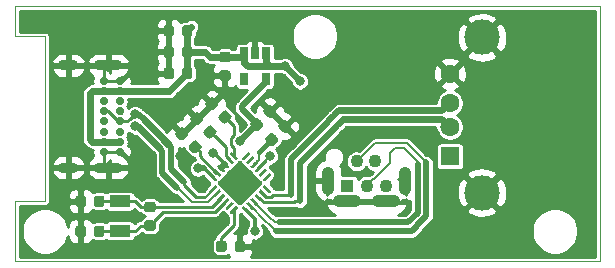
<source format=gbr>
G04 #@! TF.GenerationSoftware,KiCad,Pcbnew,(5.1.2)-1*
G04 #@! TF.CreationDate,2019-06-17T23:04:49-04:00*
G04 #@! TF.ProjectId,REV Type-C V2,52455620-5479-4706-952d-432056322e6b,rev?*
G04 #@! TF.SameCoordinates,Original*
G04 #@! TF.FileFunction,Copper,L1,Top*
G04 #@! TF.FilePolarity,Positive*
%FSLAX46Y46*%
G04 Gerber Fmt 4.6, Leading zero omitted, Abs format (unit mm)*
G04 Created by KiCad (PCBNEW (5.1.2)-1) date 2019-06-17 23:04:49*
%MOMM*%
%LPD*%
G04 APERTURE LIST*
%ADD10C,0.050000*%
%ADD11C,1.600000*%
%ADD12R,1.600000X1.600000*%
%ADD13C,3.000000*%
%ADD14O,1.700000X0.900000*%
%ADD15O,2.400000X0.900000*%
%ADD16C,0.700000*%
%ADD17C,0.100000*%
%ADD18C,0.875000*%
%ADD19O,2.400000X1.100000*%
%ADD20O,1.100000X2.400000*%
%ADD21C,1.100000*%
%ADD22R,1.100000X1.100000*%
%ADD23C,0.250000*%
%ADD24C,0.500000*%
%ADD25C,2.000000*%
%ADD26C,2.800000*%
%ADD27R,0.650000X1.060000*%
%ADD28R,1.800000X1.000000*%
%ADD29C,0.800000*%
%ADD30C,0.250000*%
%ADD31C,0.200000*%
%ADD32C,0.450000*%
%ADD33C,0.600000*%
%ADD34C,0.500000*%
%ADD35C,0.350000*%
%ADD36C,0.550000*%
%ADD37C,0.254000*%
G04 APERTURE END LIST*
D10*
X55880000Y-22860000D02*
X95250000Y-22860000D01*
X57150000Y-44450000D02*
X95250000Y-44450000D01*
X53340000Y-44450000D02*
X57150000Y-44450000D01*
X53340000Y-22860000D02*
X55880000Y-22860000D01*
X53340000Y-25400000D02*
X53340000Y-22860000D01*
X55880000Y-25400000D02*
X53340000Y-25400000D01*
X55880000Y-39370000D02*
X55880000Y-25400000D01*
X53340000Y-39370000D02*
X55880000Y-39370000D01*
X53340000Y-44450000D02*
X53340000Y-39370000D01*
X102870000Y-44450000D02*
X95250000Y-44450000D01*
X102870000Y-22860000D02*
X102870000Y-44450000D01*
X95250000Y-22860000D02*
X102870000Y-22860000D01*
D11*
X90170000Y-28560000D03*
X90170000Y-31060000D03*
X90170000Y-33060000D03*
D12*
X90170000Y-35560000D03*
D13*
X92880000Y-38630000D03*
X92880000Y-25490000D03*
D14*
X57870000Y-36510000D03*
X57870000Y-27860000D03*
D15*
X61250000Y-36510000D03*
X61250000Y-27860000D03*
D16*
X60880000Y-32610000D03*
X60880000Y-35160000D03*
X60880000Y-34310000D03*
X60880000Y-33460000D03*
X60880000Y-29210000D03*
X60880000Y-30910000D03*
X60880000Y-31760000D03*
X60880000Y-30060000D03*
X62230000Y-35160000D03*
X62230000Y-34310000D03*
X62230000Y-33460000D03*
X62230000Y-32610000D03*
X62230000Y-31760000D03*
X62230000Y-30910000D03*
X62230000Y-30060000D03*
X62230000Y-29210000D03*
D17*
G36*
X68790977Y-31831528D02*
G01*
X68812212Y-31834678D01*
X68833036Y-31839894D01*
X68853248Y-31847126D01*
X68872654Y-31856305D01*
X68891067Y-31867341D01*
X68908310Y-31880129D01*
X68924216Y-31894545D01*
X69233575Y-32203904D01*
X69247991Y-32219810D01*
X69260779Y-32237053D01*
X69271815Y-32255466D01*
X69280994Y-32274872D01*
X69288226Y-32295084D01*
X69293442Y-32315908D01*
X69296592Y-32337143D01*
X69297645Y-32358584D01*
X69296592Y-32380025D01*
X69293442Y-32401260D01*
X69288226Y-32422084D01*
X69280994Y-32442296D01*
X69271815Y-32461702D01*
X69260779Y-32480115D01*
X69247991Y-32497358D01*
X69233575Y-32513264D01*
X68871182Y-32875657D01*
X68855276Y-32890073D01*
X68838033Y-32902861D01*
X68819620Y-32913897D01*
X68800214Y-32923076D01*
X68780002Y-32930308D01*
X68759178Y-32935524D01*
X68737943Y-32938674D01*
X68716502Y-32939727D01*
X68695061Y-32938674D01*
X68673826Y-32935524D01*
X68653002Y-32930308D01*
X68632790Y-32923076D01*
X68613384Y-32913897D01*
X68594971Y-32902861D01*
X68577728Y-32890073D01*
X68561822Y-32875657D01*
X68252463Y-32566298D01*
X68238047Y-32550392D01*
X68225259Y-32533149D01*
X68214223Y-32514736D01*
X68205044Y-32495330D01*
X68197812Y-32475118D01*
X68192596Y-32454294D01*
X68189446Y-32433059D01*
X68188393Y-32411618D01*
X68189446Y-32390177D01*
X68192596Y-32368942D01*
X68197812Y-32348118D01*
X68205044Y-32327906D01*
X68214223Y-32308500D01*
X68225259Y-32290087D01*
X68238047Y-32272844D01*
X68252463Y-32256938D01*
X68614856Y-31894545D01*
X68630762Y-31880129D01*
X68648005Y-31867341D01*
X68666418Y-31856305D01*
X68685824Y-31847126D01*
X68706036Y-31839894D01*
X68726860Y-31834678D01*
X68748095Y-31831528D01*
X68769536Y-31830475D01*
X68790977Y-31831528D01*
X68790977Y-31831528D01*
G37*
D18*
X68743019Y-32385101D03*
D17*
G36*
X69904671Y-32945222D02*
G01*
X69925906Y-32948372D01*
X69946730Y-32953588D01*
X69966942Y-32960820D01*
X69986348Y-32969999D01*
X70004761Y-32981035D01*
X70022004Y-32993823D01*
X70037910Y-33008239D01*
X70347269Y-33317598D01*
X70361685Y-33333504D01*
X70374473Y-33350747D01*
X70385509Y-33369160D01*
X70394688Y-33388566D01*
X70401920Y-33408778D01*
X70407136Y-33429602D01*
X70410286Y-33450837D01*
X70411339Y-33472278D01*
X70410286Y-33493719D01*
X70407136Y-33514954D01*
X70401920Y-33535778D01*
X70394688Y-33555990D01*
X70385509Y-33575396D01*
X70374473Y-33593809D01*
X70361685Y-33611052D01*
X70347269Y-33626958D01*
X69984876Y-33989351D01*
X69968970Y-34003767D01*
X69951727Y-34016555D01*
X69933314Y-34027591D01*
X69913908Y-34036770D01*
X69893696Y-34044002D01*
X69872872Y-34049218D01*
X69851637Y-34052368D01*
X69830196Y-34053421D01*
X69808755Y-34052368D01*
X69787520Y-34049218D01*
X69766696Y-34044002D01*
X69746484Y-34036770D01*
X69727078Y-34027591D01*
X69708665Y-34016555D01*
X69691422Y-34003767D01*
X69675516Y-33989351D01*
X69366157Y-33679992D01*
X69351741Y-33664086D01*
X69338953Y-33646843D01*
X69327917Y-33628430D01*
X69318738Y-33609024D01*
X69311506Y-33588812D01*
X69306290Y-33567988D01*
X69303140Y-33546753D01*
X69302087Y-33525312D01*
X69303140Y-33503871D01*
X69306290Y-33482636D01*
X69311506Y-33461812D01*
X69318738Y-33441600D01*
X69327917Y-33422194D01*
X69338953Y-33403781D01*
X69351741Y-33386538D01*
X69366157Y-33370632D01*
X69728550Y-33008239D01*
X69744456Y-32993823D01*
X69761699Y-32981035D01*
X69780112Y-32969999D01*
X69799518Y-32960820D01*
X69819730Y-32953588D01*
X69840554Y-32948372D01*
X69861789Y-32945222D01*
X69883230Y-32944169D01*
X69904671Y-32945222D01*
X69904671Y-32945222D01*
G37*
D18*
X69856713Y-33498795D03*
D17*
G36*
X70056698Y-30565807D02*
G01*
X70077933Y-30568957D01*
X70098757Y-30574173D01*
X70118969Y-30581405D01*
X70138375Y-30590584D01*
X70156788Y-30601620D01*
X70174031Y-30614408D01*
X70189937Y-30628824D01*
X70499296Y-30938183D01*
X70513712Y-30954089D01*
X70526500Y-30971332D01*
X70537536Y-30989745D01*
X70546715Y-31009151D01*
X70553947Y-31029363D01*
X70559163Y-31050187D01*
X70562313Y-31071422D01*
X70563366Y-31092863D01*
X70562313Y-31114304D01*
X70559163Y-31135539D01*
X70553947Y-31156363D01*
X70546715Y-31176575D01*
X70537536Y-31195981D01*
X70526500Y-31214394D01*
X70513712Y-31231637D01*
X70499296Y-31247543D01*
X70136903Y-31609936D01*
X70120997Y-31624352D01*
X70103754Y-31637140D01*
X70085341Y-31648176D01*
X70065935Y-31657355D01*
X70045723Y-31664587D01*
X70024899Y-31669803D01*
X70003664Y-31672953D01*
X69982223Y-31674006D01*
X69960782Y-31672953D01*
X69939547Y-31669803D01*
X69918723Y-31664587D01*
X69898511Y-31657355D01*
X69879105Y-31648176D01*
X69860692Y-31637140D01*
X69843449Y-31624352D01*
X69827543Y-31609936D01*
X69518184Y-31300577D01*
X69503768Y-31284671D01*
X69490980Y-31267428D01*
X69479944Y-31249015D01*
X69470765Y-31229609D01*
X69463533Y-31209397D01*
X69458317Y-31188573D01*
X69455167Y-31167338D01*
X69454114Y-31145897D01*
X69455167Y-31124456D01*
X69458317Y-31103221D01*
X69463533Y-31082397D01*
X69470765Y-31062185D01*
X69479944Y-31042779D01*
X69490980Y-31024366D01*
X69503768Y-31007123D01*
X69518184Y-30991217D01*
X69880577Y-30628824D01*
X69896483Y-30614408D01*
X69913726Y-30601620D01*
X69932139Y-30590584D01*
X69951545Y-30581405D01*
X69971757Y-30574173D01*
X69992581Y-30568957D01*
X70013816Y-30565807D01*
X70035257Y-30564754D01*
X70056698Y-30565807D01*
X70056698Y-30565807D01*
G37*
D18*
X70008740Y-31119380D03*
D17*
G36*
X71170392Y-31679501D02*
G01*
X71191627Y-31682651D01*
X71212451Y-31687867D01*
X71232663Y-31695099D01*
X71252069Y-31704278D01*
X71270482Y-31715314D01*
X71287725Y-31728102D01*
X71303631Y-31742518D01*
X71612990Y-32051877D01*
X71627406Y-32067783D01*
X71640194Y-32085026D01*
X71651230Y-32103439D01*
X71660409Y-32122845D01*
X71667641Y-32143057D01*
X71672857Y-32163881D01*
X71676007Y-32185116D01*
X71677060Y-32206557D01*
X71676007Y-32227998D01*
X71672857Y-32249233D01*
X71667641Y-32270057D01*
X71660409Y-32290269D01*
X71651230Y-32309675D01*
X71640194Y-32328088D01*
X71627406Y-32345331D01*
X71612990Y-32361237D01*
X71250597Y-32723630D01*
X71234691Y-32738046D01*
X71217448Y-32750834D01*
X71199035Y-32761870D01*
X71179629Y-32771049D01*
X71159417Y-32778281D01*
X71138593Y-32783497D01*
X71117358Y-32786647D01*
X71095917Y-32787700D01*
X71074476Y-32786647D01*
X71053241Y-32783497D01*
X71032417Y-32778281D01*
X71012205Y-32771049D01*
X70992799Y-32761870D01*
X70974386Y-32750834D01*
X70957143Y-32738046D01*
X70941237Y-32723630D01*
X70631878Y-32414271D01*
X70617462Y-32398365D01*
X70604674Y-32381122D01*
X70593638Y-32362709D01*
X70584459Y-32343303D01*
X70577227Y-32323091D01*
X70572011Y-32302267D01*
X70568861Y-32281032D01*
X70567808Y-32259591D01*
X70568861Y-32238150D01*
X70572011Y-32216915D01*
X70577227Y-32196091D01*
X70584459Y-32175879D01*
X70593638Y-32156473D01*
X70604674Y-32138060D01*
X70617462Y-32120817D01*
X70631878Y-32104911D01*
X70994271Y-31742518D01*
X71010177Y-31728102D01*
X71027420Y-31715314D01*
X71045833Y-31704278D01*
X71065239Y-31695099D01*
X71085451Y-31687867D01*
X71106275Y-31682651D01*
X71127510Y-31679501D01*
X71148951Y-31678448D01*
X71170392Y-31679501D01*
X71170392Y-31679501D01*
G37*
D18*
X71122434Y-32233074D03*
D19*
X84760000Y-39370000D03*
X81460000Y-39370000D03*
D20*
X86360000Y-37620000D03*
X79860000Y-37620000D03*
D21*
X84760000Y-38045000D03*
X83860000Y-35995000D03*
X83110000Y-38045000D03*
X82260000Y-35995000D03*
D22*
X81460000Y-38045000D03*
D17*
G36*
X72060251Y-39773004D02*
G01*
X72066318Y-39773904D01*
X72072268Y-39775394D01*
X72078043Y-39777461D01*
X72083587Y-39780083D01*
X72088848Y-39783236D01*
X72093775Y-39786890D01*
X72098319Y-39791009D01*
X72186707Y-39879397D01*
X72190826Y-39883941D01*
X72194480Y-39888868D01*
X72197633Y-39894129D01*
X72200255Y-39899673D01*
X72202322Y-39905448D01*
X72203812Y-39911398D01*
X72204712Y-39917465D01*
X72205013Y-39923591D01*
X72204712Y-39929717D01*
X72203812Y-39935784D01*
X72202322Y-39941734D01*
X72200255Y-39947509D01*
X72197633Y-39953053D01*
X72194480Y-39958314D01*
X72190826Y-39963241D01*
X72186707Y-39967785D01*
X71727087Y-40427405D01*
X71722543Y-40431524D01*
X71717616Y-40435178D01*
X71712355Y-40438331D01*
X71706811Y-40440953D01*
X71701036Y-40443020D01*
X71695086Y-40444510D01*
X71689019Y-40445410D01*
X71682893Y-40445711D01*
X71676767Y-40445410D01*
X71670700Y-40444510D01*
X71664750Y-40443020D01*
X71658975Y-40440953D01*
X71653431Y-40438331D01*
X71648170Y-40435178D01*
X71643243Y-40431524D01*
X71638699Y-40427405D01*
X71550311Y-40339017D01*
X71546192Y-40334473D01*
X71542538Y-40329546D01*
X71539385Y-40324285D01*
X71536763Y-40318741D01*
X71534696Y-40312966D01*
X71533206Y-40307016D01*
X71532306Y-40300949D01*
X71532005Y-40294823D01*
X71532306Y-40288697D01*
X71533206Y-40282630D01*
X71534696Y-40276680D01*
X71536763Y-40270905D01*
X71539385Y-40265361D01*
X71542538Y-40260100D01*
X71546192Y-40255173D01*
X71550311Y-40250629D01*
X72009931Y-39791009D01*
X72014475Y-39786890D01*
X72019402Y-39783236D01*
X72024663Y-39780083D01*
X72030207Y-39777461D01*
X72035982Y-39775394D01*
X72041932Y-39773904D01*
X72047999Y-39773004D01*
X72054125Y-39772703D01*
X72060251Y-39773004D01*
X72060251Y-39773004D01*
G37*
D23*
X71868509Y-40109207D03*
D17*
G36*
X71706697Y-39419451D02*
G01*
X71712764Y-39420351D01*
X71718714Y-39421841D01*
X71724489Y-39423908D01*
X71730033Y-39426530D01*
X71735294Y-39429683D01*
X71740221Y-39433337D01*
X71744765Y-39437456D01*
X71833153Y-39525844D01*
X71837272Y-39530388D01*
X71840926Y-39535315D01*
X71844079Y-39540576D01*
X71846701Y-39546120D01*
X71848768Y-39551895D01*
X71850258Y-39557845D01*
X71851158Y-39563912D01*
X71851459Y-39570038D01*
X71851158Y-39576164D01*
X71850258Y-39582231D01*
X71848768Y-39588181D01*
X71846701Y-39593956D01*
X71844079Y-39599500D01*
X71840926Y-39604761D01*
X71837272Y-39609688D01*
X71833153Y-39614232D01*
X71373533Y-40073852D01*
X71368989Y-40077971D01*
X71364062Y-40081625D01*
X71358801Y-40084778D01*
X71353257Y-40087400D01*
X71347482Y-40089467D01*
X71341532Y-40090957D01*
X71335465Y-40091857D01*
X71329339Y-40092158D01*
X71323213Y-40091857D01*
X71317146Y-40090957D01*
X71311196Y-40089467D01*
X71305421Y-40087400D01*
X71299877Y-40084778D01*
X71294616Y-40081625D01*
X71289689Y-40077971D01*
X71285145Y-40073852D01*
X71196757Y-39985464D01*
X71192638Y-39980920D01*
X71188984Y-39975993D01*
X71185831Y-39970732D01*
X71183209Y-39965188D01*
X71181142Y-39959413D01*
X71179652Y-39953463D01*
X71178752Y-39947396D01*
X71178451Y-39941270D01*
X71178752Y-39935144D01*
X71179652Y-39929077D01*
X71181142Y-39923127D01*
X71183209Y-39917352D01*
X71185831Y-39911808D01*
X71188984Y-39906547D01*
X71192638Y-39901620D01*
X71196757Y-39897076D01*
X71656377Y-39437456D01*
X71660921Y-39433337D01*
X71665848Y-39429683D01*
X71671109Y-39426530D01*
X71676653Y-39423908D01*
X71682428Y-39421841D01*
X71688378Y-39420351D01*
X71694445Y-39419451D01*
X71700571Y-39419150D01*
X71706697Y-39419451D01*
X71706697Y-39419451D01*
G37*
D23*
X71514955Y-39755654D03*
D17*
G36*
X71353144Y-39065897D02*
G01*
X71359211Y-39066797D01*
X71365161Y-39068287D01*
X71370936Y-39070354D01*
X71376480Y-39072976D01*
X71381741Y-39076129D01*
X71386668Y-39079783D01*
X71391212Y-39083902D01*
X71479600Y-39172290D01*
X71483719Y-39176834D01*
X71487373Y-39181761D01*
X71490526Y-39187022D01*
X71493148Y-39192566D01*
X71495215Y-39198341D01*
X71496705Y-39204291D01*
X71497605Y-39210358D01*
X71497906Y-39216484D01*
X71497605Y-39222610D01*
X71496705Y-39228677D01*
X71495215Y-39234627D01*
X71493148Y-39240402D01*
X71490526Y-39245946D01*
X71487373Y-39251207D01*
X71483719Y-39256134D01*
X71479600Y-39260678D01*
X71019980Y-39720298D01*
X71015436Y-39724417D01*
X71010509Y-39728071D01*
X71005248Y-39731224D01*
X70999704Y-39733846D01*
X70993929Y-39735913D01*
X70987979Y-39737403D01*
X70981912Y-39738303D01*
X70975786Y-39738604D01*
X70969660Y-39738303D01*
X70963593Y-39737403D01*
X70957643Y-39735913D01*
X70951868Y-39733846D01*
X70946324Y-39731224D01*
X70941063Y-39728071D01*
X70936136Y-39724417D01*
X70931592Y-39720298D01*
X70843204Y-39631910D01*
X70839085Y-39627366D01*
X70835431Y-39622439D01*
X70832278Y-39617178D01*
X70829656Y-39611634D01*
X70827589Y-39605859D01*
X70826099Y-39599909D01*
X70825199Y-39593842D01*
X70824898Y-39587716D01*
X70825199Y-39581590D01*
X70826099Y-39575523D01*
X70827589Y-39569573D01*
X70829656Y-39563798D01*
X70832278Y-39558254D01*
X70835431Y-39552993D01*
X70839085Y-39548066D01*
X70843204Y-39543522D01*
X71302824Y-39083902D01*
X71307368Y-39079783D01*
X71312295Y-39076129D01*
X71317556Y-39072976D01*
X71323100Y-39070354D01*
X71328875Y-39068287D01*
X71334825Y-39066797D01*
X71340892Y-39065897D01*
X71347018Y-39065596D01*
X71353144Y-39065897D01*
X71353144Y-39065897D01*
G37*
D23*
X71161402Y-39402100D03*
D17*
G36*
X70999591Y-38712344D02*
G01*
X71005658Y-38713244D01*
X71011608Y-38714734D01*
X71017383Y-38716801D01*
X71022927Y-38719423D01*
X71028188Y-38722576D01*
X71033115Y-38726230D01*
X71037659Y-38730349D01*
X71126047Y-38818737D01*
X71130166Y-38823281D01*
X71133820Y-38828208D01*
X71136973Y-38833469D01*
X71139595Y-38839013D01*
X71141662Y-38844788D01*
X71143152Y-38850738D01*
X71144052Y-38856805D01*
X71144353Y-38862931D01*
X71144052Y-38869057D01*
X71143152Y-38875124D01*
X71141662Y-38881074D01*
X71139595Y-38886849D01*
X71136973Y-38892393D01*
X71133820Y-38897654D01*
X71130166Y-38902581D01*
X71126047Y-38907125D01*
X70666427Y-39366745D01*
X70661883Y-39370864D01*
X70656956Y-39374518D01*
X70651695Y-39377671D01*
X70646151Y-39380293D01*
X70640376Y-39382360D01*
X70634426Y-39383850D01*
X70628359Y-39384750D01*
X70622233Y-39385051D01*
X70616107Y-39384750D01*
X70610040Y-39383850D01*
X70604090Y-39382360D01*
X70598315Y-39380293D01*
X70592771Y-39377671D01*
X70587510Y-39374518D01*
X70582583Y-39370864D01*
X70578039Y-39366745D01*
X70489651Y-39278357D01*
X70485532Y-39273813D01*
X70481878Y-39268886D01*
X70478725Y-39263625D01*
X70476103Y-39258081D01*
X70474036Y-39252306D01*
X70472546Y-39246356D01*
X70471646Y-39240289D01*
X70471345Y-39234163D01*
X70471646Y-39228037D01*
X70472546Y-39221970D01*
X70474036Y-39216020D01*
X70476103Y-39210245D01*
X70478725Y-39204701D01*
X70481878Y-39199440D01*
X70485532Y-39194513D01*
X70489651Y-39189969D01*
X70949271Y-38730349D01*
X70953815Y-38726230D01*
X70958742Y-38722576D01*
X70964003Y-38719423D01*
X70969547Y-38716801D01*
X70975322Y-38714734D01*
X70981272Y-38713244D01*
X70987339Y-38712344D01*
X70993465Y-38712043D01*
X70999591Y-38712344D01*
X70999591Y-38712344D01*
G37*
D23*
X70807849Y-39048547D03*
D17*
G36*
X70646037Y-38358791D02*
G01*
X70652104Y-38359691D01*
X70658054Y-38361181D01*
X70663829Y-38363248D01*
X70669373Y-38365870D01*
X70674634Y-38369023D01*
X70679561Y-38372677D01*
X70684105Y-38376796D01*
X70772493Y-38465184D01*
X70776612Y-38469728D01*
X70780266Y-38474655D01*
X70783419Y-38479916D01*
X70786041Y-38485460D01*
X70788108Y-38491235D01*
X70789598Y-38497185D01*
X70790498Y-38503252D01*
X70790799Y-38509378D01*
X70790498Y-38515504D01*
X70789598Y-38521571D01*
X70788108Y-38527521D01*
X70786041Y-38533296D01*
X70783419Y-38538840D01*
X70780266Y-38544101D01*
X70776612Y-38549028D01*
X70772493Y-38553572D01*
X70312873Y-39013192D01*
X70308329Y-39017311D01*
X70303402Y-39020965D01*
X70298141Y-39024118D01*
X70292597Y-39026740D01*
X70286822Y-39028807D01*
X70280872Y-39030297D01*
X70274805Y-39031197D01*
X70268679Y-39031498D01*
X70262553Y-39031197D01*
X70256486Y-39030297D01*
X70250536Y-39028807D01*
X70244761Y-39026740D01*
X70239217Y-39024118D01*
X70233956Y-39020965D01*
X70229029Y-39017311D01*
X70224485Y-39013192D01*
X70136097Y-38924804D01*
X70131978Y-38920260D01*
X70128324Y-38915333D01*
X70125171Y-38910072D01*
X70122549Y-38904528D01*
X70120482Y-38898753D01*
X70118992Y-38892803D01*
X70118092Y-38886736D01*
X70117791Y-38880610D01*
X70118092Y-38874484D01*
X70118992Y-38868417D01*
X70120482Y-38862467D01*
X70122549Y-38856692D01*
X70125171Y-38851148D01*
X70128324Y-38845887D01*
X70131978Y-38840960D01*
X70136097Y-38836416D01*
X70595717Y-38376796D01*
X70600261Y-38372677D01*
X70605188Y-38369023D01*
X70610449Y-38365870D01*
X70615993Y-38363248D01*
X70621768Y-38361181D01*
X70627718Y-38359691D01*
X70633785Y-38358791D01*
X70639911Y-38358490D01*
X70646037Y-38358791D01*
X70646037Y-38358791D01*
G37*
D23*
X70454295Y-38694994D03*
D17*
G36*
X70292484Y-38005237D02*
G01*
X70298551Y-38006137D01*
X70304501Y-38007627D01*
X70310276Y-38009694D01*
X70315820Y-38012316D01*
X70321081Y-38015469D01*
X70326008Y-38019123D01*
X70330552Y-38023242D01*
X70418940Y-38111630D01*
X70423059Y-38116174D01*
X70426713Y-38121101D01*
X70429866Y-38126362D01*
X70432488Y-38131906D01*
X70434555Y-38137681D01*
X70436045Y-38143631D01*
X70436945Y-38149698D01*
X70437246Y-38155824D01*
X70436945Y-38161950D01*
X70436045Y-38168017D01*
X70434555Y-38173967D01*
X70432488Y-38179742D01*
X70429866Y-38185286D01*
X70426713Y-38190547D01*
X70423059Y-38195474D01*
X70418940Y-38200018D01*
X69959320Y-38659638D01*
X69954776Y-38663757D01*
X69949849Y-38667411D01*
X69944588Y-38670564D01*
X69939044Y-38673186D01*
X69933269Y-38675253D01*
X69927319Y-38676743D01*
X69921252Y-38677643D01*
X69915126Y-38677944D01*
X69909000Y-38677643D01*
X69902933Y-38676743D01*
X69896983Y-38675253D01*
X69891208Y-38673186D01*
X69885664Y-38670564D01*
X69880403Y-38667411D01*
X69875476Y-38663757D01*
X69870932Y-38659638D01*
X69782544Y-38571250D01*
X69778425Y-38566706D01*
X69774771Y-38561779D01*
X69771618Y-38556518D01*
X69768996Y-38550974D01*
X69766929Y-38545199D01*
X69765439Y-38539249D01*
X69764539Y-38533182D01*
X69764238Y-38527056D01*
X69764539Y-38520930D01*
X69765439Y-38514863D01*
X69766929Y-38508913D01*
X69768996Y-38503138D01*
X69771618Y-38497594D01*
X69774771Y-38492333D01*
X69778425Y-38487406D01*
X69782544Y-38482862D01*
X70242164Y-38023242D01*
X70246708Y-38019123D01*
X70251635Y-38015469D01*
X70256896Y-38012316D01*
X70262440Y-38009694D01*
X70268215Y-38007627D01*
X70274165Y-38006137D01*
X70280232Y-38005237D01*
X70286358Y-38004936D01*
X70292484Y-38005237D01*
X70292484Y-38005237D01*
G37*
D23*
X70100742Y-38341440D03*
D17*
G36*
X69921252Y-36962255D02*
G01*
X69927319Y-36963155D01*
X69933269Y-36964645D01*
X69939044Y-36966712D01*
X69944588Y-36969334D01*
X69949849Y-36972487D01*
X69954776Y-36976141D01*
X69959320Y-36980260D01*
X70418940Y-37439880D01*
X70423059Y-37444424D01*
X70426713Y-37449351D01*
X70429866Y-37454612D01*
X70432488Y-37460156D01*
X70434555Y-37465931D01*
X70436045Y-37471881D01*
X70436945Y-37477948D01*
X70437246Y-37484074D01*
X70436945Y-37490200D01*
X70436045Y-37496267D01*
X70434555Y-37502217D01*
X70432488Y-37507992D01*
X70429866Y-37513536D01*
X70426713Y-37518797D01*
X70423059Y-37523724D01*
X70418940Y-37528268D01*
X70330552Y-37616656D01*
X70326008Y-37620775D01*
X70321081Y-37624429D01*
X70315820Y-37627582D01*
X70310276Y-37630204D01*
X70304501Y-37632271D01*
X70298551Y-37633761D01*
X70292484Y-37634661D01*
X70286358Y-37634962D01*
X70280232Y-37634661D01*
X70274165Y-37633761D01*
X70268215Y-37632271D01*
X70262440Y-37630204D01*
X70256896Y-37627582D01*
X70251635Y-37624429D01*
X70246708Y-37620775D01*
X70242164Y-37616656D01*
X69782544Y-37157036D01*
X69778425Y-37152492D01*
X69774771Y-37147565D01*
X69771618Y-37142304D01*
X69768996Y-37136760D01*
X69766929Y-37130985D01*
X69765439Y-37125035D01*
X69764539Y-37118968D01*
X69764238Y-37112842D01*
X69764539Y-37106716D01*
X69765439Y-37100649D01*
X69766929Y-37094699D01*
X69768996Y-37088924D01*
X69771618Y-37083380D01*
X69774771Y-37078119D01*
X69778425Y-37073192D01*
X69782544Y-37068648D01*
X69870932Y-36980260D01*
X69875476Y-36976141D01*
X69880403Y-36972487D01*
X69885664Y-36969334D01*
X69891208Y-36966712D01*
X69896983Y-36964645D01*
X69902933Y-36963155D01*
X69909000Y-36962255D01*
X69915126Y-36961954D01*
X69921252Y-36962255D01*
X69921252Y-36962255D01*
G37*
D23*
X70100742Y-37298458D03*
D17*
G36*
X70274805Y-36608701D02*
G01*
X70280872Y-36609601D01*
X70286822Y-36611091D01*
X70292597Y-36613158D01*
X70298141Y-36615780D01*
X70303402Y-36618933D01*
X70308329Y-36622587D01*
X70312873Y-36626706D01*
X70772493Y-37086326D01*
X70776612Y-37090870D01*
X70780266Y-37095797D01*
X70783419Y-37101058D01*
X70786041Y-37106602D01*
X70788108Y-37112377D01*
X70789598Y-37118327D01*
X70790498Y-37124394D01*
X70790799Y-37130520D01*
X70790498Y-37136646D01*
X70789598Y-37142713D01*
X70788108Y-37148663D01*
X70786041Y-37154438D01*
X70783419Y-37159982D01*
X70780266Y-37165243D01*
X70776612Y-37170170D01*
X70772493Y-37174714D01*
X70684105Y-37263102D01*
X70679561Y-37267221D01*
X70674634Y-37270875D01*
X70669373Y-37274028D01*
X70663829Y-37276650D01*
X70658054Y-37278717D01*
X70652104Y-37280207D01*
X70646037Y-37281107D01*
X70639911Y-37281408D01*
X70633785Y-37281107D01*
X70627718Y-37280207D01*
X70621768Y-37278717D01*
X70615993Y-37276650D01*
X70610449Y-37274028D01*
X70605188Y-37270875D01*
X70600261Y-37267221D01*
X70595717Y-37263102D01*
X70136097Y-36803482D01*
X70131978Y-36798938D01*
X70128324Y-36794011D01*
X70125171Y-36788750D01*
X70122549Y-36783206D01*
X70120482Y-36777431D01*
X70118992Y-36771481D01*
X70118092Y-36765414D01*
X70117791Y-36759288D01*
X70118092Y-36753162D01*
X70118992Y-36747095D01*
X70120482Y-36741145D01*
X70122549Y-36735370D01*
X70125171Y-36729826D01*
X70128324Y-36724565D01*
X70131978Y-36719638D01*
X70136097Y-36715094D01*
X70224485Y-36626706D01*
X70229029Y-36622587D01*
X70233956Y-36618933D01*
X70239217Y-36615780D01*
X70244761Y-36613158D01*
X70250536Y-36611091D01*
X70256486Y-36609601D01*
X70262553Y-36608701D01*
X70268679Y-36608400D01*
X70274805Y-36608701D01*
X70274805Y-36608701D01*
G37*
D23*
X70454295Y-36944904D03*
D17*
G36*
X70628359Y-36255148D02*
G01*
X70634426Y-36256048D01*
X70640376Y-36257538D01*
X70646151Y-36259605D01*
X70651695Y-36262227D01*
X70656956Y-36265380D01*
X70661883Y-36269034D01*
X70666427Y-36273153D01*
X71126047Y-36732773D01*
X71130166Y-36737317D01*
X71133820Y-36742244D01*
X71136973Y-36747505D01*
X71139595Y-36753049D01*
X71141662Y-36758824D01*
X71143152Y-36764774D01*
X71144052Y-36770841D01*
X71144353Y-36776967D01*
X71144052Y-36783093D01*
X71143152Y-36789160D01*
X71141662Y-36795110D01*
X71139595Y-36800885D01*
X71136973Y-36806429D01*
X71133820Y-36811690D01*
X71130166Y-36816617D01*
X71126047Y-36821161D01*
X71037659Y-36909549D01*
X71033115Y-36913668D01*
X71028188Y-36917322D01*
X71022927Y-36920475D01*
X71017383Y-36923097D01*
X71011608Y-36925164D01*
X71005658Y-36926654D01*
X70999591Y-36927554D01*
X70993465Y-36927855D01*
X70987339Y-36927554D01*
X70981272Y-36926654D01*
X70975322Y-36925164D01*
X70969547Y-36923097D01*
X70964003Y-36920475D01*
X70958742Y-36917322D01*
X70953815Y-36913668D01*
X70949271Y-36909549D01*
X70489651Y-36449929D01*
X70485532Y-36445385D01*
X70481878Y-36440458D01*
X70478725Y-36435197D01*
X70476103Y-36429653D01*
X70474036Y-36423878D01*
X70472546Y-36417928D01*
X70471646Y-36411861D01*
X70471345Y-36405735D01*
X70471646Y-36399609D01*
X70472546Y-36393542D01*
X70474036Y-36387592D01*
X70476103Y-36381817D01*
X70478725Y-36376273D01*
X70481878Y-36371012D01*
X70485532Y-36366085D01*
X70489651Y-36361541D01*
X70578039Y-36273153D01*
X70582583Y-36269034D01*
X70587510Y-36265380D01*
X70592771Y-36262227D01*
X70598315Y-36259605D01*
X70604090Y-36257538D01*
X70610040Y-36256048D01*
X70616107Y-36255148D01*
X70622233Y-36254847D01*
X70628359Y-36255148D01*
X70628359Y-36255148D01*
G37*
D23*
X70807849Y-36591351D03*
D17*
G36*
X70981912Y-35901595D02*
G01*
X70987979Y-35902495D01*
X70993929Y-35903985D01*
X70999704Y-35906052D01*
X71005248Y-35908674D01*
X71010509Y-35911827D01*
X71015436Y-35915481D01*
X71019980Y-35919600D01*
X71479600Y-36379220D01*
X71483719Y-36383764D01*
X71487373Y-36388691D01*
X71490526Y-36393952D01*
X71493148Y-36399496D01*
X71495215Y-36405271D01*
X71496705Y-36411221D01*
X71497605Y-36417288D01*
X71497906Y-36423414D01*
X71497605Y-36429540D01*
X71496705Y-36435607D01*
X71495215Y-36441557D01*
X71493148Y-36447332D01*
X71490526Y-36452876D01*
X71487373Y-36458137D01*
X71483719Y-36463064D01*
X71479600Y-36467608D01*
X71391212Y-36555996D01*
X71386668Y-36560115D01*
X71381741Y-36563769D01*
X71376480Y-36566922D01*
X71370936Y-36569544D01*
X71365161Y-36571611D01*
X71359211Y-36573101D01*
X71353144Y-36574001D01*
X71347018Y-36574302D01*
X71340892Y-36574001D01*
X71334825Y-36573101D01*
X71328875Y-36571611D01*
X71323100Y-36569544D01*
X71317556Y-36566922D01*
X71312295Y-36563769D01*
X71307368Y-36560115D01*
X71302824Y-36555996D01*
X70843204Y-36096376D01*
X70839085Y-36091832D01*
X70835431Y-36086905D01*
X70832278Y-36081644D01*
X70829656Y-36076100D01*
X70827589Y-36070325D01*
X70826099Y-36064375D01*
X70825199Y-36058308D01*
X70824898Y-36052182D01*
X70825199Y-36046056D01*
X70826099Y-36039989D01*
X70827589Y-36034039D01*
X70829656Y-36028264D01*
X70832278Y-36022720D01*
X70835431Y-36017459D01*
X70839085Y-36012532D01*
X70843204Y-36007988D01*
X70931592Y-35919600D01*
X70936136Y-35915481D01*
X70941063Y-35911827D01*
X70946324Y-35908674D01*
X70951868Y-35906052D01*
X70957643Y-35903985D01*
X70963593Y-35902495D01*
X70969660Y-35901595D01*
X70975786Y-35901294D01*
X70981912Y-35901595D01*
X70981912Y-35901595D01*
G37*
D23*
X71161402Y-36237798D03*
D17*
G36*
X71335465Y-35548041D02*
G01*
X71341532Y-35548941D01*
X71347482Y-35550431D01*
X71353257Y-35552498D01*
X71358801Y-35555120D01*
X71364062Y-35558273D01*
X71368989Y-35561927D01*
X71373533Y-35566046D01*
X71833153Y-36025666D01*
X71837272Y-36030210D01*
X71840926Y-36035137D01*
X71844079Y-36040398D01*
X71846701Y-36045942D01*
X71848768Y-36051717D01*
X71850258Y-36057667D01*
X71851158Y-36063734D01*
X71851459Y-36069860D01*
X71851158Y-36075986D01*
X71850258Y-36082053D01*
X71848768Y-36088003D01*
X71846701Y-36093778D01*
X71844079Y-36099322D01*
X71840926Y-36104583D01*
X71837272Y-36109510D01*
X71833153Y-36114054D01*
X71744765Y-36202442D01*
X71740221Y-36206561D01*
X71735294Y-36210215D01*
X71730033Y-36213368D01*
X71724489Y-36215990D01*
X71718714Y-36218057D01*
X71712764Y-36219547D01*
X71706697Y-36220447D01*
X71700571Y-36220748D01*
X71694445Y-36220447D01*
X71688378Y-36219547D01*
X71682428Y-36218057D01*
X71676653Y-36215990D01*
X71671109Y-36213368D01*
X71665848Y-36210215D01*
X71660921Y-36206561D01*
X71656377Y-36202442D01*
X71196757Y-35742822D01*
X71192638Y-35738278D01*
X71188984Y-35733351D01*
X71185831Y-35728090D01*
X71183209Y-35722546D01*
X71181142Y-35716771D01*
X71179652Y-35710821D01*
X71178752Y-35704754D01*
X71178451Y-35698628D01*
X71178752Y-35692502D01*
X71179652Y-35686435D01*
X71181142Y-35680485D01*
X71183209Y-35674710D01*
X71185831Y-35669166D01*
X71188984Y-35663905D01*
X71192638Y-35658978D01*
X71196757Y-35654434D01*
X71285145Y-35566046D01*
X71289689Y-35561927D01*
X71294616Y-35558273D01*
X71299877Y-35555120D01*
X71305421Y-35552498D01*
X71311196Y-35550431D01*
X71317146Y-35548941D01*
X71323213Y-35548041D01*
X71329339Y-35547740D01*
X71335465Y-35548041D01*
X71335465Y-35548041D01*
G37*
D23*
X71514955Y-35884244D03*
D17*
G36*
X71689019Y-35194488D02*
G01*
X71695086Y-35195388D01*
X71701036Y-35196878D01*
X71706811Y-35198945D01*
X71712355Y-35201567D01*
X71717616Y-35204720D01*
X71722543Y-35208374D01*
X71727087Y-35212493D01*
X72186707Y-35672113D01*
X72190826Y-35676657D01*
X72194480Y-35681584D01*
X72197633Y-35686845D01*
X72200255Y-35692389D01*
X72202322Y-35698164D01*
X72203812Y-35704114D01*
X72204712Y-35710181D01*
X72205013Y-35716307D01*
X72204712Y-35722433D01*
X72203812Y-35728500D01*
X72202322Y-35734450D01*
X72200255Y-35740225D01*
X72197633Y-35745769D01*
X72194480Y-35751030D01*
X72190826Y-35755957D01*
X72186707Y-35760501D01*
X72098319Y-35848889D01*
X72093775Y-35853008D01*
X72088848Y-35856662D01*
X72083587Y-35859815D01*
X72078043Y-35862437D01*
X72072268Y-35864504D01*
X72066318Y-35865994D01*
X72060251Y-35866894D01*
X72054125Y-35867195D01*
X72047999Y-35866894D01*
X72041932Y-35865994D01*
X72035982Y-35864504D01*
X72030207Y-35862437D01*
X72024663Y-35859815D01*
X72019402Y-35856662D01*
X72014475Y-35853008D01*
X72009931Y-35848889D01*
X71550311Y-35389269D01*
X71546192Y-35384725D01*
X71542538Y-35379798D01*
X71539385Y-35374537D01*
X71536763Y-35368993D01*
X71534696Y-35363218D01*
X71533206Y-35357268D01*
X71532306Y-35351201D01*
X71532005Y-35345075D01*
X71532306Y-35338949D01*
X71533206Y-35332882D01*
X71534696Y-35326932D01*
X71536763Y-35321157D01*
X71539385Y-35315613D01*
X71542538Y-35310352D01*
X71546192Y-35305425D01*
X71550311Y-35300881D01*
X71638699Y-35212493D01*
X71643243Y-35208374D01*
X71648170Y-35204720D01*
X71653431Y-35201567D01*
X71658975Y-35198945D01*
X71664750Y-35196878D01*
X71670700Y-35195388D01*
X71676767Y-35194488D01*
X71682893Y-35194187D01*
X71689019Y-35194488D01*
X71689019Y-35194488D01*
G37*
D23*
X71868509Y-35530691D03*
D17*
G36*
X73103233Y-35194488D02*
G01*
X73109300Y-35195388D01*
X73115250Y-35196878D01*
X73121025Y-35198945D01*
X73126569Y-35201567D01*
X73131830Y-35204720D01*
X73136757Y-35208374D01*
X73141301Y-35212493D01*
X73229689Y-35300881D01*
X73233808Y-35305425D01*
X73237462Y-35310352D01*
X73240615Y-35315613D01*
X73243237Y-35321157D01*
X73245304Y-35326932D01*
X73246794Y-35332882D01*
X73247694Y-35338949D01*
X73247995Y-35345075D01*
X73247694Y-35351201D01*
X73246794Y-35357268D01*
X73245304Y-35363218D01*
X73243237Y-35368993D01*
X73240615Y-35374537D01*
X73237462Y-35379798D01*
X73233808Y-35384725D01*
X73229689Y-35389269D01*
X72770069Y-35848889D01*
X72765525Y-35853008D01*
X72760598Y-35856662D01*
X72755337Y-35859815D01*
X72749793Y-35862437D01*
X72744018Y-35864504D01*
X72738068Y-35865994D01*
X72732001Y-35866894D01*
X72725875Y-35867195D01*
X72719749Y-35866894D01*
X72713682Y-35865994D01*
X72707732Y-35864504D01*
X72701957Y-35862437D01*
X72696413Y-35859815D01*
X72691152Y-35856662D01*
X72686225Y-35853008D01*
X72681681Y-35848889D01*
X72593293Y-35760501D01*
X72589174Y-35755957D01*
X72585520Y-35751030D01*
X72582367Y-35745769D01*
X72579745Y-35740225D01*
X72577678Y-35734450D01*
X72576188Y-35728500D01*
X72575288Y-35722433D01*
X72574987Y-35716307D01*
X72575288Y-35710181D01*
X72576188Y-35704114D01*
X72577678Y-35698164D01*
X72579745Y-35692389D01*
X72582367Y-35686845D01*
X72585520Y-35681584D01*
X72589174Y-35676657D01*
X72593293Y-35672113D01*
X73052913Y-35212493D01*
X73057457Y-35208374D01*
X73062384Y-35204720D01*
X73067645Y-35201567D01*
X73073189Y-35198945D01*
X73078964Y-35196878D01*
X73084914Y-35195388D01*
X73090981Y-35194488D01*
X73097107Y-35194187D01*
X73103233Y-35194488D01*
X73103233Y-35194488D01*
G37*
D23*
X72911491Y-35530691D03*
D17*
G36*
X73456787Y-35548041D02*
G01*
X73462854Y-35548941D01*
X73468804Y-35550431D01*
X73474579Y-35552498D01*
X73480123Y-35555120D01*
X73485384Y-35558273D01*
X73490311Y-35561927D01*
X73494855Y-35566046D01*
X73583243Y-35654434D01*
X73587362Y-35658978D01*
X73591016Y-35663905D01*
X73594169Y-35669166D01*
X73596791Y-35674710D01*
X73598858Y-35680485D01*
X73600348Y-35686435D01*
X73601248Y-35692502D01*
X73601549Y-35698628D01*
X73601248Y-35704754D01*
X73600348Y-35710821D01*
X73598858Y-35716771D01*
X73596791Y-35722546D01*
X73594169Y-35728090D01*
X73591016Y-35733351D01*
X73587362Y-35738278D01*
X73583243Y-35742822D01*
X73123623Y-36202442D01*
X73119079Y-36206561D01*
X73114152Y-36210215D01*
X73108891Y-36213368D01*
X73103347Y-36215990D01*
X73097572Y-36218057D01*
X73091622Y-36219547D01*
X73085555Y-36220447D01*
X73079429Y-36220748D01*
X73073303Y-36220447D01*
X73067236Y-36219547D01*
X73061286Y-36218057D01*
X73055511Y-36215990D01*
X73049967Y-36213368D01*
X73044706Y-36210215D01*
X73039779Y-36206561D01*
X73035235Y-36202442D01*
X72946847Y-36114054D01*
X72942728Y-36109510D01*
X72939074Y-36104583D01*
X72935921Y-36099322D01*
X72933299Y-36093778D01*
X72931232Y-36088003D01*
X72929742Y-36082053D01*
X72928842Y-36075986D01*
X72928541Y-36069860D01*
X72928842Y-36063734D01*
X72929742Y-36057667D01*
X72931232Y-36051717D01*
X72933299Y-36045942D01*
X72935921Y-36040398D01*
X72939074Y-36035137D01*
X72942728Y-36030210D01*
X72946847Y-36025666D01*
X73406467Y-35566046D01*
X73411011Y-35561927D01*
X73415938Y-35558273D01*
X73421199Y-35555120D01*
X73426743Y-35552498D01*
X73432518Y-35550431D01*
X73438468Y-35548941D01*
X73444535Y-35548041D01*
X73450661Y-35547740D01*
X73456787Y-35548041D01*
X73456787Y-35548041D01*
G37*
D23*
X73265045Y-35884244D03*
D17*
G36*
X73810340Y-35901595D02*
G01*
X73816407Y-35902495D01*
X73822357Y-35903985D01*
X73828132Y-35906052D01*
X73833676Y-35908674D01*
X73838937Y-35911827D01*
X73843864Y-35915481D01*
X73848408Y-35919600D01*
X73936796Y-36007988D01*
X73940915Y-36012532D01*
X73944569Y-36017459D01*
X73947722Y-36022720D01*
X73950344Y-36028264D01*
X73952411Y-36034039D01*
X73953901Y-36039989D01*
X73954801Y-36046056D01*
X73955102Y-36052182D01*
X73954801Y-36058308D01*
X73953901Y-36064375D01*
X73952411Y-36070325D01*
X73950344Y-36076100D01*
X73947722Y-36081644D01*
X73944569Y-36086905D01*
X73940915Y-36091832D01*
X73936796Y-36096376D01*
X73477176Y-36555996D01*
X73472632Y-36560115D01*
X73467705Y-36563769D01*
X73462444Y-36566922D01*
X73456900Y-36569544D01*
X73451125Y-36571611D01*
X73445175Y-36573101D01*
X73439108Y-36574001D01*
X73432982Y-36574302D01*
X73426856Y-36574001D01*
X73420789Y-36573101D01*
X73414839Y-36571611D01*
X73409064Y-36569544D01*
X73403520Y-36566922D01*
X73398259Y-36563769D01*
X73393332Y-36560115D01*
X73388788Y-36555996D01*
X73300400Y-36467608D01*
X73296281Y-36463064D01*
X73292627Y-36458137D01*
X73289474Y-36452876D01*
X73286852Y-36447332D01*
X73284785Y-36441557D01*
X73283295Y-36435607D01*
X73282395Y-36429540D01*
X73282094Y-36423414D01*
X73282395Y-36417288D01*
X73283295Y-36411221D01*
X73284785Y-36405271D01*
X73286852Y-36399496D01*
X73289474Y-36393952D01*
X73292627Y-36388691D01*
X73296281Y-36383764D01*
X73300400Y-36379220D01*
X73760020Y-35919600D01*
X73764564Y-35915481D01*
X73769491Y-35911827D01*
X73774752Y-35908674D01*
X73780296Y-35906052D01*
X73786071Y-35903985D01*
X73792021Y-35902495D01*
X73798088Y-35901595D01*
X73804214Y-35901294D01*
X73810340Y-35901595D01*
X73810340Y-35901595D01*
G37*
D23*
X73618598Y-36237798D03*
D17*
G36*
X74163893Y-36255148D02*
G01*
X74169960Y-36256048D01*
X74175910Y-36257538D01*
X74181685Y-36259605D01*
X74187229Y-36262227D01*
X74192490Y-36265380D01*
X74197417Y-36269034D01*
X74201961Y-36273153D01*
X74290349Y-36361541D01*
X74294468Y-36366085D01*
X74298122Y-36371012D01*
X74301275Y-36376273D01*
X74303897Y-36381817D01*
X74305964Y-36387592D01*
X74307454Y-36393542D01*
X74308354Y-36399609D01*
X74308655Y-36405735D01*
X74308354Y-36411861D01*
X74307454Y-36417928D01*
X74305964Y-36423878D01*
X74303897Y-36429653D01*
X74301275Y-36435197D01*
X74298122Y-36440458D01*
X74294468Y-36445385D01*
X74290349Y-36449929D01*
X73830729Y-36909549D01*
X73826185Y-36913668D01*
X73821258Y-36917322D01*
X73815997Y-36920475D01*
X73810453Y-36923097D01*
X73804678Y-36925164D01*
X73798728Y-36926654D01*
X73792661Y-36927554D01*
X73786535Y-36927855D01*
X73780409Y-36927554D01*
X73774342Y-36926654D01*
X73768392Y-36925164D01*
X73762617Y-36923097D01*
X73757073Y-36920475D01*
X73751812Y-36917322D01*
X73746885Y-36913668D01*
X73742341Y-36909549D01*
X73653953Y-36821161D01*
X73649834Y-36816617D01*
X73646180Y-36811690D01*
X73643027Y-36806429D01*
X73640405Y-36800885D01*
X73638338Y-36795110D01*
X73636848Y-36789160D01*
X73635948Y-36783093D01*
X73635647Y-36776967D01*
X73635948Y-36770841D01*
X73636848Y-36764774D01*
X73638338Y-36758824D01*
X73640405Y-36753049D01*
X73643027Y-36747505D01*
X73646180Y-36742244D01*
X73649834Y-36737317D01*
X73653953Y-36732773D01*
X74113573Y-36273153D01*
X74118117Y-36269034D01*
X74123044Y-36265380D01*
X74128305Y-36262227D01*
X74133849Y-36259605D01*
X74139624Y-36257538D01*
X74145574Y-36256048D01*
X74151641Y-36255148D01*
X74157767Y-36254847D01*
X74163893Y-36255148D01*
X74163893Y-36255148D01*
G37*
D23*
X73972151Y-36591351D03*
D17*
G36*
X74517447Y-36608701D02*
G01*
X74523514Y-36609601D01*
X74529464Y-36611091D01*
X74535239Y-36613158D01*
X74540783Y-36615780D01*
X74546044Y-36618933D01*
X74550971Y-36622587D01*
X74555515Y-36626706D01*
X74643903Y-36715094D01*
X74648022Y-36719638D01*
X74651676Y-36724565D01*
X74654829Y-36729826D01*
X74657451Y-36735370D01*
X74659518Y-36741145D01*
X74661008Y-36747095D01*
X74661908Y-36753162D01*
X74662209Y-36759288D01*
X74661908Y-36765414D01*
X74661008Y-36771481D01*
X74659518Y-36777431D01*
X74657451Y-36783206D01*
X74654829Y-36788750D01*
X74651676Y-36794011D01*
X74648022Y-36798938D01*
X74643903Y-36803482D01*
X74184283Y-37263102D01*
X74179739Y-37267221D01*
X74174812Y-37270875D01*
X74169551Y-37274028D01*
X74164007Y-37276650D01*
X74158232Y-37278717D01*
X74152282Y-37280207D01*
X74146215Y-37281107D01*
X74140089Y-37281408D01*
X74133963Y-37281107D01*
X74127896Y-37280207D01*
X74121946Y-37278717D01*
X74116171Y-37276650D01*
X74110627Y-37274028D01*
X74105366Y-37270875D01*
X74100439Y-37267221D01*
X74095895Y-37263102D01*
X74007507Y-37174714D01*
X74003388Y-37170170D01*
X73999734Y-37165243D01*
X73996581Y-37159982D01*
X73993959Y-37154438D01*
X73991892Y-37148663D01*
X73990402Y-37142713D01*
X73989502Y-37136646D01*
X73989201Y-37130520D01*
X73989502Y-37124394D01*
X73990402Y-37118327D01*
X73991892Y-37112377D01*
X73993959Y-37106602D01*
X73996581Y-37101058D01*
X73999734Y-37095797D01*
X74003388Y-37090870D01*
X74007507Y-37086326D01*
X74467127Y-36626706D01*
X74471671Y-36622587D01*
X74476598Y-36618933D01*
X74481859Y-36615780D01*
X74487403Y-36613158D01*
X74493178Y-36611091D01*
X74499128Y-36609601D01*
X74505195Y-36608701D01*
X74511321Y-36608400D01*
X74517447Y-36608701D01*
X74517447Y-36608701D01*
G37*
D23*
X74325705Y-36944904D03*
D17*
G36*
X74871000Y-36962255D02*
G01*
X74877067Y-36963155D01*
X74883017Y-36964645D01*
X74888792Y-36966712D01*
X74894336Y-36969334D01*
X74899597Y-36972487D01*
X74904524Y-36976141D01*
X74909068Y-36980260D01*
X74997456Y-37068648D01*
X75001575Y-37073192D01*
X75005229Y-37078119D01*
X75008382Y-37083380D01*
X75011004Y-37088924D01*
X75013071Y-37094699D01*
X75014561Y-37100649D01*
X75015461Y-37106716D01*
X75015762Y-37112842D01*
X75015461Y-37118968D01*
X75014561Y-37125035D01*
X75013071Y-37130985D01*
X75011004Y-37136760D01*
X75008382Y-37142304D01*
X75005229Y-37147565D01*
X75001575Y-37152492D01*
X74997456Y-37157036D01*
X74537836Y-37616656D01*
X74533292Y-37620775D01*
X74528365Y-37624429D01*
X74523104Y-37627582D01*
X74517560Y-37630204D01*
X74511785Y-37632271D01*
X74505835Y-37633761D01*
X74499768Y-37634661D01*
X74493642Y-37634962D01*
X74487516Y-37634661D01*
X74481449Y-37633761D01*
X74475499Y-37632271D01*
X74469724Y-37630204D01*
X74464180Y-37627582D01*
X74458919Y-37624429D01*
X74453992Y-37620775D01*
X74449448Y-37616656D01*
X74361060Y-37528268D01*
X74356941Y-37523724D01*
X74353287Y-37518797D01*
X74350134Y-37513536D01*
X74347512Y-37507992D01*
X74345445Y-37502217D01*
X74343955Y-37496267D01*
X74343055Y-37490200D01*
X74342754Y-37484074D01*
X74343055Y-37477948D01*
X74343955Y-37471881D01*
X74345445Y-37465931D01*
X74347512Y-37460156D01*
X74350134Y-37454612D01*
X74353287Y-37449351D01*
X74356941Y-37444424D01*
X74361060Y-37439880D01*
X74820680Y-36980260D01*
X74825224Y-36976141D01*
X74830151Y-36972487D01*
X74835412Y-36969334D01*
X74840956Y-36966712D01*
X74846731Y-36964645D01*
X74852681Y-36963155D01*
X74858748Y-36962255D01*
X74864874Y-36961954D01*
X74871000Y-36962255D01*
X74871000Y-36962255D01*
G37*
D23*
X74679258Y-37298458D03*
D17*
G36*
X74499768Y-38005237D02*
G01*
X74505835Y-38006137D01*
X74511785Y-38007627D01*
X74517560Y-38009694D01*
X74523104Y-38012316D01*
X74528365Y-38015469D01*
X74533292Y-38019123D01*
X74537836Y-38023242D01*
X74997456Y-38482862D01*
X75001575Y-38487406D01*
X75005229Y-38492333D01*
X75008382Y-38497594D01*
X75011004Y-38503138D01*
X75013071Y-38508913D01*
X75014561Y-38514863D01*
X75015461Y-38520930D01*
X75015762Y-38527056D01*
X75015461Y-38533182D01*
X75014561Y-38539249D01*
X75013071Y-38545199D01*
X75011004Y-38550974D01*
X75008382Y-38556518D01*
X75005229Y-38561779D01*
X75001575Y-38566706D01*
X74997456Y-38571250D01*
X74909068Y-38659638D01*
X74904524Y-38663757D01*
X74899597Y-38667411D01*
X74894336Y-38670564D01*
X74888792Y-38673186D01*
X74883017Y-38675253D01*
X74877067Y-38676743D01*
X74871000Y-38677643D01*
X74864874Y-38677944D01*
X74858748Y-38677643D01*
X74852681Y-38676743D01*
X74846731Y-38675253D01*
X74840956Y-38673186D01*
X74835412Y-38670564D01*
X74830151Y-38667411D01*
X74825224Y-38663757D01*
X74820680Y-38659638D01*
X74361060Y-38200018D01*
X74356941Y-38195474D01*
X74353287Y-38190547D01*
X74350134Y-38185286D01*
X74347512Y-38179742D01*
X74345445Y-38173967D01*
X74343955Y-38168017D01*
X74343055Y-38161950D01*
X74342754Y-38155824D01*
X74343055Y-38149698D01*
X74343955Y-38143631D01*
X74345445Y-38137681D01*
X74347512Y-38131906D01*
X74350134Y-38126362D01*
X74353287Y-38121101D01*
X74356941Y-38116174D01*
X74361060Y-38111630D01*
X74449448Y-38023242D01*
X74453992Y-38019123D01*
X74458919Y-38015469D01*
X74464180Y-38012316D01*
X74469724Y-38009694D01*
X74475499Y-38007627D01*
X74481449Y-38006137D01*
X74487516Y-38005237D01*
X74493642Y-38004936D01*
X74499768Y-38005237D01*
X74499768Y-38005237D01*
G37*
D23*
X74679258Y-38341440D03*
D17*
G36*
X74146215Y-38358791D02*
G01*
X74152282Y-38359691D01*
X74158232Y-38361181D01*
X74164007Y-38363248D01*
X74169551Y-38365870D01*
X74174812Y-38369023D01*
X74179739Y-38372677D01*
X74184283Y-38376796D01*
X74643903Y-38836416D01*
X74648022Y-38840960D01*
X74651676Y-38845887D01*
X74654829Y-38851148D01*
X74657451Y-38856692D01*
X74659518Y-38862467D01*
X74661008Y-38868417D01*
X74661908Y-38874484D01*
X74662209Y-38880610D01*
X74661908Y-38886736D01*
X74661008Y-38892803D01*
X74659518Y-38898753D01*
X74657451Y-38904528D01*
X74654829Y-38910072D01*
X74651676Y-38915333D01*
X74648022Y-38920260D01*
X74643903Y-38924804D01*
X74555515Y-39013192D01*
X74550971Y-39017311D01*
X74546044Y-39020965D01*
X74540783Y-39024118D01*
X74535239Y-39026740D01*
X74529464Y-39028807D01*
X74523514Y-39030297D01*
X74517447Y-39031197D01*
X74511321Y-39031498D01*
X74505195Y-39031197D01*
X74499128Y-39030297D01*
X74493178Y-39028807D01*
X74487403Y-39026740D01*
X74481859Y-39024118D01*
X74476598Y-39020965D01*
X74471671Y-39017311D01*
X74467127Y-39013192D01*
X74007507Y-38553572D01*
X74003388Y-38549028D01*
X73999734Y-38544101D01*
X73996581Y-38538840D01*
X73993959Y-38533296D01*
X73991892Y-38527521D01*
X73990402Y-38521571D01*
X73989502Y-38515504D01*
X73989201Y-38509378D01*
X73989502Y-38503252D01*
X73990402Y-38497185D01*
X73991892Y-38491235D01*
X73993959Y-38485460D01*
X73996581Y-38479916D01*
X73999734Y-38474655D01*
X74003388Y-38469728D01*
X74007507Y-38465184D01*
X74095895Y-38376796D01*
X74100439Y-38372677D01*
X74105366Y-38369023D01*
X74110627Y-38365870D01*
X74116171Y-38363248D01*
X74121946Y-38361181D01*
X74127896Y-38359691D01*
X74133963Y-38358791D01*
X74140089Y-38358490D01*
X74146215Y-38358791D01*
X74146215Y-38358791D01*
G37*
D23*
X74325705Y-38694994D03*
D17*
G36*
X73792661Y-38712344D02*
G01*
X73798728Y-38713244D01*
X73804678Y-38714734D01*
X73810453Y-38716801D01*
X73815997Y-38719423D01*
X73821258Y-38722576D01*
X73826185Y-38726230D01*
X73830729Y-38730349D01*
X74290349Y-39189969D01*
X74294468Y-39194513D01*
X74298122Y-39199440D01*
X74301275Y-39204701D01*
X74303897Y-39210245D01*
X74305964Y-39216020D01*
X74307454Y-39221970D01*
X74308354Y-39228037D01*
X74308655Y-39234163D01*
X74308354Y-39240289D01*
X74307454Y-39246356D01*
X74305964Y-39252306D01*
X74303897Y-39258081D01*
X74301275Y-39263625D01*
X74298122Y-39268886D01*
X74294468Y-39273813D01*
X74290349Y-39278357D01*
X74201961Y-39366745D01*
X74197417Y-39370864D01*
X74192490Y-39374518D01*
X74187229Y-39377671D01*
X74181685Y-39380293D01*
X74175910Y-39382360D01*
X74169960Y-39383850D01*
X74163893Y-39384750D01*
X74157767Y-39385051D01*
X74151641Y-39384750D01*
X74145574Y-39383850D01*
X74139624Y-39382360D01*
X74133849Y-39380293D01*
X74128305Y-39377671D01*
X74123044Y-39374518D01*
X74118117Y-39370864D01*
X74113573Y-39366745D01*
X73653953Y-38907125D01*
X73649834Y-38902581D01*
X73646180Y-38897654D01*
X73643027Y-38892393D01*
X73640405Y-38886849D01*
X73638338Y-38881074D01*
X73636848Y-38875124D01*
X73635948Y-38869057D01*
X73635647Y-38862931D01*
X73635948Y-38856805D01*
X73636848Y-38850738D01*
X73638338Y-38844788D01*
X73640405Y-38839013D01*
X73643027Y-38833469D01*
X73646180Y-38828208D01*
X73649834Y-38823281D01*
X73653953Y-38818737D01*
X73742341Y-38730349D01*
X73746885Y-38726230D01*
X73751812Y-38722576D01*
X73757073Y-38719423D01*
X73762617Y-38716801D01*
X73768392Y-38714734D01*
X73774342Y-38713244D01*
X73780409Y-38712344D01*
X73786535Y-38712043D01*
X73792661Y-38712344D01*
X73792661Y-38712344D01*
G37*
D23*
X73972151Y-39048547D03*
D17*
G36*
X73439108Y-39065897D02*
G01*
X73445175Y-39066797D01*
X73451125Y-39068287D01*
X73456900Y-39070354D01*
X73462444Y-39072976D01*
X73467705Y-39076129D01*
X73472632Y-39079783D01*
X73477176Y-39083902D01*
X73936796Y-39543522D01*
X73940915Y-39548066D01*
X73944569Y-39552993D01*
X73947722Y-39558254D01*
X73950344Y-39563798D01*
X73952411Y-39569573D01*
X73953901Y-39575523D01*
X73954801Y-39581590D01*
X73955102Y-39587716D01*
X73954801Y-39593842D01*
X73953901Y-39599909D01*
X73952411Y-39605859D01*
X73950344Y-39611634D01*
X73947722Y-39617178D01*
X73944569Y-39622439D01*
X73940915Y-39627366D01*
X73936796Y-39631910D01*
X73848408Y-39720298D01*
X73843864Y-39724417D01*
X73838937Y-39728071D01*
X73833676Y-39731224D01*
X73828132Y-39733846D01*
X73822357Y-39735913D01*
X73816407Y-39737403D01*
X73810340Y-39738303D01*
X73804214Y-39738604D01*
X73798088Y-39738303D01*
X73792021Y-39737403D01*
X73786071Y-39735913D01*
X73780296Y-39733846D01*
X73774752Y-39731224D01*
X73769491Y-39728071D01*
X73764564Y-39724417D01*
X73760020Y-39720298D01*
X73300400Y-39260678D01*
X73296281Y-39256134D01*
X73292627Y-39251207D01*
X73289474Y-39245946D01*
X73286852Y-39240402D01*
X73284785Y-39234627D01*
X73283295Y-39228677D01*
X73282395Y-39222610D01*
X73282094Y-39216484D01*
X73282395Y-39210358D01*
X73283295Y-39204291D01*
X73284785Y-39198341D01*
X73286852Y-39192566D01*
X73289474Y-39187022D01*
X73292627Y-39181761D01*
X73296281Y-39176834D01*
X73300400Y-39172290D01*
X73388788Y-39083902D01*
X73393332Y-39079783D01*
X73398259Y-39076129D01*
X73403520Y-39072976D01*
X73409064Y-39070354D01*
X73414839Y-39068287D01*
X73420789Y-39066797D01*
X73426856Y-39065897D01*
X73432982Y-39065596D01*
X73439108Y-39065897D01*
X73439108Y-39065897D01*
G37*
D23*
X73618598Y-39402100D03*
D17*
G36*
X73085555Y-39419451D02*
G01*
X73091622Y-39420351D01*
X73097572Y-39421841D01*
X73103347Y-39423908D01*
X73108891Y-39426530D01*
X73114152Y-39429683D01*
X73119079Y-39433337D01*
X73123623Y-39437456D01*
X73583243Y-39897076D01*
X73587362Y-39901620D01*
X73591016Y-39906547D01*
X73594169Y-39911808D01*
X73596791Y-39917352D01*
X73598858Y-39923127D01*
X73600348Y-39929077D01*
X73601248Y-39935144D01*
X73601549Y-39941270D01*
X73601248Y-39947396D01*
X73600348Y-39953463D01*
X73598858Y-39959413D01*
X73596791Y-39965188D01*
X73594169Y-39970732D01*
X73591016Y-39975993D01*
X73587362Y-39980920D01*
X73583243Y-39985464D01*
X73494855Y-40073852D01*
X73490311Y-40077971D01*
X73485384Y-40081625D01*
X73480123Y-40084778D01*
X73474579Y-40087400D01*
X73468804Y-40089467D01*
X73462854Y-40090957D01*
X73456787Y-40091857D01*
X73450661Y-40092158D01*
X73444535Y-40091857D01*
X73438468Y-40090957D01*
X73432518Y-40089467D01*
X73426743Y-40087400D01*
X73421199Y-40084778D01*
X73415938Y-40081625D01*
X73411011Y-40077971D01*
X73406467Y-40073852D01*
X72946847Y-39614232D01*
X72942728Y-39609688D01*
X72939074Y-39604761D01*
X72935921Y-39599500D01*
X72933299Y-39593956D01*
X72931232Y-39588181D01*
X72929742Y-39582231D01*
X72928842Y-39576164D01*
X72928541Y-39570038D01*
X72928842Y-39563912D01*
X72929742Y-39557845D01*
X72931232Y-39551895D01*
X72933299Y-39546120D01*
X72935921Y-39540576D01*
X72939074Y-39535315D01*
X72942728Y-39530388D01*
X72946847Y-39525844D01*
X73035235Y-39437456D01*
X73039779Y-39433337D01*
X73044706Y-39429683D01*
X73049967Y-39426530D01*
X73055511Y-39423908D01*
X73061286Y-39421841D01*
X73067236Y-39420351D01*
X73073303Y-39419451D01*
X73079429Y-39419150D01*
X73085555Y-39419451D01*
X73085555Y-39419451D01*
G37*
D23*
X73265045Y-39755654D03*
D17*
G36*
X72732001Y-39773004D02*
G01*
X72738068Y-39773904D01*
X72744018Y-39775394D01*
X72749793Y-39777461D01*
X72755337Y-39780083D01*
X72760598Y-39783236D01*
X72765525Y-39786890D01*
X72770069Y-39791009D01*
X73229689Y-40250629D01*
X73233808Y-40255173D01*
X73237462Y-40260100D01*
X73240615Y-40265361D01*
X73243237Y-40270905D01*
X73245304Y-40276680D01*
X73246794Y-40282630D01*
X73247694Y-40288697D01*
X73247995Y-40294823D01*
X73247694Y-40300949D01*
X73246794Y-40307016D01*
X73245304Y-40312966D01*
X73243237Y-40318741D01*
X73240615Y-40324285D01*
X73237462Y-40329546D01*
X73233808Y-40334473D01*
X73229689Y-40339017D01*
X73141301Y-40427405D01*
X73136757Y-40431524D01*
X73131830Y-40435178D01*
X73126569Y-40438331D01*
X73121025Y-40440953D01*
X73115250Y-40443020D01*
X73109300Y-40444510D01*
X73103233Y-40445410D01*
X73097107Y-40445711D01*
X73090981Y-40445410D01*
X73084914Y-40444510D01*
X73078964Y-40443020D01*
X73073189Y-40440953D01*
X73067645Y-40438331D01*
X73062384Y-40435178D01*
X73057457Y-40431524D01*
X73052913Y-40427405D01*
X72593293Y-39967785D01*
X72589174Y-39963241D01*
X72585520Y-39958314D01*
X72582367Y-39953053D01*
X72579745Y-39947509D01*
X72577678Y-39941734D01*
X72576188Y-39935784D01*
X72575288Y-39929717D01*
X72574987Y-39923591D01*
X72575288Y-39917465D01*
X72576188Y-39911398D01*
X72577678Y-39905448D01*
X72579745Y-39899673D01*
X72582367Y-39894129D01*
X72585520Y-39888868D01*
X72589174Y-39883941D01*
X72593293Y-39879397D01*
X72681681Y-39791009D01*
X72686225Y-39786890D01*
X72691152Y-39783236D01*
X72696413Y-39780083D01*
X72701957Y-39777461D01*
X72707732Y-39775394D01*
X72713682Y-39773904D01*
X72719749Y-39773004D01*
X72725875Y-39772703D01*
X72732001Y-39773004D01*
X72732001Y-39773004D01*
G37*
D23*
X72911491Y-40109207D03*
D24*
X72390000Y-36193603D03*
X73203173Y-37006776D03*
X74016346Y-37819949D03*
X71576827Y-37006776D03*
D25*
X72390000Y-37819949D03*
D24*
X73203173Y-38633122D03*
X70763654Y-37819949D03*
X71576827Y-38633122D03*
X72390000Y-39446295D03*
D17*
G36*
X72414504Y-35944807D02*
G01*
X72438773Y-35948407D01*
X72462571Y-35954368D01*
X72485671Y-35962633D01*
X72507849Y-35973123D01*
X72528893Y-35985736D01*
X72548598Y-36000350D01*
X72566777Y-36016826D01*
X74193123Y-37643172D01*
X74209599Y-37661351D01*
X74224213Y-37681056D01*
X74236826Y-37702100D01*
X74247316Y-37724278D01*
X74255581Y-37747378D01*
X74261542Y-37771176D01*
X74265142Y-37795445D01*
X74266346Y-37819949D01*
X74265142Y-37844453D01*
X74261542Y-37868722D01*
X74255581Y-37892520D01*
X74247316Y-37915620D01*
X74236826Y-37937798D01*
X74224213Y-37958842D01*
X74209599Y-37978547D01*
X74193123Y-37996726D01*
X72566777Y-39623072D01*
X72548598Y-39639548D01*
X72528893Y-39654162D01*
X72507849Y-39666775D01*
X72485671Y-39677265D01*
X72462571Y-39685530D01*
X72438773Y-39691491D01*
X72414504Y-39695091D01*
X72390000Y-39696295D01*
X72365496Y-39695091D01*
X72341227Y-39691491D01*
X72317429Y-39685530D01*
X72294329Y-39677265D01*
X72272151Y-39666775D01*
X72251107Y-39654162D01*
X72231402Y-39639548D01*
X72213223Y-39623072D01*
X70586877Y-37996726D01*
X70570401Y-37978547D01*
X70555787Y-37958842D01*
X70543174Y-37937798D01*
X70532684Y-37915620D01*
X70524419Y-37892520D01*
X70518458Y-37868722D01*
X70514858Y-37844453D01*
X70513654Y-37819949D01*
X70514858Y-37795445D01*
X70518458Y-37771176D01*
X70524419Y-37747378D01*
X70532684Y-37724278D01*
X70543174Y-37702100D01*
X70555787Y-37681056D01*
X70570401Y-37661351D01*
X70586877Y-37643172D01*
X72213223Y-36016826D01*
X72231402Y-36000350D01*
X72251107Y-35985736D01*
X72272151Y-35973123D01*
X72294329Y-35962633D01*
X72317429Y-35954368D01*
X72341227Y-35948407D01*
X72365496Y-35944807D01*
X72390000Y-35943603D01*
X72414504Y-35944807D01*
X72414504Y-35944807D01*
G37*
D26*
X72390000Y-37819949D03*
D27*
X74610000Y-29040000D03*
X72710000Y-29040000D03*
X72710000Y-26840000D03*
X73660000Y-26840000D03*
X74610000Y-26840000D03*
D17*
G36*
X71397691Y-28291053D02*
G01*
X71418926Y-28294203D01*
X71439750Y-28299419D01*
X71459962Y-28306651D01*
X71479368Y-28315830D01*
X71497781Y-28326866D01*
X71515024Y-28339654D01*
X71530930Y-28354070D01*
X71545346Y-28369976D01*
X71558134Y-28387219D01*
X71569170Y-28405632D01*
X71578349Y-28425038D01*
X71585581Y-28445250D01*
X71590797Y-28466074D01*
X71593947Y-28487309D01*
X71595000Y-28508750D01*
X71595000Y-28946250D01*
X71593947Y-28967691D01*
X71590797Y-28988926D01*
X71585581Y-29009750D01*
X71578349Y-29029962D01*
X71569170Y-29049368D01*
X71558134Y-29067781D01*
X71545346Y-29085024D01*
X71530930Y-29100930D01*
X71515024Y-29115346D01*
X71497781Y-29128134D01*
X71479368Y-29139170D01*
X71459962Y-29148349D01*
X71439750Y-29155581D01*
X71418926Y-29160797D01*
X71397691Y-29163947D01*
X71376250Y-29165000D01*
X70863750Y-29165000D01*
X70842309Y-29163947D01*
X70821074Y-29160797D01*
X70800250Y-29155581D01*
X70780038Y-29148349D01*
X70760632Y-29139170D01*
X70742219Y-29128134D01*
X70724976Y-29115346D01*
X70709070Y-29100930D01*
X70694654Y-29085024D01*
X70681866Y-29067781D01*
X70670830Y-29049368D01*
X70661651Y-29029962D01*
X70654419Y-29009750D01*
X70649203Y-28988926D01*
X70646053Y-28967691D01*
X70645000Y-28946250D01*
X70645000Y-28508750D01*
X70646053Y-28487309D01*
X70649203Y-28466074D01*
X70654419Y-28445250D01*
X70661651Y-28425038D01*
X70670830Y-28405632D01*
X70681866Y-28387219D01*
X70694654Y-28369976D01*
X70709070Y-28354070D01*
X70724976Y-28339654D01*
X70742219Y-28326866D01*
X70760632Y-28315830D01*
X70780038Y-28306651D01*
X70800250Y-28299419D01*
X70821074Y-28294203D01*
X70842309Y-28291053D01*
X70863750Y-28290000D01*
X71376250Y-28290000D01*
X71397691Y-28291053D01*
X71397691Y-28291053D01*
G37*
D18*
X71120000Y-28727500D03*
D17*
G36*
X71397691Y-26716053D02*
G01*
X71418926Y-26719203D01*
X71439750Y-26724419D01*
X71459962Y-26731651D01*
X71479368Y-26740830D01*
X71497781Y-26751866D01*
X71515024Y-26764654D01*
X71530930Y-26779070D01*
X71545346Y-26794976D01*
X71558134Y-26812219D01*
X71569170Y-26830632D01*
X71578349Y-26850038D01*
X71585581Y-26870250D01*
X71590797Y-26891074D01*
X71593947Y-26912309D01*
X71595000Y-26933750D01*
X71595000Y-27371250D01*
X71593947Y-27392691D01*
X71590797Y-27413926D01*
X71585581Y-27434750D01*
X71578349Y-27454962D01*
X71569170Y-27474368D01*
X71558134Y-27492781D01*
X71545346Y-27510024D01*
X71530930Y-27525930D01*
X71515024Y-27540346D01*
X71497781Y-27553134D01*
X71479368Y-27564170D01*
X71459962Y-27573349D01*
X71439750Y-27580581D01*
X71418926Y-27585797D01*
X71397691Y-27588947D01*
X71376250Y-27590000D01*
X70863750Y-27590000D01*
X70842309Y-27588947D01*
X70821074Y-27585797D01*
X70800250Y-27580581D01*
X70780038Y-27573349D01*
X70760632Y-27564170D01*
X70742219Y-27553134D01*
X70724976Y-27540346D01*
X70709070Y-27525930D01*
X70694654Y-27510024D01*
X70681866Y-27492781D01*
X70670830Y-27474368D01*
X70661651Y-27454962D01*
X70654419Y-27434750D01*
X70649203Y-27413926D01*
X70646053Y-27392691D01*
X70645000Y-27371250D01*
X70645000Y-26933750D01*
X70646053Y-26912309D01*
X70649203Y-26891074D01*
X70654419Y-26870250D01*
X70661651Y-26850038D01*
X70670830Y-26830632D01*
X70681866Y-26812219D01*
X70694654Y-26794976D01*
X70709070Y-26779070D01*
X70724976Y-26764654D01*
X70742219Y-26751866D01*
X70760632Y-26740830D01*
X70780038Y-26731651D01*
X70800250Y-26724419D01*
X70821074Y-26719203D01*
X70842309Y-26716053D01*
X70863750Y-26715000D01*
X71376250Y-26715000D01*
X71397691Y-26716053D01*
X71397691Y-26716053D01*
G37*
D18*
X71120000Y-27152500D03*
D17*
G36*
X76194924Y-32466427D02*
G01*
X76216159Y-32469577D01*
X76236983Y-32474793D01*
X76257195Y-32482025D01*
X76276601Y-32491204D01*
X76295014Y-32502240D01*
X76312257Y-32515028D01*
X76328163Y-32529444D01*
X76690556Y-32891837D01*
X76704972Y-32907743D01*
X76717760Y-32924986D01*
X76728796Y-32943399D01*
X76737975Y-32962805D01*
X76745207Y-32983017D01*
X76750423Y-33003841D01*
X76753573Y-33025076D01*
X76754626Y-33046517D01*
X76753573Y-33067958D01*
X76750423Y-33089193D01*
X76745207Y-33110017D01*
X76737975Y-33130229D01*
X76728796Y-33149635D01*
X76717760Y-33168048D01*
X76704972Y-33185291D01*
X76690556Y-33201197D01*
X76381197Y-33510556D01*
X76365291Y-33524972D01*
X76348048Y-33537760D01*
X76329635Y-33548796D01*
X76310229Y-33557975D01*
X76290017Y-33565207D01*
X76269193Y-33570423D01*
X76247958Y-33573573D01*
X76226517Y-33574626D01*
X76205076Y-33573573D01*
X76183841Y-33570423D01*
X76163017Y-33565207D01*
X76142805Y-33557975D01*
X76123399Y-33548796D01*
X76104986Y-33537760D01*
X76087743Y-33524972D01*
X76071837Y-33510556D01*
X75709444Y-33148163D01*
X75695028Y-33132257D01*
X75682240Y-33115014D01*
X75671204Y-33096601D01*
X75662025Y-33077195D01*
X75654793Y-33056983D01*
X75649577Y-33036159D01*
X75646427Y-33014924D01*
X75645374Y-32993483D01*
X75646427Y-32972042D01*
X75649577Y-32950807D01*
X75654793Y-32929983D01*
X75662025Y-32909771D01*
X75671204Y-32890365D01*
X75682240Y-32871952D01*
X75695028Y-32854709D01*
X75709444Y-32838803D01*
X76018803Y-32529444D01*
X76034709Y-32515028D01*
X76051952Y-32502240D01*
X76070365Y-32491204D01*
X76089771Y-32482025D01*
X76109983Y-32474793D01*
X76130807Y-32469577D01*
X76152042Y-32466427D01*
X76173483Y-32465374D01*
X76194924Y-32466427D01*
X76194924Y-32466427D01*
G37*
D18*
X76200000Y-33020000D03*
D17*
G36*
X75081230Y-33580121D02*
G01*
X75102465Y-33583271D01*
X75123289Y-33588487D01*
X75143501Y-33595719D01*
X75162907Y-33604898D01*
X75181320Y-33615934D01*
X75198563Y-33628722D01*
X75214469Y-33643138D01*
X75576862Y-34005531D01*
X75591278Y-34021437D01*
X75604066Y-34038680D01*
X75615102Y-34057093D01*
X75624281Y-34076499D01*
X75631513Y-34096711D01*
X75636729Y-34117535D01*
X75639879Y-34138770D01*
X75640932Y-34160211D01*
X75639879Y-34181652D01*
X75636729Y-34202887D01*
X75631513Y-34223711D01*
X75624281Y-34243923D01*
X75615102Y-34263329D01*
X75604066Y-34281742D01*
X75591278Y-34298985D01*
X75576862Y-34314891D01*
X75267503Y-34624250D01*
X75251597Y-34638666D01*
X75234354Y-34651454D01*
X75215941Y-34662490D01*
X75196535Y-34671669D01*
X75176323Y-34678901D01*
X75155499Y-34684117D01*
X75134264Y-34687267D01*
X75112823Y-34688320D01*
X75091382Y-34687267D01*
X75070147Y-34684117D01*
X75049323Y-34678901D01*
X75029111Y-34671669D01*
X75009705Y-34662490D01*
X74991292Y-34651454D01*
X74974049Y-34638666D01*
X74958143Y-34624250D01*
X74595750Y-34261857D01*
X74581334Y-34245951D01*
X74568546Y-34228708D01*
X74557510Y-34210295D01*
X74548331Y-34190889D01*
X74541099Y-34170677D01*
X74535883Y-34149853D01*
X74532733Y-34128618D01*
X74531680Y-34107177D01*
X74532733Y-34085736D01*
X74535883Y-34064501D01*
X74541099Y-34043677D01*
X74548331Y-34023465D01*
X74557510Y-34004059D01*
X74568546Y-33985646D01*
X74581334Y-33968403D01*
X74595750Y-33952497D01*
X74905109Y-33643138D01*
X74921015Y-33628722D01*
X74938258Y-33615934D01*
X74956671Y-33604898D01*
X74976077Y-33595719D01*
X74996289Y-33588487D01*
X75017113Y-33583271D01*
X75038348Y-33580121D01*
X75059789Y-33579068D01*
X75081230Y-33580121D01*
X75081230Y-33580121D01*
G37*
D18*
X75086306Y-34133694D03*
D28*
X62230000Y-39370000D03*
X62230000Y-41870000D03*
D17*
G36*
X68638950Y-34210944D02*
G01*
X68660185Y-34214094D01*
X68681009Y-34219310D01*
X68701221Y-34226542D01*
X68720627Y-34235721D01*
X68739040Y-34246757D01*
X68756283Y-34259545D01*
X68772189Y-34273961D01*
X69081548Y-34583320D01*
X69095964Y-34599226D01*
X69108752Y-34616469D01*
X69119788Y-34634882D01*
X69128967Y-34654288D01*
X69136199Y-34674500D01*
X69141415Y-34695324D01*
X69144565Y-34716559D01*
X69145618Y-34738000D01*
X69144565Y-34759441D01*
X69141415Y-34780676D01*
X69136199Y-34801500D01*
X69128967Y-34821712D01*
X69119788Y-34841118D01*
X69108752Y-34859531D01*
X69095964Y-34876774D01*
X69081548Y-34892680D01*
X68719155Y-35255073D01*
X68703249Y-35269489D01*
X68686006Y-35282277D01*
X68667593Y-35293313D01*
X68648187Y-35302492D01*
X68627975Y-35309724D01*
X68607151Y-35314940D01*
X68585916Y-35318090D01*
X68564475Y-35319143D01*
X68543034Y-35318090D01*
X68521799Y-35314940D01*
X68500975Y-35309724D01*
X68480763Y-35302492D01*
X68461357Y-35293313D01*
X68442944Y-35282277D01*
X68425701Y-35269489D01*
X68409795Y-35255073D01*
X68100436Y-34945714D01*
X68086020Y-34929808D01*
X68073232Y-34912565D01*
X68062196Y-34894152D01*
X68053017Y-34874746D01*
X68045785Y-34854534D01*
X68040569Y-34833710D01*
X68037419Y-34812475D01*
X68036366Y-34791034D01*
X68037419Y-34769593D01*
X68040569Y-34748358D01*
X68045785Y-34727534D01*
X68053017Y-34707322D01*
X68062196Y-34687916D01*
X68073232Y-34669503D01*
X68086020Y-34652260D01*
X68100436Y-34636354D01*
X68462829Y-34273961D01*
X68478735Y-34259545D01*
X68495978Y-34246757D01*
X68514391Y-34235721D01*
X68533797Y-34226542D01*
X68554009Y-34219310D01*
X68574833Y-34214094D01*
X68596068Y-34210944D01*
X68617509Y-34209891D01*
X68638950Y-34210944D01*
X68638950Y-34210944D01*
G37*
D18*
X68590992Y-34764517D03*
D17*
G36*
X67525256Y-33097250D02*
G01*
X67546491Y-33100400D01*
X67567315Y-33105616D01*
X67587527Y-33112848D01*
X67606933Y-33122027D01*
X67625346Y-33133063D01*
X67642589Y-33145851D01*
X67658495Y-33160267D01*
X67967854Y-33469626D01*
X67982270Y-33485532D01*
X67995058Y-33502775D01*
X68006094Y-33521188D01*
X68015273Y-33540594D01*
X68022505Y-33560806D01*
X68027721Y-33581630D01*
X68030871Y-33602865D01*
X68031924Y-33624306D01*
X68030871Y-33645747D01*
X68027721Y-33666982D01*
X68022505Y-33687806D01*
X68015273Y-33708018D01*
X68006094Y-33727424D01*
X67995058Y-33745837D01*
X67982270Y-33763080D01*
X67967854Y-33778986D01*
X67605461Y-34141379D01*
X67589555Y-34155795D01*
X67572312Y-34168583D01*
X67553899Y-34179619D01*
X67534493Y-34188798D01*
X67514281Y-34196030D01*
X67493457Y-34201246D01*
X67472222Y-34204396D01*
X67450781Y-34205449D01*
X67429340Y-34204396D01*
X67408105Y-34201246D01*
X67387281Y-34196030D01*
X67367069Y-34188798D01*
X67347663Y-34179619D01*
X67329250Y-34168583D01*
X67312007Y-34155795D01*
X67296101Y-34141379D01*
X66986742Y-33832020D01*
X66972326Y-33816114D01*
X66959538Y-33798871D01*
X66948502Y-33780458D01*
X66939323Y-33761052D01*
X66932091Y-33740840D01*
X66926875Y-33720016D01*
X66923725Y-33698781D01*
X66922672Y-33677340D01*
X66923725Y-33655899D01*
X66926875Y-33634664D01*
X66932091Y-33613840D01*
X66939323Y-33593628D01*
X66948502Y-33574222D01*
X66959538Y-33555809D01*
X66972326Y-33538566D01*
X66986742Y-33522660D01*
X67349135Y-33160267D01*
X67365041Y-33145851D01*
X67382284Y-33133063D01*
X67400697Y-33122027D01*
X67420103Y-33112848D01*
X67440315Y-33105616D01*
X67461139Y-33100400D01*
X67482374Y-33097250D01*
X67503815Y-33096197D01*
X67525256Y-33097250D01*
X67525256Y-33097250D01*
G37*
D18*
X67477298Y-33650823D03*
D17*
G36*
X65047691Y-40991053D02*
G01*
X65068926Y-40994203D01*
X65089750Y-40999419D01*
X65109962Y-41006651D01*
X65129368Y-41015830D01*
X65147781Y-41026866D01*
X65165024Y-41039654D01*
X65180930Y-41054070D01*
X65195346Y-41069976D01*
X65208134Y-41087219D01*
X65219170Y-41105632D01*
X65228349Y-41125038D01*
X65235581Y-41145250D01*
X65240797Y-41166074D01*
X65243947Y-41187309D01*
X65245000Y-41208750D01*
X65245000Y-41646250D01*
X65243947Y-41667691D01*
X65240797Y-41688926D01*
X65235581Y-41709750D01*
X65228349Y-41729962D01*
X65219170Y-41749368D01*
X65208134Y-41767781D01*
X65195346Y-41785024D01*
X65180930Y-41800930D01*
X65165024Y-41815346D01*
X65147781Y-41828134D01*
X65129368Y-41839170D01*
X65109962Y-41848349D01*
X65089750Y-41855581D01*
X65068926Y-41860797D01*
X65047691Y-41863947D01*
X65026250Y-41865000D01*
X64513750Y-41865000D01*
X64492309Y-41863947D01*
X64471074Y-41860797D01*
X64450250Y-41855581D01*
X64430038Y-41848349D01*
X64410632Y-41839170D01*
X64392219Y-41828134D01*
X64374976Y-41815346D01*
X64359070Y-41800930D01*
X64344654Y-41785024D01*
X64331866Y-41767781D01*
X64320830Y-41749368D01*
X64311651Y-41729962D01*
X64304419Y-41709750D01*
X64299203Y-41688926D01*
X64296053Y-41667691D01*
X64295000Y-41646250D01*
X64295000Y-41208750D01*
X64296053Y-41187309D01*
X64299203Y-41166074D01*
X64304419Y-41145250D01*
X64311651Y-41125038D01*
X64320830Y-41105632D01*
X64331866Y-41087219D01*
X64344654Y-41069976D01*
X64359070Y-41054070D01*
X64374976Y-41039654D01*
X64392219Y-41026866D01*
X64410632Y-41015830D01*
X64430038Y-41006651D01*
X64450250Y-40999419D01*
X64471074Y-40994203D01*
X64492309Y-40991053D01*
X64513750Y-40990000D01*
X65026250Y-40990000D01*
X65047691Y-40991053D01*
X65047691Y-40991053D01*
G37*
D18*
X64770000Y-41427500D03*
D17*
G36*
X65047691Y-39416053D02*
G01*
X65068926Y-39419203D01*
X65089750Y-39424419D01*
X65109962Y-39431651D01*
X65129368Y-39440830D01*
X65147781Y-39451866D01*
X65165024Y-39464654D01*
X65180930Y-39479070D01*
X65195346Y-39494976D01*
X65208134Y-39512219D01*
X65219170Y-39530632D01*
X65228349Y-39550038D01*
X65235581Y-39570250D01*
X65240797Y-39591074D01*
X65243947Y-39612309D01*
X65245000Y-39633750D01*
X65245000Y-40071250D01*
X65243947Y-40092691D01*
X65240797Y-40113926D01*
X65235581Y-40134750D01*
X65228349Y-40154962D01*
X65219170Y-40174368D01*
X65208134Y-40192781D01*
X65195346Y-40210024D01*
X65180930Y-40225930D01*
X65165024Y-40240346D01*
X65147781Y-40253134D01*
X65129368Y-40264170D01*
X65109962Y-40273349D01*
X65089750Y-40280581D01*
X65068926Y-40285797D01*
X65047691Y-40288947D01*
X65026250Y-40290000D01*
X64513750Y-40290000D01*
X64492309Y-40288947D01*
X64471074Y-40285797D01*
X64450250Y-40280581D01*
X64430038Y-40273349D01*
X64410632Y-40264170D01*
X64392219Y-40253134D01*
X64374976Y-40240346D01*
X64359070Y-40225930D01*
X64344654Y-40210024D01*
X64331866Y-40192781D01*
X64320830Y-40174368D01*
X64311651Y-40154962D01*
X64304419Y-40134750D01*
X64299203Y-40113926D01*
X64296053Y-40092691D01*
X64295000Y-40071250D01*
X64295000Y-39633750D01*
X64296053Y-39612309D01*
X64299203Y-39591074D01*
X64304419Y-39570250D01*
X64311651Y-39550038D01*
X64320830Y-39530632D01*
X64331866Y-39512219D01*
X64344654Y-39494976D01*
X64359070Y-39479070D01*
X64374976Y-39464654D01*
X64392219Y-39451866D01*
X64410632Y-39440830D01*
X64430038Y-39431651D01*
X64450250Y-39424419D01*
X64471074Y-39419203D01*
X64492309Y-39416053D01*
X64513750Y-39415000D01*
X65026250Y-39415000D01*
X65047691Y-39416053D01*
X65047691Y-39416053D01*
G37*
D18*
X64770000Y-39852500D03*
D17*
G36*
X72630191Y-42706053D02*
G01*
X72651426Y-42709203D01*
X72672250Y-42714419D01*
X72692462Y-42721651D01*
X72711868Y-42730830D01*
X72730281Y-42741866D01*
X72747524Y-42754654D01*
X72763430Y-42769070D01*
X72777846Y-42784976D01*
X72790634Y-42802219D01*
X72801670Y-42820632D01*
X72810849Y-42840038D01*
X72818081Y-42860250D01*
X72823297Y-42881074D01*
X72826447Y-42902309D01*
X72827500Y-42923750D01*
X72827500Y-43436250D01*
X72826447Y-43457691D01*
X72823297Y-43478926D01*
X72818081Y-43499750D01*
X72810849Y-43519962D01*
X72801670Y-43539368D01*
X72790634Y-43557781D01*
X72777846Y-43575024D01*
X72763430Y-43590930D01*
X72747524Y-43605346D01*
X72730281Y-43618134D01*
X72711868Y-43629170D01*
X72692462Y-43638349D01*
X72672250Y-43645581D01*
X72651426Y-43650797D01*
X72630191Y-43653947D01*
X72608750Y-43655000D01*
X72171250Y-43655000D01*
X72149809Y-43653947D01*
X72128574Y-43650797D01*
X72107750Y-43645581D01*
X72087538Y-43638349D01*
X72068132Y-43629170D01*
X72049719Y-43618134D01*
X72032476Y-43605346D01*
X72016570Y-43590930D01*
X72002154Y-43575024D01*
X71989366Y-43557781D01*
X71978330Y-43539368D01*
X71969151Y-43519962D01*
X71961919Y-43499750D01*
X71956703Y-43478926D01*
X71953553Y-43457691D01*
X71952500Y-43436250D01*
X71952500Y-42923750D01*
X71953553Y-42902309D01*
X71956703Y-42881074D01*
X71961919Y-42860250D01*
X71969151Y-42840038D01*
X71978330Y-42820632D01*
X71989366Y-42802219D01*
X72002154Y-42784976D01*
X72016570Y-42769070D01*
X72032476Y-42754654D01*
X72049719Y-42741866D01*
X72068132Y-42730830D01*
X72087538Y-42721651D01*
X72107750Y-42714419D01*
X72128574Y-42709203D01*
X72149809Y-42706053D01*
X72171250Y-42705000D01*
X72608750Y-42705000D01*
X72630191Y-42706053D01*
X72630191Y-42706053D01*
G37*
D18*
X72390000Y-43180000D03*
D17*
G36*
X71055191Y-42706053D02*
G01*
X71076426Y-42709203D01*
X71097250Y-42714419D01*
X71117462Y-42721651D01*
X71136868Y-42730830D01*
X71155281Y-42741866D01*
X71172524Y-42754654D01*
X71188430Y-42769070D01*
X71202846Y-42784976D01*
X71215634Y-42802219D01*
X71226670Y-42820632D01*
X71235849Y-42840038D01*
X71243081Y-42860250D01*
X71248297Y-42881074D01*
X71251447Y-42902309D01*
X71252500Y-42923750D01*
X71252500Y-43436250D01*
X71251447Y-43457691D01*
X71248297Y-43478926D01*
X71243081Y-43499750D01*
X71235849Y-43519962D01*
X71226670Y-43539368D01*
X71215634Y-43557781D01*
X71202846Y-43575024D01*
X71188430Y-43590930D01*
X71172524Y-43605346D01*
X71155281Y-43618134D01*
X71136868Y-43629170D01*
X71117462Y-43638349D01*
X71097250Y-43645581D01*
X71076426Y-43650797D01*
X71055191Y-43653947D01*
X71033750Y-43655000D01*
X70596250Y-43655000D01*
X70574809Y-43653947D01*
X70553574Y-43650797D01*
X70532750Y-43645581D01*
X70512538Y-43638349D01*
X70493132Y-43629170D01*
X70474719Y-43618134D01*
X70457476Y-43605346D01*
X70441570Y-43590930D01*
X70427154Y-43575024D01*
X70414366Y-43557781D01*
X70403330Y-43539368D01*
X70394151Y-43519962D01*
X70386919Y-43499750D01*
X70381703Y-43478926D01*
X70378553Y-43457691D01*
X70377500Y-43436250D01*
X70377500Y-42923750D01*
X70378553Y-42902309D01*
X70381703Y-42881074D01*
X70386919Y-42860250D01*
X70394151Y-42840038D01*
X70403330Y-42820632D01*
X70414366Y-42802219D01*
X70427154Y-42784976D01*
X70441570Y-42769070D01*
X70457476Y-42754654D01*
X70474719Y-42741866D01*
X70493132Y-42730830D01*
X70512538Y-42721651D01*
X70532750Y-42714419D01*
X70553574Y-42709203D01*
X70574809Y-42706053D01*
X70596250Y-42705000D01*
X71033750Y-42705000D01*
X71055191Y-42706053D01*
X71055191Y-42706053D01*
G37*
D18*
X70815000Y-43180000D03*
D17*
G36*
X66599126Y-24463553D02*
G01*
X66620361Y-24466703D01*
X66641185Y-24471919D01*
X66661397Y-24479151D01*
X66680803Y-24488330D01*
X66699216Y-24499366D01*
X66716459Y-24512154D01*
X66732365Y-24526570D01*
X66746781Y-24542476D01*
X66759569Y-24559719D01*
X66770605Y-24578132D01*
X66779784Y-24597538D01*
X66787016Y-24617750D01*
X66792232Y-24638574D01*
X66795382Y-24659809D01*
X66796435Y-24681250D01*
X66796435Y-25193750D01*
X66795382Y-25215191D01*
X66792232Y-25236426D01*
X66787016Y-25257250D01*
X66779784Y-25277462D01*
X66770605Y-25296868D01*
X66759569Y-25315281D01*
X66746781Y-25332524D01*
X66732365Y-25348430D01*
X66716459Y-25362846D01*
X66699216Y-25375634D01*
X66680803Y-25386670D01*
X66661397Y-25395849D01*
X66641185Y-25403081D01*
X66620361Y-25408297D01*
X66599126Y-25411447D01*
X66577685Y-25412500D01*
X66140185Y-25412500D01*
X66118744Y-25411447D01*
X66097509Y-25408297D01*
X66076685Y-25403081D01*
X66056473Y-25395849D01*
X66037067Y-25386670D01*
X66018654Y-25375634D01*
X66001411Y-25362846D01*
X65985505Y-25348430D01*
X65971089Y-25332524D01*
X65958301Y-25315281D01*
X65947265Y-25296868D01*
X65938086Y-25277462D01*
X65930854Y-25257250D01*
X65925638Y-25236426D01*
X65922488Y-25215191D01*
X65921435Y-25193750D01*
X65921435Y-24681250D01*
X65922488Y-24659809D01*
X65925638Y-24638574D01*
X65930854Y-24617750D01*
X65938086Y-24597538D01*
X65947265Y-24578132D01*
X65958301Y-24559719D01*
X65971089Y-24542476D01*
X65985505Y-24526570D01*
X66001411Y-24512154D01*
X66018654Y-24499366D01*
X66037067Y-24488330D01*
X66056473Y-24479151D01*
X66076685Y-24471919D01*
X66097509Y-24466703D01*
X66118744Y-24463553D01*
X66140185Y-24462500D01*
X66577685Y-24462500D01*
X66599126Y-24463553D01*
X66599126Y-24463553D01*
G37*
D18*
X66358935Y-24937500D03*
D17*
G36*
X68174126Y-24463553D02*
G01*
X68195361Y-24466703D01*
X68216185Y-24471919D01*
X68236397Y-24479151D01*
X68255803Y-24488330D01*
X68274216Y-24499366D01*
X68291459Y-24512154D01*
X68307365Y-24526570D01*
X68321781Y-24542476D01*
X68334569Y-24559719D01*
X68345605Y-24578132D01*
X68354784Y-24597538D01*
X68362016Y-24617750D01*
X68367232Y-24638574D01*
X68370382Y-24659809D01*
X68371435Y-24681250D01*
X68371435Y-25193750D01*
X68370382Y-25215191D01*
X68367232Y-25236426D01*
X68362016Y-25257250D01*
X68354784Y-25277462D01*
X68345605Y-25296868D01*
X68334569Y-25315281D01*
X68321781Y-25332524D01*
X68307365Y-25348430D01*
X68291459Y-25362846D01*
X68274216Y-25375634D01*
X68255803Y-25386670D01*
X68236397Y-25395849D01*
X68216185Y-25403081D01*
X68195361Y-25408297D01*
X68174126Y-25411447D01*
X68152685Y-25412500D01*
X67715185Y-25412500D01*
X67693744Y-25411447D01*
X67672509Y-25408297D01*
X67651685Y-25403081D01*
X67631473Y-25395849D01*
X67612067Y-25386670D01*
X67593654Y-25375634D01*
X67576411Y-25362846D01*
X67560505Y-25348430D01*
X67546089Y-25332524D01*
X67533301Y-25315281D01*
X67522265Y-25296868D01*
X67513086Y-25277462D01*
X67505854Y-25257250D01*
X67500638Y-25236426D01*
X67497488Y-25215191D01*
X67496435Y-25193750D01*
X67496435Y-24681250D01*
X67497488Y-24659809D01*
X67500638Y-24638574D01*
X67505854Y-24617750D01*
X67513086Y-24597538D01*
X67522265Y-24578132D01*
X67533301Y-24559719D01*
X67546089Y-24542476D01*
X67560505Y-24526570D01*
X67576411Y-24512154D01*
X67593654Y-24499366D01*
X67612067Y-24488330D01*
X67631473Y-24479151D01*
X67651685Y-24471919D01*
X67672509Y-24466703D01*
X67693744Y-24463553D01*
X67715185Y-24462500D01*
X68152685Y-24462500D01*
X68174126Y-24463553D01*
X68174126Y-24463553D01*
G37*
D18*
X67933935Y-24937500D03*
D17*
G36*
X66599126Y-26253553D02*
G01*
X66620361Y-26256703D01*
X66641185Y-26261919D01*
X66661397Y-26269151D01*
X66680803Y-26278330D01*
X66699216Y-26289366D01*
X66716459Y-26302154D01*
X66732365Y-26316570D01*
X66746781Y-26332476D01*
X66759569Y-26349719D01*
X66770605Y-26368132D01*
X66779784Y-26387538D01*
X66787016Y-26407750D01*
X66792232Y-26428574D01*
X66795382Y-26449809D01*
X66796435Y-26471250D01*
X66796435Y-26983750D01*
X66795382Y-27005191D01*
X66792232Y-27026426D01*
X66787016Y-27047250D01*
X66779784Y-27067462D01*
X66770605Y-27086868D01*
X66759569Y-27105281D01*
X66746781Y-27122524D01*
X66732365Y-27138430D01*
X66716459Y-27152846D01*
X66699216Y-27165634D01*
X66680803Y-27176670D01*
X66661397Y-27185849D01*
X66641185Y-27193081D01*
X66620361Y-27198297D01*
X66599126Y-27201447D01*
X66577685Y-27202500D01*
X66140185Y-27202500D01*
X66118744Y-27201447D01*
X66097509Y-27198297D01*
X66076685Y-27193081D01*
X66056473Y-27185849D01*
X66037067Y-27176670D01*
X66018654Y-27165634D01*
X66001411Y-27152846D01*
X65985505Y-27138430D01*
X65971089Y-27122524D01*
X65958301Y-27105281D01*
X65947265Y-27086868D01*
X65938086Y-27067462D01*
X65930854Y-27047250D01*
X65925638Y-27026426D01*
X65922488Y-27005191D01*
X65921435Y-26983750D01*
X65921435Y-26471250D01*
X65922488Y-26449809D01*
X65925638Y-26428574D01*
X65930854Y-26407750D01*
X65938086Y-26387538D01*
X65947265Y-26368132D01*
X65958301Y-26349719D01*
X65971089Y-26332476D01*
X65985505Y-26316570D01*
X66001411Y-26302154D01*
X66018654Y-26289366D01*
X66037067Y-26278330D01*
X66056473Y-26269151D01*
X66076685Y-26261919D01*
X66097509Y-26256703D01*
X66118744Y-26253553D01*
X66140185Y-26252500D01*
X66577685Y-26252500D01*
X66599126Y-26253553D01*
X66599126Y-26253553D01*
G37*
D18*
X66358935Y-26727500D03*
D17*
G36*
X68174126Y-26253553D02*
G01*
X68195361Y-26256703D01*
X68216185Y-26261919D01*
X68236397Y-26269151D01*
X68255803Y-26278330D01*
X68274216Y-26289366D01*
X68291459Y-26302154D01*
X68307365Y-26316570D01*
X68321781Y-26332476D01*
X68334569Y-26349719D01*
X68345605Y-26368132D01*
X68354784Y-26387538D01*
X68362016Y-26407750D01*
X68367232Y-26428574D01*
X68370382Y-26449809D01*
X68371435Y-26471250D01*
X68371435Y-26983750D01*
X68370382Y-27005191D01*
X68367232Y-27026426D01*
X68362016Y-27047250D01*
X68354784Y-27067462D01*
X68345605Y-27086868D01*
X68334569Y-27105281D01*
X68321781Y-27122524D01*
X68307365Y-27138430D01*
X68291459Y-27152846D01*
X68274216Y-27165634D01*
X68255803Y-27176670D01*
X68236397Y-27185849D01*
X68216185Y-27193081D01*
X68195361Y-27198297D01*
X68174126Y-27201447D01*
X68152685Y-27202500D01*
X67715185Y-27202500D01*
X67693744Y-27201447D01*
X67672509Y-27198297D01*
X67651685Y-27193081D01*
X67631473Y-27185849D01*
X67612067Y-27176670D01*
X67593654Y-27165634D01*
X67576411Y-27152846D01*
X67560505Y-27138430D01*
X67546089Y-27122524D01*
X67533301Y-27105281D01*
X67522265Y-27086868D01*
X67513086Y-27067462D01*
X67505854Y-27047250D01*
X67500638Y-27026426D01*
X67497488Y-27005191D01*
X67496435Y-26983750D01*
X67496435Y-26471250D01*
X67497488Y-26449809D01*
X67500638Y-26428574D01*
X67505854Y-26407750D01*
X67513086Y-26387538D01*
X67522265Y-26368132D01*
X67533301Y-26349719D01*
X67546089Y-26332476D01*
X67560505Y-26316570D01*
X67576411Y-26302154D01*
X67593654Y-26289366D01*
X67612067Y-26278330D01*
X67631473Y-26269151D01*
X67651685Y-26261919D01*
X67672509Y-26256703D01*
X67693744Y-26253553D01*
X67715185Y-26252500D01*
X68152685Y-26252500D01*
X68174126Y-26253553D01*
X68174126Y-26253553D01*
G37*
D18*
X67933935Y-26727500D03*
D17*
G36*
X66599126Y-28043553D02*
G01*
X66620361Y-28046703D01*
X66641185Y-28051919D01*
X66661397Y-28059151D01*
X66680803Y-28068330D01*
X66699216Y-28079366D01*
X66716459Y-28092154D01*
X66732365Y-28106570D01*
X66746781Y-28122476D01*
X66759569Y-28139719D01*
X66770605Y-28158132D01*
X66779784Y-28177538D01*
X66787016Y-28197750D01*
X66792232Y-28218574D01*
X66795382Y-28239809D01*
X66796435Y-28261250D01*
X66796435Y-28773750D01*
X66795382Y-28795191D01*
X66792232Y-28816426D01*
X66787016Y-28837250D01*
X66779784Y-28857462D01*
X66770605Y-28876868D01*
X66759569Y-28895281D01*
X66746781Y-28912524D01*
X66732365Y-28928430D01*
X66716459Y-28942846D01*
X66699216Y-28955634D01*
X66680803Y-28966670D01*
X66661397Y-28975849D01*
X66641185Y-28983081D01*
X66620361Y-28988297D01*
X66599126Y-28991447D01*
X66577685Y-28992500D01*
X66140185Y-28992500D01*
X66118744Y-28991447D01*
X66097509Y-28988297D01*
X66076685Y-28983081D01*
X66056473Y-28975849D01*
X66037067Y-28966670D01*
X66018654Y-28955634D01*
X66001411Y-28942846D01*
X65985505Y-28928430D01*
X65971089Y-28912524D01*
X65958301Y-28895281D01*
X65947265Y-28876868D01*
X65938086Y-28857462D01*
X65930854Y-28837250D01*
X65925638Y-28816426D01*
X65922488Y-28795191D01*
X65921435Y-28773750D01*
X65921435Y-28261250D01*
X65922488Y-28239809D01*
X65925638Y-28218574D01*
X65930854Y-28197750D01*
X65938086Y-28177538D01*
X65947265Y-28158132D01*
X65958301Y-28139719D01*
X65971089Y-28122476D01*
X65985505Y-28106570D01*
X66001411Y-28092154D01*
X66018654Y-28079366D01*
X66037067Y-28068330D01*
X66056473Y-28059151D01*
X66076685Y-28051919D01*
X66097509Y-28046703D01*
X66118744Y-28043553D01*
X66140185Y-28042500D01*
X66577685Y-28042500D01*
X66599126Y-28043553D01*
X66599126Y-28043553D01*
G37*
D18*
X66358935Y-28517500D03*
D17*
G36*
X68174126Y-28043553D02*
G01*
X68195361Y-28046703D01*
X68216185Y-28051919D01*
X68236397Y-28059151D01*
X68255803Y-28068330D01*
X68274216Y-28079366D01*
X68291459Y-28092154D01*
X68307365Y-28106570D01*
X68321781Y-28122476D01*
X68334569Y-28139719D01*
X68345605Y-28158132D01*
X68354784Y-28177538D01*
X68362016Y-28197750D01*
X68367232Y-28218574D01*
X68370382Y-28239809D01*
X68371435Y-28261250D01*
X68371435Y-28773750D01*
X68370382Y-28795191D01*
X68367232Y-28816426D01*
X68362016Y-28837250D01*
X68354784Y-28857462D01*
X68345605Y-28876868D01*
X68334569Y-28895281D01*
X68321781Y-28912524D01*
X68307365Y-28928430D01*
X68291459Y-28942846D01*
X68274216Y-28955634D01*
X68255803Y-28966670D01*
X68236397Y-28975849D01*
X68216185Y-28983081D01*
X68195361Y-28988297D01*
X68174126Y-28991447D01*
X68152685Y-28992500D01*
X67715185Y-28992500D01*
X67693744Y-28991447D01*
X67672509Y-28988297D01*
X67651685Y-28983081D01*
X67631473Y-28975849D01*
X67612067Y-28966670D01*
X67593654Y-28955634D01*
X67576411Y-28942846D01*
X67560505Y-28928430D01*
X67546089Y-28912524D01*
X67533301Y-28895281D01*
X67522265Y-28876868D01*
X67513086Y-28857462D01*
X67505854Y-28837250D01*
X67500638Y-28816426D01*
X67497488Y-28795191D01*
X67496435Y-28773750D01*
X67496435Y-28261250D01*
X67497488Y-28239809D01*
X67500638Y-28218574D01*
X67505854Y-28197750D01*
X67513086Y-28177538D01*
X67522265Y-28158132D01*
X67533301Y-28139719D01*
X67546089Y-28122476D01*
X67560505Y-28106570D01*
X67576411Y-28092154D01*
X67593654Y-28079366D01*
X67612067Y-28068330D01*
X67631473Y-28059151D01*
X67651685Y-28051919D01*
X67672509Y-28046703D01*
X67693744Y-28043553D01*
X67715185Y-28042500D01*
X68152685Y-28042500D01*
X68174126Y-28043553D01*
X68174126Y-28043553D01*
G37*
D18*
X67933935Y-28517500D03*
D17*
G36*
X74924924Y-31196427D02*
G01*
X74946159Y-31199577D01*
X74966983Y-31204793D01*
X74987195Y-31212025D01*
X75006601Y-31221204D01*
X75025014Y-31232240D01*
X75042257Y-31245028D01*
X75058163Y-31259444D01*
X75420556Y-31621837D01*
X75434972Y-31637743D01*
X75447760Y-31654986D01*
X75458796Y-31673399D01*
X75467975Y-31692805D01*
X75475207Y-31713017D01*
X75480423Y-31733841D01*
X75483573Y-31755076D01*
X75484626Y-31776517D01*
X75483573Y-31797958D01*
X75480423Y-31819193D01*
X75475207Y-31840017D01*
X75467975Y-31860229D01*
X75458796Y-31879635D01*
X75447760Y-31898048D01*
X75434972Y-31915291D01*
X75420556Y-31931197D01*
X75111197Y-32240556D01*
X75095291Y-32254972D01*
X75078048Y-32267760D01*
X75059635Y-32278796D01*
X75040229Y-32287975D01*
X75020017Y-32295207D01*
X74999193Y-32300423D01*
X74977958Y-32303573D01*
X74956517Y-32304626D01*
X74935076Y-32303573D01*
X74913841Y-32300423D01*
X74893017Y-32295207D01*
X74872805Y-32287975D01*
X74853399Y-32278796D01*
X74834986Y-32267760D01*
X74817743Y-32254972D01*
X74801837Y-32240556D01*
X74439444Y-31878163D01*
X74425028Y-31862257D01*
X74412240Y-31845014D01*
X74401204Y-31826601D01*
X74392025Y-31807195D01*
X74384793Y-31786983D01*
X74379577Y-31766159D01*
X74376427Y-31744924D01*
X74375374Y-31723483D01*
X74376427Y-31702042D01*
X74379577Y-31680807D01*
X74384793Y-31659983D01*
X74392025Y-31639771D01*
X74401204Y-31620365D01*
X74412240Y-31601952D01*
X74425028Y-31584709D01*
X74439444Y-31568803D01*
X74748803Y-31259444D01*
X74764709Y-31245028D01*
X74781952Y-31232240D01*
X74800365Y-31221204D01*
X74819771Y-31212025D01*
X74839983Y-31204793D01*
X74860807Y-31199577D01*
X74882042Y-31196427D01*
X74903483Y-31195374D01*
X74924924Y-31196427D01*
X74924924Y-31196427D01*
G37*
D18*
X74930000Y-31750000D03*
D17*
G36*
X73811230Y-32310121D02*
G01*
X73832465Y-32313271D01*
X73853289Y-32318487D01*
X73873501Y-32325719D01*
X73892907Y-32334898D01*
X73911320Y-32345934D01*
X73928563Y-32358722D01*
X73944469Y-32373138D01*
X74306862Y-32735531D01*
X74321278Y-32751437D01*
X74334066Y-32768680D01*
X74345102Y-32787093D01*
X74354281Y-32806499D01*
X74361513Y-32826711D01*
X74366729Y-32847535D01*
X74369879Y-32868770D01*
X74370932Y-32890211D01*
X74369879Y-32911652D01*
X74366729Y-32932887D01*
X74361513Y-32953711D01*
X74354281Y-32973923D01*
X74345102Y-32993329D01*
X74334066Y-33011742D01*
X74321278Y-33028985D01*
X74306862Y-33044891D01*
X73997503Y-33354250D01*
X73981597Y-33368666D01*
X73964354Y-33381454D01*
X73945941Y-33392490D01*
X73926535Y-33401669D01*
X73906323Y-33408901D01*
X73885499Y-33414117D01*
X73864264Y-33417267D01*
X73842823Y-33418320D01*
X73821382Y-33417267D01*
X73800147Y-33414117D01*
X73779323Y-33408901D01*
X73759111Y-33401669D01*
X73739705Y-33392490D01*
X73721292Y-33381454D01*
X73704049Y-33368666D01*
X73688143Y-33354250D01*
X73325750Y-32991857D01*
X73311334Y-32975951D01*
X73298546Y-32958708D01*
X73287510Y-32940295D01*
X73278331Y-32920889D01*
X73271099Y-32900677D01*
X73265883Y-32879853D01*
X73262733Y-32858618D01*
X73261680Y-32837177D01*
X73262733Y-32815736D01*
X73265883Y-32794501D01*
X73271099Y-32773677D01*
X73278331Y-32753465D01*
X73287510Y-32734059D01*
X73298546Y-32715646D01*
X73311334Y-32698403D01*
X73325750Y-32682497D01*
X73635109Y-32373138D01*
X73651015Y-32358722D01*
X73668258Y-32345934D01*
X73686671Y-32334898D01*
X73706077Y-32325719D01*
X73726289Y-32318487D01*
X73747113Y-32313271D01*
X73768348Y-32310121D01*
X73789789Y-32309068D01*
X73811230Y-32310121D01*
X73811230Y-32310121D01*
G37*
D18*
X73816306Y-32863694D03*
D17*
G36*
X59142691Y-38896053D02*
G01*
X59163926Y-38899203D01*
X59184750Y-38904419D01*
X59204962Y-38911651D01*
X59224368Y-38920830D01*
X59242781Y-38931866D01*
X59260024Y-38944654D01*
X59275930Y-38959070D01*
X59290346Y-38974976D01*
X59303134Y-38992219D01*
X59314170Y-39010632D01*
X59323349Y-39030038D01*
X59330581Y-39050250D01*
X59335797Y-39071074D01*
X59338947Y-39092309D01*
X59340000Y-39113750D01*
X59340000Y-39626250D01*
X59338947Y-39647691D01*
X59335797Y-39668926D01*
X59330581Y-39689750D01*
X59323349Y-39709962D01*
X59314170Y-39729368D01*
X59303134Y-39747781D01*
X59290346Y-39765024D01*
X59275930Y-39780930D01*
X59260024Y-39795346D01*
X59242781Y-39808134D01*
X59224368Y-39819170D01*
X59204962Y-39828349D01*
X59184750Y-39835581D01*
X59163926Y-39840797D01*
X59142691Y-39843947D01*
X59121250Y-39845000D01*
X58683750Y-39845000D01*
X58662309Y-39843947D01*
X58641074Y-39840797D01*
X58620250Y-39835581D01*
X58600038Y-39828349D01*
X58580632Y-39819170D01*
X58562219Y-39808134D01*
X58544976Y-39795346D01*
X58529070Y-39780930D01*
X58514654Y-39765024D01*
X58501866Y-39747781D01*
X58490830Y-39729368D01*
X58481651Y-39709962D01*
X58474419Y-39689750D01*
X58469203Y-39668926D01*
X58466053Y-39647691D01*
X58465000Y-39626250D01*
X58465000Y-39113750D01*
X58466053Y-39092309D01*
X58469203Y-39071074D01*
X58474419Y-39050250D01*
X58481651Y-39030038D01*
X58490830Y-39010632D01*
X58501866Y-38992219D01*
X58514654Y-38974976D01*
X58529070Y-38959070D01*
X58544976Y-38944654D01*
X58562219Y-38931866D01*
X58580632Y-38920830D01*
X58600038Y-38911651D01*
X58620250Y-38904419D01*
X58641074Y-38899203D01*
X58662309Y-38896053D01*
X58683750Y-38895000D01*
X59121250Y-38895000D01*
X59142691Y-38896053D01*
X59142691Y-38896053D01*
G37*
D18*
X58902500Y-39370000D03*
D17*
G36*
X60717691Y-38896053D02*
G01*
X60738926Y-38899203D01*
X60759750Y-38904419D01*
X60779962Y-38911651D01*
X60799368Y-38920830D01*
X60817781Y-38931866D01*
X60835024Y-38944654D01*
X60850930Y-38959070D01*
X60865346Y-38974976D01*
X60878134Y-38992219D01*
X60889170Y-39010632D01*
X60898349Y-39030038D01*
X60905581Y-39050250D01*
X60910797Y-39071074D01*
X60913947Y-39092309D01*
X60915000Y-39113750D01*
X60915000Y-39626250D01*
X60913947Y-39647691D01*
X60910797Y-39668926D01*
X60905581Y-39689750D01*
X60898349Y-39709962D01*
X60889170Y-39729368D01*
X60878134Y-39747781D01*
X60865346Y-39765024D01*
X60850930Y-39780930D01*
X60835024Y-39795346D01*
X60817781Y-39808134D01*
X60799368Y-39819170D01*
X60779962Y-39828349D01*
X60759750Y-39835581D01*
X60738926Y-39840797D01*
X60717691Y-39843947D01*
X60696250Y-39845000D01*
X60258750Y-39845000D01*
X60237309Y-39843947D01*
X60216074Y-39840797D01*
X60195250Y-39835581D01*
X60175038Y-39828349D01*
X60155632Y-39819170D01*
X60137219Y-39808134D01*
X60119976Y-39795346D01*
X60104070Y-39780930D01*
X60089654Y-39765024D01*
X60076866Y-39747781D01*
X60065830Y-39729368D01*
X60056651Y-39709962D01*
X60049419Y-39689750D01*
X60044203Y-39668926D01*
X60041053Y-39647691D01*
X60040000Y-39626250D01*
X60040000Y-39113750D01*
X60041053Y-39092309D01*
X60044203Y-39071074D01*
X60049419Y-39050250D01*
X60056651Y-39030038D01*
X60065830Y-39010632D01*
X60076866Y-38992219D01*
X60089654Y-38974976D01*
X60104070Y-38959070D01*
X60119976Y-38944654D01*
X60137219Y-38931866D01*
X60155632Y-38920830D01*
X60175038Y-38911651D01*
X60195250Y-38904419D01*
X60216074Y-38899203D01*
X60237309Y-38896053D01*
X60258750Y-38895000D01*
X60696250Y-38895000D01*
X60717691Y-38896053D01*
X60717691Y-38896053D01*
G37*
D18*
X60477500Y-39370000D03*
D17*
G36*
X59142691Y-41436053D02*
G01*
X59163926Y-41439203D01*
X59184750Y-41444419D01*
X59204962Y-41451651D01*
X59224368Y-41460830D01*
X59242781Y-41471866D01*
X59260024Y-41484654D01*
X59275930Y-41499070D01*
X59290346Y-41514976D01*
X59303134Y-41532219D01*
X59314170Y-41550632D01*
X59323349Y-41570038D01*
X59330581Y-41590250D01*
X59335797Y-41611074D01*
X59338947Y-41632309D01*
X59340000Y-41653750D01*
X59340000Y-42166250D01*
X59338947Y-42187691D01*
X59335797Y-42208926D01*
X59330581Y-42229750D01*
X59323349Y-42249962D01*
X59314170Y-42269368D01*
X59303134Y-42287781D01*
X59290346Y-42305024D01*
X59275930Y-42320930D01*
X59260024Y-42335346D01*
X59242781Y-42348134D01*
X59224368Y-42359170D01*
X59204962Y-42368349D01*
X59184750Y-42375581D01*
X59163926Y-42380797D01*
X59142691Y-42383947D01*
X59121250Y-42385000D01*
X58683750Y-42385000D01*
X58662309Y-42383947D01*
X58641074Y-42380797D01*
X58620250Y-42375581D01*
X58600038Y-42368349D01*
X58580632Y-42359170D01*
X58562219Y-42348134D01*
X58544976Y-42335346D01*
X58529070Y-42320930D01*
X58514654Y-42305024D01*
X58501866Y-42287781D01*
X58490830Y-42269368D01*
X58481651Y-42249962D01*
X58474419Y-42229750D01*
X58469203Y-42208926D01*
X58466053Y-42187691D01*
X58465000Y-42166250D01*
X58465000Y-41653750D01*
X58466053Y-41632309D01*
X58469203Y-41611074D01*
X58474419Y-41590250D01*
X58481651Y-41570038D01*
X58490830Y-41550632D01*
X58501866Y-41532219D01*
X58514654Y-41514976D01*
X58529070Y-41499070D01*
X58544976Y-41484654D01*
X58562219Y-41471866D01*
X58580632Y-41460830D01*
X58600038Y-41451651D01*
X58620250Y-41444419D01*
X58641074Y-41439203D01*
X58662309Y-41436053D01*
X58683750Y-41435000D01*
X59121250Y-41435000D01*
X59142691Y-41436053D01*
X59142691Y-41436053D01*
G37*
D18*
X58902500Y-41910000D03*
D17*
G36*
X60717691Y-41436053D02*
G01*
X60738926Y-41439203D01*
X60759750Y-41444419D01*
X60779962Y-41451651D01*
X60799368Y-41460830D01*
X60817781Y-41471866D01*
X60835024Y-41484654D01*
X60850930Y-41499070D01*
X60865346Y-41514976D01*
X60878134Y-41532219D01*
X60889170Y-41550632D01*
X60898349Y-41570038D01*
X60905581Y-41590250D01*
X60910797Y-41611074D01*
X60913947Y-41632309D01*
X60915000Y-41653750D01*
X60915000Y-42166250D01*
X60913947Y-42187691D01*
X60910797Y-42208926D01*
X60905581Y-42229750D01*
X60898349Y-42249962D01*
X60889170Y-42269368D01*
X60878134Y-42287781D01*
X60865346Y-42305024D01*
X60850930Y-42320930D01*
X60835024Y-42335346D01*
X60817781Y-42348134D01*
X60799368Y-42359170D01*
X60779962Y-42368349D01*
X60759750Y-42375581D01*
X60738926Y-42380797D01*
X60717691Y-42383947D01*
X60696250Y-42385000D01*
X60258750Y-42385000D01*
X60237309Y-42383947D01*
X60216074Y-42380797D01*
X60195250Y-42375581D01*
X60175038Y-42368349D01*
X60155632Y-42359170D01*
X60137219Y-42348134D01*
X60119976Y-42335346D01*
X60104070Y-42320930D01*
X60089654Y-42305024D01*
X60076866Y-42287781D01*
X60065830Y-42269368D01*
X60056651Y-42249962D01*
X60049419Y-42229750D01*
X60044203Y-42208926D01*
X60041053Y-42187691D01*
X60040000Y-42166250D01*
X60040000Y-41653750D01*
X60041053Y-41632309D01*
X60044203Y-41611074D01*
X60049419Y-41590250D01*
X60056651Y-41570038D01*
X60065830Y-41550632D01*
X60076866Y-41532219D01*
X60089654Y-41514976D01*
X60104070Y-41499070D01*
X60119976Y-41484654D01*
X60137219Y-41471866D01*
X60155632Y-41460830D01*
X60175038Y-41451651D01*
X60195250Y-41444419D01*
X60216074Y-41439203D01*
X60237309Y-41436053D01*
X60258750Y-41435000D01*
X60696250Y-41435000D01*
X60717691Y-41436053D01*
X60717691Y-41436053D01*
G37*
D18*
X60477500Y-41910000D03*
D29*
X82550000Y-33520000D03*
X85090000Y-33520000D03*
X87630000Y-33520000D03*
X69850000Y-41910000D03*
X67310000Y-30480000D03*
X68580000Y-30480000D03*
X67310000Y-31750000D03*
X73660000Y-24630000D03*
X72390000Y-24630000D03*
X74930000Y-24630000D03*
X73660000Y-43180000D03*
X68580000Y-43180000D03*
X67310000Y-41910000D03*
X76200000Y-43180000D03*
X78740000Y-43180000D03*
X81280000Y-43180000D03*
X83820000Y-43180000D03*
X86360000Y-43180000D03*
X88900000Y-41910000D03*
X89150000Y-39370000D03*
X82550000Y-30480000D03*
X85090000Y-30480000D03*
X87630000Y-30480000D03*
X64770000Y-35560000D03*
X64770000Y-36830000D03*
X64770000Y-38100000D03*
X67310000Y-35560000D03*
X76200000Y-27940000D03*
X77470000Y-29210000D03*
X73660000Y-41910000D03*
X74930000Y-35560000D03*
X70100000Y-35310000D03*
X68830000Y-36580000D03*
X72390000Y-34290000D03*
X63500000Y-33020000D03*
X63500000Y-32000000D03*
D30*
X73660000Y-26840000D02*
X73660000Y-25400000D01*
X62230000Y-29210000D02*
X60880000Y-29210000D01*
X60880000Y-35160000D02*
X62230000Y-35160000D01*
X60880000Y-36140000D02*
X61250000Y-36510000D01*
X60880000Y-35160000D02*
X60880000Y-36140000D01*
X60880000Y-28230000D02*
X61250000Y-27860000D01*
X60880000Y-29210000D02*
X60880000Y-28230000D01*
D31*
X73618598Y-36237798D02*
X73963312Y-35893084D01*
X73963312Y-35893084D02*
X73963312Y-35610223D01*
X74013535Y-35560000D02*
X74013535Y-35206465D01*
X73963312Y-35610223D02*
X74013535Y-35560000D01*
D32*
X74013535Y-35206465D02*
X75086306Y-34133694D01*
D30*
X64770000Y-41427500D02*
X63982500Y-41427500D01*
X63540000Y-41870000D02*
X62230000Y-41870000D01*
X63982500Y-41427500D02*
X63540000Y-41870000D01*
X60517500Y-41870000D02*
X60477500Y-41910000D01*
X62230000Y-41870000D02*
X60517500Y-41870000D01*
X71161402Y-39402100D02*
X70260992Y-40302510D01*
X65231612Y-40965888D02*
X64770000Y-41427500D01*
X65894990Y-40302510D02*
X65231612Y-40965888D01*
X70260992Y-40302510D02*
X65894990Y-40302510D01*
X64770000Y-39852500D02*
X63982500Y-39852500D01*
X63500000Y-39370000D02*
X62230000Y-39370000D01*
X63982500Y-39852500D02*
X63500000Y-39370000D01*
X62230000Y-39370000D02*
X60477500Y-39370000D01*
X70807849Y-39048547D02*
X70003896Y-39852500D01*
X70003896Y-39852500D02*
X64770000Y-39852500D01*
D33*
X60880000Y-34310000D02*
X62230000Y-34310000D01*
X60880000Y-30060000D02*
X62230000Y-30060000D01*
X68263935Y-24607500D02*
X67933935Y-24937500D01*
X67933935Y-24937500D02*
X67933935Y-26727500D01*
X67933935Y-26727500D02*
X67933935Y-28517500D01*
X69850000Y-27152500D02*
X72397500Y-27152500D01*
X60385026Y-30060000D02*
X60880000Y-30060000D01*
X59690000Y-34129973D02*
X59690000Y-30240027D01*
X66391435Y-30060000D02*
X67933935Y-28517500D01*
X62230000Y-30060000D02*
X66391435Y-30060000D01*
X69425000Y-26727500D02*
X69850000Y-27152500D01*
X67933935Y-26727500D02*
X69425000Y-26727500D01*
X59870027Y-30060000D02*
X59690000Y-30240027D01*
X60880000Y-30060000D02*
X59870027Y-30060000D01*
X59870027Y-34310000D02*
X60880000Y-34310000D01*
X59690000Y-34129973D02*
X59870027Y-34310000D01*
X74930000Y-27940000D02*
X76200000Y-27940000D01*
X73030000Y-27940000D02*
X74930000Y-27940000D01*
X72710000Y-27620000D02*
X73030000Y-27940000D01*
X72710000Y-26840000D02*
X72710000Y-27620000D01*
X74610000Y-27620000D02*
X74610000Y-26840000D01*
X74930000Y-27940000D02*
X74610000Y-27620000D01*
D34*
X76200000Y-27940000D02*
X77470000Y-29210000D01*
D30*
X77470000Y-29210000D02*
X77470000Y-29210000D01*
D35*
X74503502Y-36060000D02*
X73972151Y-36591351D01*
D34*
X72390000Y-34290000D02*
X73816306Y-32863694D01*
D35*
X70233604Y-35310000D02*
X71161402Y-36237798D01*
D34*
X70100000Y-35310000D02*
X70233604Y-35310000D01*
X71161402Y-36237798D02*
X70807849Y-36591351D01*
D35*
X69382284Y-36580000D02*
X70100742Y-37298458D01*
D34*
X68830000Y-36580000D02*
X69382284Y-36580000D01*
X74610000Y-29245000D02*
X74610000Y-29040000D01*
X72546306Y-31308694D02*
X74610000Y-29245000D01*
X72546306Y-31593694D02*
X72546306Y-31308694D01*
X73816306Y-32863694D02*
X72546306Y-31593694D01*
D35*
X73660000Y-40857716D02*
X72911491Y-40109207D01*
X73660000Y-41910000D02*
X73660000Y-40857716D01*
D31*
X74503502Y-35986498D02*
X74930000Y-35560000D01*
X74503502Y-36060000D02*
X74503502Y-35986498D01*
D30*
X73272103Y-39755654D02*
X73442554Y-39926105D01*
D31*
X73300399Y-39755654D02*
X74552595Y-41007850D01*
X73265045Y-39755654D02*
X73300399Y-39755654D01*
X74552595Y-41007850D02*
X74930000Y-41385255D01*
D36*
X87369097Y-41402949D02*
X88136348Y-40635698D01*
X87369097Y-41459531D02*
X87369097Y-41402949D01*
X86929751Y-41898877D02*
X87369097Y-41459531D01*
X86873169Y-41898877D02*
X86929751Y-41898877D01*
X86862046Y-41910000D02*
X86873169Y-41898877D01*
D31*
X86494989Y-34424989D02*
X84752194Y-34424989D01*
D36*
X88136348Y-40635698D02*
X88136348Y-36066348D01*
D31*
X88136348Y-36066348D02*
X86494989Y-34424989D01*
D36*
X75454745Y-41910000D02*
X76200000Y-41910000D01*
D31*
X74930000Y-41385255D02*
X75454745Y-41910000D01*
D36*
X76200000Y-41910000D02*
X86862046Y-41910000D01*
D31*
X83830011Y-34424989D02*
X82260000Y-35995000D01*
X84752194Y-34424989D02*
X83830011Y-34424989D01*
D30*
X73618598Y-39409159D02*
X73789049Y-39579610D01*
X73618598Y-39402100D02*
X73618598Y-39409159D01*
D31*
X73618598Y-39402100D02*
X73618598Y-39437455D01*
X73618598Y-39437455D02*
X74870793Y-40689650D01*
X75330010Y-41148867D02*
X75691133Y-41148867D01*
X74870793Y-40689650D02*
X75330010Y-41148867D01*
D36*
X75691133Y-41148867D02*
X86619087Y-41148867D01*
X86619087Y-41148867D02*
X87426348Y-40341606D01*
D31*
X83659999Y-37495001D02*
X83718001Y-37495001D01*
X83110000Y-38045000D02*
X83659999Y-37495001D01*
X83718001Y-37495001D02*
X85059999Y-36153003D01*
X85059999Y-36153003D02*
X85059999Y-35240999D01*
X85059999Y-35240999D02*
X85475999Y-34824999D01*
X85475999Y-34824999D02*
X86244001Y-34824999D01*
D36*
X87426348Y-40341606D02*
X87426348Y-39573652D01*
D31*
X87561338Y-36491358D02*
X87426348Y-36626348D01*
X87561338Y-36142336D02*
X87561338Y-36491358D01*
X86244001Y-34824999D02*
X87561338Y-36142336D01*
D36*
X87426348Y-39573652D02*
X87426348Y-36626348D01*
X87426348Y-36626348D02*
X87426348Y-36200000D01*
X89525000Y-32415000D02*
X81117046Y-32415000D01*
X90170000Y-33060000D02*
X89525000Y-32415000D01*
X89565010Y-32455010D02*
X81077036Y-32455010D01*
X90170000Y-33060000D02*
X89565010Y-32455010D01*
X80677700Y-32910928D02*
X80621118Y-32910928D01*
X89565010Y-32455010D02*
X81133618Y-32455010D01*
X81133618Y-32455010D02*
X80677700Y-32910928D01*
X80621118Y-32910928D02*
X80621117Y-32967511D01*
X80621117Y-32967511D02*
X78740000Y-34848628D01*
X78740000Y-34848628D02*
X77749314Y-35839314D01*
X77749314Y-35839314D02*
X77470000Y-36118628D01*
X77470000Y-36118628D02*
X77470000Y-39370000D01*
D30*
X77048542Y-39370000D02*
X77470000Y-39370000D01*
X76968523Y-39450019D02*
X77048542Y-39370000D01*
X76434385Y-39412945D02*
X76471459Y-39450019D01*
X74400189Y-39412945D02*
X76434385Y-39412945D01*
X74035791Y-39048547D02*
X74400189Y-39412945D01*
X76471459Y-39450019D02*
X76968523Y-39450019D01*
X73972151Y-39048547D02*
X74035791Y-39048547D01*
D31*
X89395000Y-33105000D02*
X90170000Y-32330000D01*
D36*
X90170000Y-31060000D02*
X89525000Y-31705000D01*
X89525000Y-31705000D02*
X80822954Y-31705000D01*
X80367036Y-32104336D02*
X80367036Y-32160918D01*
X80806382Y-31664990D02*
X80367036Y-32104336D01*
X90170000Y-31060000D02*
X89565010Y-31664990D01*
X89565010Y-31664990D02*
X80806382Y-31664990D01*
X79871108Y-32656846D02*
X77218977Y-35308977D01*
X79871108Y-32600264D02*
X79871108Y-32656846D01*
X80367036Y-32160918D02*
X80310454Y-32160918D01*
X80310454Y-32160918D02*
X79871108Y-32600264D01*
X76719991Y-35807963D02*
X76719991Y-38850009D01*
X77218977Y-35308977D02*
X76719991Y-35807963D01*
D30*
X74325705Y-38694994D02*
X74325705Y-38758633D01*
X74570026Y-39002954D02*
X75025388Y-39002954D01*
X75025388Y-39002954D02*
X75178333Y-38850009D01*
X74325705Y-38758633D02*
X74570026Y-39002954D01*
X75178333Y-38850009D02*
X76719991Y-38850009D01*
D31*
X62230000Y-31760000D02*
X62430000Y-31960000D01*
X70454295Y-38694994D02*
X70418941Y-38694994D01*
X70418941Y-38694994D02*
X69686435Y-39427500D01*
X69686435Y-39427500D02*
X68319300Y-39427500D01*
X68319300Y-39427500D02*
X67150900Y-38259100D01*
D36*
X63500000Y-33020000D02*
X63765908Y-33020000D01*
X63765908Y-33020000D02*
X65685000Y-34939092D01*
X65814680Y-35125354D02*
X65814680Y-36553274D01*
X63500000Y-33020000D02*
X63709326Y-33020000D01*
X63709326Y-33020000D02*
X65814680Y-35125354D01*
X65814680Y-36950552D02*
X67087877Y-38223749D01*
X65814680Y-36553274D02*
X65814680Y-36950552D01*
D30*
X62080998Y-32610000D02*
X62230000Y-32610000D01*
X61230998Y-31760000D02*
X62080998Y-32610000D01*
X60880000Y-31760000D02*
X61230998Y-31760000D01*
D31*
X62230000Y-32610000D02*
X62430000Y-32410000D01*
D36*
X64267955Y-32517955D02*
X66395000Y-34645000D01*
X66435009Y-34685009D02*
X66564689Y-34814689D01*
X66435009Y-34628427D02*
X66435009Y-34685009D01*
X64076573Y-32269991D02*
X66435009Y-34628427D01*
X64019990Y-32269990D02*
X64076573Y-32269991D01*
D31*
X62230000Y-32610000D02*
X62640000Y-32610000D01*
X70100742Y-38376795D02*
X70100742Y-38341440D01*
X69500037Y-38977500D02*
X70100742Y-38376795D01*
D36*
X66435009Y-34685009D02*
X66564690Y-34814690D01*
X66564690Y-34814690D02*
X66564690Y-36242610D01*
X66564690Y-36242610D02*
X66564690Y-36639888D01*
X66564690Y-36639888D02*
X67667401Y-37742599D01*
D30*
X68690170Y-38977500D02*
X69457500Y-38977500D01*
X67667401Y-37954731D02*
X68690170Y-38977500D01*
X67667401Y-37742599D02*
X67667401Y-37954731D01*
D31*
X69457500Y-38977500D02*
X69500037Y-38977500D01*
D30*
X63100001Y-32399999D02*
X63500000Y-32000000D01*
X63046999Y-32399999D02*
X63100001Y-32399999D01*
X62836998Y-32610000D02*
X63046999Y-32399999D01*
X62230000Y-32610000D02*
X62836998Y-32610000D01*
D36*
X63750000Y-32000000D02*
X64019990Y-32269990D01*
X63500000Y-32000000D02*
X63750000Y-32000000D01*
D30*
X70815000Y-42447500D02*
X70815000Y-43180000D01*
X71868509Y-40109207D02*
X71868509Y-41393991D01*
X71868509Y-41393991D02*
X70815000Y-42447500D01*
X71868509Y-34874181D02*
X71620250Y-34625922D01*
X71868509Y-35530691D02*
X71868509Y-34874181D01*
X71620250Y-34625922D02*
X71620250Y-33986748D01*
X71853499Y-32964139D02*
X71122434Y-32233074D01*
X71853499Y-33753499D02*
X71853499Y-32964139D01*
X71620250Y-33986748D02*
X71853499Y-33753499D01*
X68971061Y-35144586D02*
X68590992Y-34764517D01*
X68971061Y-35532365D02*
X68971061Y-35144586D01*
X70383600Y-36944904D02*
X68971061Y-35532365D01*
X70454295Y-36944904D02*
X70383600Y-36944904D01*
X70236782Y-33878864D02*
X69856713Y-33498795D01*
X71170241Y-35539530D02*
X71170241Y-34812323D01*
X71514955Y-35884244D02*
X71170241Y-35539530D01*
X71170241Y-34812323D02*
X70236782Y-33878864D01*
D37*
G36*
X102464001Y-44044000D02*
G01*
X73329719Y-44044000D01*
X73358037Y-44009494D01*
X73417002Y-43899180D01*
X73453312Y-43779482D01*
X73465572Y-43655000D01*
X73462500Y-43465750D01*
X73303750Y-43307000D01*
X72517000Y-43307000D01*
X72517000Y-43327000D01*
X72263000Y-43327000D01*
X72263000Y-43307000D01*
X72243000Y-43307000D01*
X72243000Y-43053000D01*
X72263000Y-43053000D01*
X72263000Y-42228750D01*
X72104250Y-42070000D01*
X71952500Y-42066928D01*
X71906648Y-42071444D01*
X72208729Y-41769363D01*
X72228036Y-41753518D01*
X72291268Y-41676470D01*
X72338254Y-41588566D01*
X72367187Y-41493184D01*
X72374509Y-41418845D01*
X72376957Y-41393991D01*
X72374509Y-41369137D01*
X72374509Y-40436394D01*
X72390000Y-40437920D01*
X72456610Y-40431359D01*
X72499028Y-40483045D01*
X73104001Y-41088019D01*
X73104001Y-41361498D01*
X73053358Y-41412141D01*
X72967887Y-41540058D01*
X72909013Y-41682191D01*
X72879000Y-41833078D01*
X72879000Y-41986922D01*
X72896261Y-42073700D01*
X72827500Y-42066928D01*
X72675750Y-42070000D01*
X72517000Y-42228750D01*
X72517000Y-43053000D01*
X73303750Y-43053000D01*
X73462500Y-42894250D01*
X73465572Y-42705000D01*
X73461818Y-42666880D01*
X73583078Y-42691000D01*
X73736922Y-42691000D01*
X73887809Y-42660987D01*
X74029942Y-42602113D01*
X74157859Y-42516642D01*
X74266642Y-42407859D01*
X74352113Y-42279942D01*
X74410987Y-42137809D01*
X74441000Y-41986922D01*
X74441000Y-41833078D01*
X74410987Y-41682191D01*
X74352113Y-41540058D01*
X74266642Y-41412141D01*
X74216000Y-41361499D01*
X74216000Y-41351491D01*
X74606587Y-41742079D01*
X74606592Y-41742083D01*
X74797872Y-41933364D01*
X74808237Y-42038598D01*
X74845748Y-42162255D01*
X74906662Y-42276217D01*
X74988639Y-42376106D01*
X75088528Y-42458083D01*
X75202490Y-42518997D01*
X75326147Y-42556508D01*
X75422519Y-42566000D01*
X86829831Y-42566000D01*
X86862046Y-42569173D01*
X86894261Y-42566000D01*
X86894272Y-42566000D01*
X86990644Y-42556508D01*
X87012389Y-42549912D01*
X87058349Y-42545385D01*
X87182006Y-42507874D01*
X87295968Y-42446960D01*
X87395857Y-42364983D01*
X87416402Y-42339949D01*
X87810171Y-41946180D01*
X87835203Y-41925637D01*
X87917180Y-41825748D01*
X87966738Y-41733031D01*
X87984880Y-41714889D01*
X97079000Y-41714889D01*
X97079000Y-42105111D01*
X97155129Y-42487836D01*
X97304461Y-42848355D01*
X97521257Y-43172814D01*
X97797186Y-43448743D01*
X98121645Y-43665539D01*
X98482164Y-43814871D01*
X98864889Y-43891000D01*
X99255111Y-43891000D01*
X99637836Y-43814871D01*
X99998355Y-43665539D01*
X100322814Y-43448743D01*
X100598743Y-43172814D01*
X100815539Y-42848355D01*
X100964871Y-42487836D01*
X101041000Y-42105111D01*
X101041000Y-41714889D01*
X100964871Y-41332164D01*
X100815539Y-40971645D01*
X100598743Y-40647186D01*
X100322814Y-40371257D01*
X99998355Y-40154461D01*
X99637836Y-40005129D01*
X99255111Y-39929000D01*
X98864889Y-39929000D01*
X98482164Y-40005129D01*
X98121645Y-40154461D01*
X97797186Y-40371257D01*
X97521257Y-40647186D01*
X97304461Y-40971645D01*
X97155129Y-41332164D01*
X97079000Y-41714889D01*
X87984880Y-41714889D01*
X88577427Y-41122343D01*
X88602454Y-41101804D01*
X88622994Y-41076776D01*
X88622997Y-41076773D01*
X88684430Y-41001916D01*
X88684432Y-41001914D01*
X88745345Y-40887953D01*
X88782856Y-40764296D01*
X88792348Y-40667924D01*
X88792348Y-40667914D01*
X88795521Y-40635698D01*
X88792348Y-40603483D01*
X88792348Y-40121653D01*
X91567952Y-40121653D01*
X91723962Y-40437214D01*
X92098745Y-40628020D01*
X92503551Y-40742044D01*
X92922824Y-40774902D01*
X93340451Y-40725334D01*
X93740383Y-40595243D01*
X94036038Y-40437214D01*
X94192048Y-40121653D01*
X92880000Y-38809605D01*
X91567952Y-40121653D01*
X88792348Y-40121653D01*
X88792348Y-38672824D01*
X90735098Y-38672824D01*
X90784666Y-39090451D01*
X90914757Y-39490383D01*
X91072786Y-39786038D01*
X91388347Y-39942048D01*
X92700395Y-38630000D01*
X93059605Y-38630000D01*
X94371653Y-39942048D01*
X94687214Y-39786038D01*
X94878020Y-39411255D01*
X94992044Y-39006449D01*
X95024902Y-38587176D01*
X94975334Y-38169549D01*
X94845243Y-37769617D01*
X94687214Y-37473962D01*
X94371653Y-37317952D01*
X93059605Y-38630000D01*
X92700395Y-38630000D01*
X91388347Y-37317952D01*
X91072786Y-37473962D01*
X90881980Y-37848745D01*
X90767956Y-38253551D01*
X90735098Y-38672824D01*
X88792348Y-38672824D01*
X88792348Y-37138347D01*
X91567952Y-37138347D01*
X92880000Y-38450395D01*
X94192048Y-37138347D01*
X94036038Y-36822786D01*
X93661255Y-36631980D01*
X93256449Y-36517956D01*
X92837176Y-36485098D01*
X92419549Y-36534666D01*
X92019617Y-36664757D01*
X91723962Y-36822786D01*
X91567952Y-37138347D01*
X88792348Y-37138347D01*
X88792348Y-36034122D01*
X88782856Y-35937750D01*
X88745345Y-35814093D01*
X88684431Y-35700131D01*
X88602454Y-35600242D01*
X88502565Y-35518265D01*
X88388603Y-35457351D01*
X88264946Y-35419840D01*
X88159712Y-35409475D01*
X87510237Y-34760000D01*
X88987157Y-34760000D01*
X88987157Y-36360000D01*
X88994513Y-36434689D01*
X89016299Y-36506508D01*
X89051678Y-36572696D01*
X89099289Y-36630711D01*
X89157304Y-36678322D01*
X89223492Y-36713701D01*
X89295311Y-36735487D01*
X89370000Y-36742843D01*
X90970000Y-36742843D01*
X91044689Y-36735487D01*
X91116508Y-36713701D01*
X91182696Y-36678322D01*
X91240711Y-36630711D01*
X91288322Y-36572696D01*
X91323701Y-36506508D01*
X91345487Y-36434689D01*
X91352843Y-36360000D01*
X91352843Y-34760000D01*
X91345487Y-34685311D01*
X91323701Y-34613492D01*
X91288322Y-34547304D01*
X91240711Y-34489289D01*
X91182696Y-34441678D01*
X91116508Y-34406299D01*
X91044689Y-34384513D01*
X90970000Y-34377157D01*
X89370000Y-34377157D01*
X89295311Y-34384513D01*
X89223492Y-34406299D01*
X89157304Y-34441678D01*
X89099289Y-34489289D01*
X89051678Y-34547304D01*
X89016299Y-34613492D01*
X88994513Y-34685311D01*
X88987157Y-34760000D01*
X87510237Y-34760000D01*
X86851819Y-34101583D01*
X86836753Y-34083225D01*
X86763511Y-34023117D01*
X86679950Y-33978453D01*
X86589281Y-33950949D01*
X86518615Y-33943989D01*
X86494989Y-33941662D01*
X86471363Y-33943989D01*
X83853637Y-33943989D01*
X83830011Y-33941662D01*
X83735718Y-33950949D01*
X83708214Y-33959293D01*
X83645050Y-33978453D01*
X83561489Y-34023117D01*
X83488247Y-34083225D01*
X83473186Y-34101577D01*
X82484372Y-35090391D01*
X82351696Y-35064000D01*
X82168304Y-35064000D01*
X81988437Y-35099778D01*
X81819006Y-35169958D01*
X81666522Y-35271845D01*
X81536845Y-35401522D01*
X81434958Y-35554006D01*
X81364778Y-35723437D01*
X81329000Y-35903304D01*
X81329000Y-36086696D01*
X81364778Y-36266563D01*
X81434958Y-36435994D01*
X81536845Y-36588478D01*
X81666522Y-36718155D01*
X81819006Y-36820042D01*
X81988437Y-36890222D01*
X82168304Y-36926000D01*
X82351696Y-36926000D01*
X82531563Y-36890222D01*
X82700994Y-36820042D01*
X82853478Y-36718155D01*
X82983155Y-36588478D01*
X83060000Y-36473472D01*
X83136845Y-36588478D01*
X83266522Y-36718155D01*
X83419006Y-36820042D01*
X83588437Y-36890222D01*
X83633567Y-36899199D01*
X83488334Y-37044432D01*
X83475038Y-37048465D01*
X83391477Y-37093129D01*
X83333982Y-37140314D01*
X83201696Y-37114000D01*
X83018304Y-37114000D01*
X82838437Y-37149778D01*
X82669006Y-37219958D01*
X82516522Y-37321845D01*
X82388407Y-37449960D01*
X82385487Y-37420311D01*
X82363701Y-37348492D01*
X82328322Y-37282304D01*
X82280711Y-37224289D01*
X82222696Y-37176678D01*
X82156508Y-37141299D01*
X82084689Y-37119513D01*
X82010000Y-37112157D01*
X81045000Y-37112157D01*
X81045000Y-36843000D01*
X80997454Y-36614258D01*
X80906196Y-36399187D01*
X80868965Y-36344490D01*
X80921605Y-36309318D01*
X81044318Y-36186605D01*
X81140732Y-36042310D01*
X81207144Y-35881978D01*
X81241000Y-35711771D01*
X81241000Y-35538229D01*
X81207144Y-35368022D01*
X81140732Y-35207690D01*
X81044318Y-35063395D01*
X80921605Y-34940682D01*
X80777310Y-34844268D01*
X80616978Y-34777856D01*
X80446771Y-34744000D01*
X80273229Y-34744000D01*
X80103022Y-34777856D01*
X79942690Y-34844268D01*
X79798395Y-34940682D01*
X79675682Y-35063395D01*
X79579268Y-35207690D01*
X79512856Y-35368022D01*
X79479000Y-35538229D01*
X79479000Y-35711771D01*
X79503479Y-35834836D01*
X79307246Y-35914150D01*
X79111881Y-36042275D01*
X78945266Y-36206052D01*
X78813804Y-36399187D01*
X78722546Y-36614258D01*
X78675000Y-36843000D01*
X78675000Y-37493000D01*
X79733000Y-37493000D01*
X79733000Y-37473000D01*
X79987000Y-37473000D01*
X79987000Y-37493000D01*
X80007000Y-37493000D01*
X80007000Y-37747000D01*
X79987000Y-37747000D01*
X79987000Y-38515341D01*
X79882275Y-38621881D01*
X79754150Y-38817246D01*
X79733000Y-38869574D01*
X79733000Y-37747000D01*
X78675000Y-37747000D01*
X78675000Y-38397000D01*
X78722546Y-38625742D01*
X78813804Y-38840813D01*
X78945266Y-39033948D01*
X79111881Y-39197725D01*
X79307246Y-39325850D01*
X79523853Y-39413399D01*
X79550256Y-39413803D01*
X79733000Y-39288361D01*
X79733000Y-39157575D01*
X79791639Y-39243000D01*
X79987000Y-39243000D01*
X79987000Y-39288361D01*
X80169744Y-39413803D01*
X80196147Y-39413399D01*
X80412754Y-39325850D01*
X80539084Y-39243000D01*
X81333000Y-39243000D01*
X81333000Y-39223000D01*
X81587000Y-39223000D01*
X81587000Y-39243000D01*
X84633000Y-39243000D01*
X84633000Y-39226670D01*
X84840421Y-39233016D01*
X84887000Y-39225223D01*
X84887000Y-39243000D01*
X85680916Y-39243000D01*
X85807246Y-39325850D01*
X86023853Y-39413399D01*
X86050256Y-39413803D01*
X86233000Y-39288361D01*
X86233000Y-39243000D01*
X86428361Y-39243000D01*
X86487000Y-39157575D01*
X86487000Y-39288361D01*
X86669744Y-39413803D01*
X86696147Y-39413399D01*
X86770348Y-39383408D01*
X86770348Y-40069882D01*
X86347364Y-40492867D01*
X85800120Y-40492867D01*
X85980813Y-40416196D01*
X86173948Y-40284734D01*
X86337725Y-40118119D01*
X86465850Y-39922754D01*
X86553399Y-39706147D01*
X86553803Y-39679744D01*
X86428361Y-39497000D01*
X84887000Y-39497000D01*
X84887000Y-39517000D01*
X84633000Y-39517000D01*
X84633000Y-39497000D01*
X81587000Y-39497000D01*
X81587000Y-39517000D01*
X81333000Y-39517000D01*
X81333000Y-39497000D01*
X79791639Y-39497000D01*
X79666197Y-39679744D01*
X79666601Y-39706147D01*
X79754150Y-39922754D01*
X79882275Y-40118119D01*
X80046052Y-40284734D01*
X80239187Y-40416196D01*
X80419880Y-40492867D01*
X75658907Y-40492867D01*
X75562535Y-40502359D01*
X75438878Y-40539870D01*
X75414356Y-40552977D01*
X75227621Y-40366242D01*
X75227617Y-40366237D01*
X74780325Y-39918945D01*
X76275352Y-39918945D01*
X76276884Y-39919764D01*
X76372266Y-39948697D01*
X76446605Y-39956019D01*
X76471459Y-39958467D01*
X76496313Y-39956019D01*
X76943677Y-39956019D01*
X76968523Y-39958466D01*
X76993369Y-39956019D01*
X76993377Y-39956019D01*
X77067716Y-39948697D01*
X77127265Y-39930634D01*
X77217746Y-39978997D01*
X77341403Y-40016508D01*
X77470000Y-40029174D01*
X77598598Y-40016508D01*
X77722255Y-39978997D01*
X77836217Y-39918083D01*
X77936106Y-39836106D01*
X78018083Y-39736217D01*
X78078997Y-39622255D01*
X78116508Y-39498598D01*
X78126000Y-39402226D01*
X78126000Y-36390351D01*
X78235963Y-36280388D01*
X79226649Y-35289703D01*
X79226653Y-35289698D01*
X81062195Y-33454157D01*
X81087214Y-33433625D01*
X81107753Y-33408599D01*
X81107766Y-33408586D01*
X81112730Y-33402538D01*
X81143806Y-33377034D01*
X81164350Y-33352001D01*
X81405342Y-33111010D01*
X88912265Y-33111010D01*
X88920960Y-33199292D01*
X88948465Y-33289961D01*
X88993129Y-33373522D01*
X89050534Y-33443469D01*
X89123412Y-33619413D01*
X89252658Y-33812843D01*
X89417157Y-33977342D01*
X89610587Y-34106588D01*
X89825515Y-34195614D01*
X90053682Y-34241000D01*
X90286318Y-34241000D01*
X90514485Y-34195614D01*
X90729413Y-34106588D01*
X90922843Y-33977342D01*
X91087342Y-33812843D01*
X91216588Y-33619413D01*
X91305614Y-33404485D01*
X91351000Y-33176318D01*
X91351000Y-32943682D01*
X91305614Y-32715515D01*
X91216588Y-32500587D01*
X91087342Y-32307157D01*
X90922843Y-32142658D01*
X90799137Y-32060000D01*
X90922843Y-31977342D01*
X91087342Y-31812843D01*
X91216588Y-31619413D01*
X91305614Y-31404485D01*
X91351000Y-31176318D01*
X91351000Y-30943682D01*
X91305614Y-30715515D01*
X91216588Y-30500587D01*
X91087342Y-30307157D01*
X90922843Y-30142658D01*
X90729413Y-30013412D01*
X90561671Y-29943931D01*
X90786292Y-29863603D01*
X90911514Y-29796671D01*
X90983097Y-29552702D01*
X90170000Y-28739605D01*
X89356903Y-29552702D01*
X89428486Y-29796671D01*
X89683996Y-29917571D01*
X89782411Y-29942240D01*
X89610587Y-30013412D01*
X89417157Y-30142658D01*
X89252658Y-30307157D01*
X89123412Y-30500587D01*
X89034386Y-30715515D01*
X88989000Y-30943682D01*
X88989000Y-31008990D01*
X80838597Y-31008990D01*
X80806381Y-31005817D01*
X80774166Y-31008990D01*
X80774156Y-31008990D01*
X80677784Y-31018482D01*
X80554127Y-31055993D01*
X80440165Y-31116907D01*
X80340276Y-31198884D01*
X80319733Y-31223916D01*
X79925964Y-31617685D01*
X79900930Y-31638230D01*
X79875426Y-31669307D01*
X79844348Y-31694812D01*
X79823803Y-31719846D01*
X79430036Y-32113613D01*
X79405002Y-32134158D01*
X79323025Y-32234048D01*
X79273469Y-32326761D01*
X76777907Y-34822324D01*
X76777902Y-34822328D01*
X76278918Y-35321313D01*
X76253885Y-35341857D01*
X76171908Y-35441747D01*
X76110994Y-35555709D01*
X76073483Y-35679366D01*
X76063991Y-35775738D01*
X76063991Y-35775748D01*
X76060818Y-35807963D01*
X76063991Y-35840179D01*
X76063992Y-38344009D01*
X75357958Y-38344009D01*
X75323551Y-38279637D01*
X75268167Y-38212151D01*
X74996135Y-37940119D01*
X75007971Y-37819949D01*
X74996135Y-37699779D01*
X75268167Y-37427747D01*
X75323551Y-37360261D01*
X75364705Y-37283267D01*
X75390048Y-37199724D01*
X75398605Y-37112842D01*
X75390048Y-37025960D01*
X75364705Y-36942417D01*
X75323551Y-36865423D01*
X75268167Y-36797937D01*
X75179779Y-36709549D01*
X75112293Y-36654165D01*
X75035299Y-36613011D01*
X75016773Y-36607391D01*
X75011152Y-36588863D01*
X74969998Y-36511869D01*
X74914614Y-36444383D01*
X74910018Y-36439787D01*
X74915966Y-36433839D01*
X74968035Y-36370392D01*
X74983745Y-36341000D01*
X75006922Y-36341000D01*
X75157809Y-36310987D01*
X75299942Y-36252113D01*
X75427859Y-36166642D01*
X75536642Y-36057859D01*
X75622113Y-35929942D01*
X75680987Y-35787809D01*
X75711000Y-35636922D01*
X75711000Y-35483078D01*
X75680987Y-35332191D01*
X75622113Y-35190058D01*
X75536642Y-35062141D01*
X75445243Y-34970742D01*
X75447050Y-34969776D01*
X75538213Y-34894960D01*
X75847572Y-34585601D01*
X75922388Y-34494438D01*
X75977981Y-34390431D01*
X76012216Y-34277576D01*
X76013533Y-34264200D01*
X76102035Y-34291046D01*
X76226517Y-34303307D01*
X76350998Y-34291046D01*
X76470696Y-34254737D01*
X76581010Y-34195773D01*
X76677702Y-34116420D01*
X76782833Y-34006944D01*
X76782833Y-33782438D01*
X76200000Y-33199605D01*
X76185858Y-33213748D01*
X76006253Y-33034143D01*
X76020395Y-33020000D01*
X76379605Y-33020000D01*
X76962438Y-33602833D01*
X77186944Y-33602833D01*
X77296420Y-33497702D01*
X77375773Y-33401010D01*
X77434737Y-33290696D01*
X77471046Y-33170998D01*
X77483307Y-33046517D01*
X77471046Y-32922035D01*
X77434737Y-32802337D01*
X77375773Y-32692023D01*
X77296420Y-32595331D01*
X77160428Y-32463684D01*
X76935921Y-32463684D01*
X76379605Y-33020000D01*
X76020395Y-33020000D01*
X74930000Y-31929605D01*
X74915858Y-31943748D01*
X74736253Y-31764143D01*
X74750395Y-31750000D01*
X75109605Y-31750000D01*
X76200000Y-32840395D01*
X76756316Y-32284079D01*
X76756316Y-32059572D01*
X76624669Y-31923580D01*
X76527977Y-31844227D01*
X76417663Y-31785263D01*
X76297965Y-31748954D01*
X76209736Y-31740264D01*
X76201046Y-31652035D01*
X76164737Y-31532337D01*
X76105773Y-31422023D01*
X76026420Y-31325331D01*
X75890428Y-31193684D01*
X75665921Y-31193684D01*
X75109605Y-31750000D01*
X74750395Y-31750000D01*
X74167562Y-31167167D01*
X73943056Y-31167167D01*
X73833580Y-31272298D01*
X73754227Y-31368990D01*
X73695263Y-31479304D01*
X73658954Y-31599002D01*
X73646693Y-31723483D01*
X73655240Y-31810260D01*
X73296174Y-31451194D01*
X73984312Y-30763056D01*
X74347167Y-30763056D01*
X74347167Y-30987562D01*
X74930000Y-31570395D01*
X75486316Y-31014079D01*
X75486316Y-30789572D01*
X75354669Y-30653580D01*
X75257977Y-30574227D01*
X75147663Y-30515263D01*
X75027965Y-30478954D01*
X74903483Y-30466693D01*
X74779002Y-30478954D01*
X74659304Y-30515263D01*
X74548990Y-30574227D01*
X74452298Y-30653580D01*
X74347167Y-30763056D01*
X73984312Y-30763056D01*
X74794526Y-29952843D01*
X74935000Y-29952843D01*
X75009689Y-29945487D01*
X75081508Y-29923701D01*
X75147696Y-29888322D01*
X75205711Y-29840711D01*
X75253322Y-29782696D01*
X75288701Y-29716508D01*
X75310487Y-29644689D01*
X75317843Y-29570000D01*
X75317843Y-28621000D01*
X75813426Y-28621000D01*
X75830058Y-28632113D01*
X75972191Y-28690987D01*
X76080079Y-28712447D01*
X76697553Y-29329922D01*
X76719013Y-29437809D01*
X76777887Y-29579942D01*
X76863358Y-29707859D01*
X76972141Y-29816642D01*
X77100058Y-29902113D01*
X77242191Y-29960987D01*
X77393078Y-29991000D01*
X77546922Y-29991000D01*
X77697809Y-29960987D01*
X77839942Y-29902113D01*
X77967859Y-29816642D01*
X78076642Y-29707859D01*
X78162113Y-29579942D01*
X78220987Y-29437809D01*
X78251000Y-29286922D01*
X78251000Y-29133078D01*
X78220987Y-28982191D01*
X78162113Y-28840058D01*
X78076642Y-28712141D01*
X77995013Y-28630512D01*
X88729783Y-28630512D01*
X88771213Y-28910130D01*
X88866397Y-29176292D01*
X88933329Y-29301514D01*
X89177298Y-29373097D01*
X89990395Y-28560000D01*
X90349605Y-28560000D01*
X91162702Y-29373097D01*
X91406671Y-29301514D01*
X91527571Y-29046004D01*
X91596300Y-28771816D01*
X91610217Y-28489488D01*
X91568787Y-28209870D01*
X91473603Y-27943708D01*
X91406671Y-27818486D01*
X91162702Y-27746903D01*
X90349605Y-28560000D01*
X89990395Y-28560000D01*
X89177298Y-27746903D01*
X88933329Y-27818486D01*
X88812429Y-28073996D01*
X88743700Y-28348184D01*
X88729783Y-28630512D01*
X77995013Y-28630512D01*
X77967859Y-28603358D01*
X77839942Y-28517887D01*
X77697809Y-28459013D01*
X77589922Y-28437553D01*
X76972447Y-27820079D01*
X76950987Y-27712191D01*
X76892113Y-27570058D01*
X76890269Y-27567298D01*
X89356903Y-27567298D01*
X90170000Y-28380395D01*
X90983097Y-27567298D01*
X90911514Y-27323329D01*
X90656004Y-27202429D01*
X90381816Y-27133700D01*
X90099488Y-27119783D01*
X89819870Y-27161213D01*
X89553708Y-27256397D01*
X89428486Y-27323329D01*
X89356903Y-27567298D01*
X76890269Y-27567298D01*
X76806642Y-27442141D01*
X76697859Y-27333358D01*
X76569942Y-27247887D01*
X76427809Y-27189013D01*
X76276922Y-27159000D01*
X76123078Y-27159000D01*
X75972191Y-27189013D01*
X75830058Y-27247887D01*
X75813426Y-27259000D01*
X75317843Y-27259000D01*
X75317843Y-26310000D01*
X75310487Y-26235311D01*
X75288701Y-26163492D01*
X75253322Y-26097304D01*
X75205711Y-26039289D01*
X75147696Y-25991678D01*
X75081508Y-25956299D01*
X75009689Y-25934513D01*
X74935000Y-25927157D01*
X74492272Y-25927157D01*
X74436185Y-25858815D01*
X74339494Y-25779463D01*
X74229180Y-25720498D01*
X74109482Y-25684188D01*
X73985000Y-25671928D01*
X73945750Y-25675000D01*
X73787000Y-25833750D01*
X73787000Y-26713000D01*
X73807000Y-26713000D01*
X73807000Y-26967000D01*
X73787000Y-26967000D01*
X73787000Y-26987000D01*
X73533000Y-26987000D01*
X73533000Y-26967000D01*
X73513000Y-26967000D01*
X73513000Y-26713000D01*
X73533000Y-26713000D01*
X73533000Y-25833750D01*
X73374250Y-25675000D01*
X73335000Y-25671928D01*
X73210518Y-25684188D01*
X73090820Y-25720498D01*
X72980506Y-25779463D01*
X72883815Y-25858815D01*
X72827728Y-25927157D01*
X72385000Y-25927157D01*
X72310311Y-25934513D01*
X72238492Y-25956299D01*
X72172304Y-25991678D01*
X72114289Y-26039289D01*
X72066678Y-26097304D01*
X72031299Y-26163492D01*
X72009513Y-26235311D01*
X72002157Y-26310000D01*
X72002157Y-26471500D01*
X71756726Y-26471500D01*
X71710477Y-26433544D01*
X71606470Y-26377951D01*
X71493615Y-26343716D01*
X71376250Y-26332157D01*
X70863750Y-26332157D01*
X70746385Y-26343716D01*
X70633530Y-26377951D01*
X70529523Y-26433544D01*
X70483274Y-26471500D01*
X70132078Y-26471500D01*
X69930204Y-26269626D01*
X69908870Y-26243630D01*
X69805174Y-26158530D01*
X69686868Y-26095294D01*
X69558499Y-26056354D01*
X69458453Y-26046500D01*
X69425000Y-26043205D01*
X69391547Y-26046500D01*
X68614935Y-26046500D01*
X68614935Y-25574226D01*
X68652891Y-25527977D01*
X68708484Y-25423970D01*
X68742719Y-25311115D01*
X68753180Y-25204889D01*
X76759000Y-25204889D01*
X76759000Y-25595111D01*
X76835129Y-25977836D01*
X76984461Y-26338355D01*
X77201257Y-26662814D01*
X77477186Y-26938743D01*
X77801645Y-27155539D01*
X78162164Y-27304871D01*
X78544889Y-27381000D01*
X78935111Y-27381000D01*
X79317836Y-27304871D01*
X79678355Y-27155539D01*
X79938594Y-26981653D01*
X91567952Y-26981653D01*
X91723962Y-27297214D01*
X92098745Y-27488020D01*
X92503551Y-27602044D01*
X92922824Y-27634902D01*
X93340451Y-27585334D01*
X93740383Y-27455243D01*
X94036038Y-27297214D01*
X94192048Y-26981653D01*
X92880000Y-25669605D01*
X91567952Y-26981653D01*
X79938594Y-26981653D01*
X80002814Y-26938743D01*
X80278743Y-26662814D01*
X80495539Y-26338355D01*
X80644871Y-25977836D01*
X80721000Y-25595111D01*
X80721000Y-25532824D01*
X90735098Y-25532824D01*
X90784666Y-25950451D01*
X90914757Y-26350383D01*
X91072786Y-26646038D01*
X91388347Y-26802048D01*
X92700395Y-25490000D01*
X93059605Y-25490000D01*
X94371653Y-26802048D01*
X94687214Y-26646038D01*
X94878020Y-26271255D01*
X94992044Y-25866449D01*
X95024902Y-25447176D01*
X94975334Y-25029549D01*
X94845243Y-24629617D01*
X94687214Y-24333962D01*
X94371653Y-24177952D01*
X93059605Y-25490000D01*
X92700395Y-25490000D01*
X91388347Y-24177952D01*
X91072786Y-24333962D01*
X90881980Y-24708745D01*
X90767956Y-25113551D01*
X90735098Y-25532824D01*
X80721000Y-25532824D01*
X80721000Y-25204889D01*
X80644871Y-24822164D01*
X80495539Y-24461645D01*
X80278743Y-24137186D01*
X80139904Y-23998347D01*
X91567952Y-23998347D01*
X92880000Y-25310395D01*
X94192048Y-23998347D01*
X94036038Y-23682786D01*
X93661255Y-23491980D01*
X93256449Y-23377956D01*
X92837176Y-23345098D01*
X92419549Y-23394666D01*
X92019617Y-23524757D01*
X91723962Y-23682786D01*
X91567952Y-23998347D01*
X80139904Y-23998347D01*
X80002814Y-23861257D01*
X79678355Y-23644461D01*
X79317836Y-23495129D01*
X78935111Y-23419000D01*
X78544889Y-23419000D01*
X78162164Y-23495129D01*
X77801645Y-23644461D01*
X77477186Y-23861257D01*
X77201257Y-24137186D01*
X76984461Y-24461645D01*
X76835129Y-24822164D01*
X76759000Y-25204889D01*
X68753180Y-25204889D01*
X68754278Y-25193750D01*
X68754278Y-25080236D01*
X68769129Y-25065385D01*
X68832904Y-24987674D01*
X68896140Y-24869369D01*
X68935080Y-24741000D01*
X68948230Y-24607501D01*
X68935080Y-24474002D01*
X68896140Y-24345632D01*
X68832904Y-24227327D01*
X68747804Y-24123631D01*
X68644108Y-24038531D01*
X68525803Y-23975295D01*
X68397433Y-23936355D01*
X68263934Y-23923205D01*
X68130435Y-23936355D01*
X68002066Y-23975295D01*
X67883761Y-24038531D01*
X67833648Y-24079657D01*
X67715185Y-24079657D01*
X67597820Y-24091216D01*
X67484965Y-24125451D01*
X67380958Y-24181044D01*
X67370569Y-24189570D01*
X67326972Y-24108006D01*
X67247620Y-24011315D01*
X67150929Y-23931963D01*
X67040615Y-23872998D01*
X66920917Y-23836688D01*
X66796435Y-23824428D01*
X66644685Y-23827500D01*
X66485935Y-23986250D01*
X66485935Y-24810500D01*
X66505935Y-24810500D01*
X66505935Y-25064500D01*
X66485935Y-25064500D01*
X66485935Y-26600500D01*
X66505935Y-26600500D01*
X66505935Y-26854500D01*
X66485935Y-26854500D01*
X66485935Y-28390500D01*
X66505935Y-28390500D01*
X66505935Y-28644500D01*
X66485935Y-28644500D01*
X66485935Y-28664500D01*
X66231935Y-28664500D01*
X66231935Y-28644500D01*
X65445185Y-28644500D01*
X65286435Y-28803250D01*
X65283363Y-28992500D01*
X65295623Y-29116982D01*
X65331933Y-29236680D01*
X65390898Y-29346994D01*
X65417165Y-29379000D01*
X63200931Y-29379000D01*
X63214110Y-29315656D01*
X63215813Y-29121636D01*
X63179632Y-28931011D01*
X63106957Y-28751107D01*
X63098767Y-28735784D01*
X62900517Y-28719088D01*
X62409605Y-29210000D01*
X62423748Y-29224143D01*
X62316087Y-29331803D01*
X62301997Y-29329000D01*
X62158003Y-29329000D01*
X62143913Y-29331803D01*
X62036253Y-29224143D01*
X62050395Y-29210000D01*
X62036253Y-29195858D01*
X62215858Y-29016253D01*
X62230000Y-29030395D01*
X62380170Y-28880225D01*
X62532545Y-28813809D01*
X62708391Y-28691587D01*
X62857014Y-28537408D01*
X62972702Y-28357197D01*
X63044408Y-28154001D01*
X62917502Y-27987000D01*
X61377000Y-27987000D01*
X61377000Y-28533392D01*
X61370912Y-28539480D01*
X61354216Y-28341233D01*
X61175616Y-28265411D01*
X61123000Y-28254464D01*
X61123000Y-27987000D01*
X59582498Y-27987000D01*
X59455592Y-28154001D01*
X59527298Y-28357197D01*
X59642986Y-28537408D01*
X59791609Y-28691587D01*
X59967455Y-28813809D01*
X59976445Y-28817728D01*
X59935411Y-28914384D01*
X59895890Y-29104344D01*
X59894187Y-29298364D01*
X59909492Y-29379000D01*
X59903480Y-29379000D01*
X59870027Y-29375705D01*
X59836574Y-29379000D01*
X59736528Y-29388854D01*
X59608159Y-29427794D01*
X59489853Y-29491030D01*
X59386157Y-29576130D01*
X59364823Y-29602126D01*
X59232122Y-29734827D01*
X59206131Y-29756157D01*
X59121031Y-29859853D01*
X59075259Y-29945487D01*
X59057795Y-29978159D01*
X59018854Y-30106529D01*
X59005705Y-30240027D01*
X59009001Y-30273490D01*
X59009000Y-34096520D01*
X59005705Y-34129973D01*
X59014120Y-34215411D01*
X59018854Y-34263471D01*
X59057794Y-34391840D01*
X59121030Y-34510146D01*
X59206130Y-34613842D01*
X59232122Y-34635173D01*
X59364823Y-34767874D01*
X59386157Y-34793870D01*
X59489853Y-34878970D01*
X59593050Y-34934130D01*
X59608159Y-34942206D01*
X59736528Y-34981146D01*
X59870027Y-34994295D01*
X59903480Y-34991000D01*
X59909069Y-34991000D01*
X59895890Y-35054344D01*
X59894187Y-35248364D01*
X59930368Y-35438989D01*
X59976178Y-35552389D01*
X59967455Y-35556191D01*
X59791609Y-35678413D01*
X59642986Y-35832592D01*
X59527298Y-36012803D01*
X59455592Y-36215999D01*
X59582498Y-36383000D01*
X61123000Y-36383000D01*
X61123000Y-36116463D01*
X61158989Y-36109632D01*
X61338893Y-36036957D01*
X61354216Y-36028767D01*
X61370912Y-35830520D01*
X61377000Y-35836608D01*
X61377000Y-36383000D01*
X62917502Y-36383000D01*
X63044408Y-36215999D01*
X62972702Y-36012803D01*
X62857014Y-35832592D01*
X62708391Y-35678413D01*
X62532545Y-35556191D01*
X62380170Y-35489775D01*
X62230000Y-35339605D01*
X62215858Y-35353748D01*
X62036253Y-35174143D01*
X62050395Y-35160000D01*
X62036253Y-35145858D01*
X62143913Y-35038197D01*
X62158003Y-35041000D01*
X62301997Y-35041000D01*
X62316087Y-35038197D01*
X62423748Y-35145858D01*
X62409605Y-35160000D01*
X62900517Y-35650912D01*
X63098767Y-35634216D01*
X63174589Y-35455616D01*
X63214110Y-35265656D01*
X63215813Y-35071636D01*
X63179632Y-34881011D01*
X63106957Y-34701107D01*
X63098767Y-34685784D01*
X62900520Y-34669088D01*
X63019239Y-34550369D01*
X62942728Y-34473858D01*
X62961000Y-34381997D01*
X62961000Y-34238003D01*
X62932908Y-34096775D01*
X62877804Y-33963742D01*
X62825190Y-33885000D01*
X62877804Y-33806258D01*
X62932908Y-33673225D01*
X62952123Y-33576624D01*
X63002141Y-33626642D01*
X63130058Y-33712113D01*
X63272191Y-33770987D01*
X63423078Y-33801000D01*
X63562603Y-33801000D01*
X65158680Y-35397078D01*
X65158681Y-36521039D01*
X65158680Y-36521049D01*
X65158680Y-36918337D01*
X65155507Y-36950552D01*
X65158680Y-36982767D01*
X65158680Y-36982778D01*
X65168172Y-37079150D01*
X65205683Y-37202807D01*
X65266597Y-37316769D01*
X65302897Y-37361000D01*
X65316799Y-37377939D01*
X65348575Y-37416658D01*
X65373603Y-37437198D01*
X66646801Y-38710397D01*
X66721658Y-38771831D01*
X66835621Y-38832745D01*
X66959277Y-38870256D01*
X67087876Y-38882922D01*
X67093893Y-38882329D01*
X67558063Y-39346500D01*
X65551566Y-39346500D01*
X65526456Y-39299523D01*
X65451640Y-39208360D01*
X65360477Y-39133544D01*
X65256470Y-39077951D01*
X65143615Y-39043716D01*
X65026250Y-39032157D01*
X64513750Y-39032157D01*
X64396385Y-39043716D01*
X64283530Y-39077951D01*
X64179523Y-39133544D01*
X64088360Y-39208360D01*
X64072850Y-39227259D01*
X63875376Y-39029785D01*
X63859527Y-39010473D01*
X63782479Y-38947241D01*
X63694575Y-38900255D01*
X63599193Y-38871322D01*
X63524854Y-38864000D01*
X63524846Y-38864000D01*
X63512129Y-38862748D01*
X63505487Y-38795311D01*
X63483701Y-38723492D01*
X63448322Y-38657304D01*
X63400711Y-38599289D01*
X63342696Y-38551678D01*
X63276508Y-38516299D01*
X63204689Y-38494513D01*
X63130000Y-38487157D01*
X61330000Y-38487157D01*
X61255311Y-38494513D01*
X61183492Y-38516299D01*
X61117304Y-38551678D01*
X61059289Y-38599289D01*
X61040703Y-38621936D01*
X61030477Y-38613544D01*
X60926470Y-38557951D01*
X60813615Y-38523716D01*
X60696250Y-38512157D01*
X60258750Y-38512157D01*
X60141385Y-38523716D01*
X60028530Y-38557951D01*
X59924523Y-38613544D01*
X59914134Y-38622070D01*
X59870537Y-38540506D01*
X59791185Y-38443815D01*
X59694494Y-38364463D01*
X59584180Y-38305498D01*
X59464482Y-38269188D01*
X59340000Y-38256928D01*
X59188250Y-38260000D01*
X59029500Y-38418750D01*
X59029500Y-39243000D01*
X59049500Y-39243000D01*
X59049500Y-39497000D01*
X59029500Y-39497000D01*
X59029500Y-40321250D01*
X59188250Y-40480000D01*
X59340000Y-40483072D01*
X59464482Y-40470812D01*
X59584180Y-40434502D01*
X59694494Y-40375537D01*
X59791185Y-40296185D01*
X59870537Y-40199494D01*
X59914134Y-40117930D01*
X59924523Y-40126456D01*
X60028530Y-40182049D01*
X60141385Y-40216284D01*
X60258750Y-40227843D01*
X60696250Y-40227843D01*
X60813615Y-40216284D01*
X60926470Y-40182049D01*
X61030477Y-40126456D01*
X61040703Y-40118064D01*
X61059289Y-40140711D01*
X61117304Y-40188322D01*
X61183492Y-40223701D01*
X61255311Y-40245487D01*
X61330000Y-40252843D01*
X63130000Y-40252843D01*
X63204689Y-40245487D01*
X63276508Y-40223701D01*
X63342696Y-40188322D01*
X63400711Y-40140711D01*
X63448322Y-40082696D01*
X63465314Y-40050906D01*
X63607128Y-40192720D01*
X63622973Y-40212027D01*
X63700021Y-40275259D01*
X63787925Y-40322245D01*
X63883307Y-40351178D01*
X63957646Y-40358500D01*
X63957653Y-40358500D01*
X63982499Y-40360947D01*
X63989380Y-40360269D01*
X64013544Y-40405477D01*
X64088360Y-40496640D01*
X64179523Y-40571456D01*
X64283530Y-40627049D01*
X64326223Y-40640000D01*
X64283530Y-40652951D01*
X64179523Y-40708544D01*
X64088360Y-40783360D01*
X64013544Y-40874523D01*
X63989380Y-40919730D01*
X63982500Y-40919052D01*
X63957646Y-40921500D01*
X63883307Y-40928822D01*
X63787925Y-40957755D01*
X63700021Y-41004741D01*
X63622973Y-41067973D01*
X63607129Y-41087279D01*
X63479248Y-41215161D01*
X63448322Y-41157304D01*
X63400711Y-41099289D01*
X63342696Y-41051678D01*
X63276508Y-41016299D01*
X63204689Y-40994513D01*
X63130000Y-40987157D01*
X61330000Y-40987157D01*
X61255311Y-40994513D01*
X61183492Y-41016299D01*
X61117304Y-41051678D01*
X61059289Y-41099289D01*
X61019555Y-41147706D01*
X60926470Y-41097951D01*
X60813615Y-41063716D01*
X60696250Y-41052157D01*
X60258750Y-41052157D01*
X60141385Y-41063716D01*
X60028530Y-41097951D01*
X59924523Y-41153544D01*
X59914134Y-41162070D01*
X59870537Y-41080506D01*
X59791185Y-40983815D01*
X59694494Y-40904463D01*
X59584180Y-40845498D01*
X59464482Y-40809188D01*
X59340000Y-40796928D01*
X59188250Y-40800000D01*
X59029500Y-40958750D01*
X59029500Y-41783000D01*
X59049500Y-41783000D01*
X59049500Y-42037000D01*
X59029500Y-42037000D01*
X59029500Y-42861250D01*
X59188250Y-43020000D01*
X59340000Y-43023072D01*
X59464482Y-43010812D01*
X59584180Y-42974502D01*
X59694494Y-42915537D01*
X59791185Y-42836185D01*
X59870537Y-42739494D01*
X59914134Y-42657930D01*
X59924523Y-42666456D01*
X60028530Y-42722049D01*
X60141385Y-42756284D01*
X60258750Y-42767843D01*
X60696250Y-42767843D01*
X60813615Y-42756284D01*
X60926470Y-42722049D01*
X61030477Y-42666456D01*
X61060568Y-42641761D01*
X61117304Y-42688322D01*
X61183492Y-42723701D01*
X61255311Y-42745487D01*
X61330000Y-42752843D01*
X63130000Y-42752843D01*
X63204689Y-42745487D01*
X63276508Y-42723701D01*
X63342696Y-42688322D01*
X63400711Y-42640711D01*
X63448322Y-42582696D01*
X63483701Y-42516508D01*
X63505487Y-42444689D01*
X63512252Y-42376000D01*
X63515154Y-42376000D01*
X63540000Y-42378447D01*
X63564846Y-42376000D01*
X63564854Y-42376000D01*
X63639193Y-42368678D01*
X63734575Y-42339745D01*
X63822479Y-42292759D01*
X63899527Y-42229527D01*
X63915376Y-42210215D01*
X64072850Y-42052741D01*
X64088360Y-42071640D01*
X64179523Y-42146456D01*
X64283530Y-42202049D01*
X64396385Y-42236284D01*
X64513750Y-42247843D01*
X65026250Y-42247843D01*
X65143615Y-42236284D01*
X65256470Y-42202049D01*
X65360477Y-42146456D01*
X65451640Y-42071640D01*
X65526456Y-41980477D01*
X65582049Y-41876470D01*
X65616284Y-41763615D01*
X65627843Y-41646250D01*
X65627843Y-41285248D01*
X66104582Y-40808510D01*
X70236146Y-40808510D01*
X70260992Y-40810957D01*
X70285838Y-40808510D01*
X70285846Y-40808510D01*
X70360185Y-40801188D01*
X70455567Y-40772255D01*
X70543471Y-40725269D01*
X70620519Y-40662037D01*
X70636368Y-40642725D01*
X70974482Y-40304611D01*
X71014434Y-40344563D01*
X71081920Y-40399947D01*
X71158914Y-40441101D01*
X71177442Y-40446722D01*
X71183062Y-40465248D01*
X71224216Y-40542242D01*
X71279600Y-40609728D01*
X71362509Y-40692637D01*
X71362510Y-41184398D01*
X70474785Y-42072124D01*
X70455473Y-42087973D01*
X70392241Y-42165021D01*
X70345255Y-42252926D01*
X70316322Y-42348308D01*
X70311517Y-42397089D01*
X70262023Y-42423544D01*
X70170860Y-42498360D01*
X70096044Y-42589523D01*
X70040451Y-42693530D01*
X70006216Y-42806385D01*
X69994657Y-42923750D01*
X69994657Y-43436250D01*
X70006216Y-43553615D01*
X70040451Y-43666470D01*
X70096044Y-43770477D01*
X70170860Y-43861640D01*
X70262023Y-43936456D01*
X70366030Y-43992049D01*
X70478885Y-44026284D01*
X70596250Y-44037843D01*
X71033750Y-44037843D01*
X71151115Y-44026284D01*
X71263970Y-43992049D01*
X71367977Y-43936456D01*
X71378366Y-43927930D01*
X71421963Y-44009494D01*
X71450281Y-44044000D01*
X53746000Y-44044000D01*
X53746000Y-41714889D01*
X53899000Y-41714889D01*
X53899000Y-42105111D01*
X53975129Y-42487836D01*
X54124461Y-42848355D01*
X54341257Y-43172814D01*
X54617186Y-43448743D01*
X54941645Y-43665539D01*
X55302164Y-43814871D01*
X55684889Y-43891000D01*
X56075111Y-43891000D01*
X56457836Y-43814871D01*
X56818355Y-43665539D01*
X57142814Y-43448743D01*
X57418743Y-43172814D01*
X57635539Y-42848355D01*
X57784871Y-42487836D01*
X57828847Y-42266752D01*
X57826928Y-42385000D01*
X57839188Y-42509482D01*
X57875498Y-42629180D01*
X57934463Y-42739494D01*
X58013815Y-42836185D01*
X58110506Y-42915537D01*
X58220820Y-42974502D01*
X58340518Y-43010812D01*
X58465000Y-43023072D01*
X58616750Y-43020000D01*
X58775500Y-42861250D01*
X58775500Y-42037000D01*
X58755500Y-42037000D01*
X58755500Y-41783000D01*
X58775500Y-41783000D01*
X58775500Y-40958750D01*
X58616750Y-40800000D01*
X58465000Y-40796928D01*
X58340518Y-40809188D01*
X58220820Y-40845498D01*
X58110506Y-40904463D01*
X58013815Y-40983815D01*
X57934463Y-41080506D01*
X57875498Y-41190820D01*
X57839188Y-41310518D01*
X57826928Y-41435000D01*
X57828847Y-41553248D01*
X57784871Y-41332164D01*
X57635539Y-40971645D01*
X57418743Y-40647186D01*
X57142814Y-40371257D01*
X56818355Y-40154461D01*
X56457836Y-40005129D01*
X56075111Y-39929000D01*
X55684889Y-39929000D01*
X55302164Y-40005129D01*
X54941645Y-40154461D01*
X54617186Y-40371257D01*
X54341257Y-40647186D01*
X54124461Y-40971645D01*
X53975129Y-41332164D01*
X53899000Y-41714889D01*
X53746000Y-41714889D01*
X53746000Y-39845000D01*
X57826928Y-39845000D01*
X57839188Y-39969482D01*
X57875498Y-40089180D01*
X57934463Y-40199494D01*
X58013815Y-40296185D01*
X58110506Y-40375537D01*
X58220820Y-40434502D01*
X58340518Y-40470812D01*
X58465000Y-40483072D01*
X58616750Y-40480000D01*
X58775500Y-40321250D01*
X58775500Y-39497000D01*
X57988750Y-39497000D01*
X57830000Y-39655750D01*
X57826928Y-39845000D01*
X53746000Y-39845000D01*
X53746000Y-39776000D01*
X55860059Y-39776000D01*
X55880000Y-39777964D01*
X55899940Y-39776000D01*
X55899941Y-39776000D01*
X55959590Y-39770125D01*
X56036121Y-39746910D01*
X56106653Y-39709210D01*
X56168474Y-39658474D01*
X56219210Y-39596653D01*
X56256910Y-39526121D01*
X56280125Y-39449590D01*
X56287964Y-39370000D01*
X56286000Y-39350059D01*
X56286000Y-38895000D01*
X57826928Y-38895000D01*
X57830000Y-39084250D01*
X57988750Y-39243000D01*
X58775500Y-39243000D01*
X58775500Y-38418750D01*
X58616750Y-38260000D01*
X58465000Y-38256928D01*
X58340518Y-38269188D01*
X58220820Y-38305498D01*
X58110506Y-38364463D01*
X58013815Y-38443815D01*
X57934463Y-38540506D01*
X57875498Y-38650820D01*
X57839188Y-38770518D01*
X57826928Y-38895000D01*
X56286000Y-38895000D01*
X56286000Y-36804001D01*
X56425592Y-36804001D01*
X56497298Y-37007197D01*
X56612986Y-37187408D01*
X56761609Y-37341587D01*
X56937455Y-37463809D01*
X57133767Y-37549376D01*
X57343000Y-37595000D01*
X57743000Y-37595000D01*
X57743000Y-36637000D01*
X57997000Y-36637000D01*
X57997000Y-37595000D01*
X58397000Y-37595000D01*
X58606233Y-37549376D01*
X58802545Y-37463809D01*
X58978391Y-37341587D01*
X59127014Y-37187408D01*
X59242702Y-37007197D01*
X59314408Y-36804001D01*
X59455592Y-36804001D01*
X59527298Y-37007197D01*
X59642986Y-37187408D01*
X59791609Y-37341587D01*
X59967455Y-37463809D01*
X60163767Y-37549376D01*
X60373000Y-37595000D01*
X61123000Y-37595000D01*
X61123000Y-36637000D01*
X61377000Y-36637000D01*
X61377000Y-37595000D01*
X62127000Y-37595000D01*
X62336233Y-37549376D01*
X62532545Y-37463809D01*
X62708391Y-37341587D01*
X62857014Y-37187408D01*
X62972702Y-37007197D01*
X63044408Y-36804001D01*
X62917502Y-36637000D01*
X61377000Y-36637000D01*
X61123000Y-36637000D01*
X59582498Y-36637000D01*
X59455592Y-36804001D01*
X59314408Y-36804001D01*
X59187502Y-36637000D01*
X57997000Y-36637000D01*
X57743000Y-36637000D01*
X56552498Y-36637000D01*
X56425592Y-36804001D01*
X56286000Y-36804001D01*
X56286000Y-36215999D01*
X56425592Y-36215999D01*
X56552498Y-36383000D01*
X57743000Y-36383000D01*
X57743000Y-35425000D01*
X57997000Y-35425000D01*
X57997000Y-36383000D01*
X59187502Y-36383000D01*
X59314408Y-36215999D01*
X59242702Y-36012803D01*
X59127014Y-35832592D01*
X58978391Y-35678413D01*
X58802545Y-35556191D01*
X58606233Y-35470624D01*
X58397000Y-35425000D01*
X57997000Y-35425000D01*
X57743000Y-35425000D01*
X57343000Y-35425000D01*
X57133767Y-35470624D01*
X56937455Y-35556191D01*
X56761609Y-35678413D01*
X56612986Y-35832592D01*
X56497298Y-36012803D01*
X56425592Y-36215999D01*
X56286000Y-36215999D01*
X56286000Y-28154001D01*
X56425592Y-28154001D01*
X56497298Y-28357197D01*
X56612986Y-28537408D01*
X56761609Y-28691587D01*
X56937455Y-28813809D01*
X57133767Y-28899376D01*
X57343000Y-28945000D01*
X57743000Y-28945000D01*
X57743000Y-27987000D01*
X57997000Y-27987000D01*
X57997000Y-28945000D01*
X58397000Y-28945000D01*
X58606233Y-28899376D01*
X58802545Y-28813809D01*
X58978391Y-28691587D01*
X59127014Y-28537408D01*
X59242702Y-28357197D01*
X59314408Y-28154001D01*
X59187502Y-27987000D01*
X57997000Y-27987000D01*
X57743000Y-27987000D01*
X56552498Y-27987000D01*
X56425592Y-28154001D01*
X56286000Y-28154001D01*
X56286000Y-27565999D01*
X56425592Y-27565999D01*
X56552498Y-27733000D01*
X57743000Y-27733000D01*
X57743000Y-26775000D01*
X57997000Y-26775000D01*
X57997000Y-27733000D01*
X59187502Y-27733000D01*
X59314408Y-27565999D01*
X59455592Y-27565999D01*
X59582498Y-27733000D01*
X61123000Y-27733000D01*
X61123000Y-26775000D01*
X61377000Y-26775000D01*
X61377000Y-27733000D01*
X62917502Y-27733000D01*
X63044408Y-27565999D01*
X62972702Y-27362803D01*
X62869795Y-27202500D01*
X65283363Y-27202500D01*
X65295623Y-27326982D01*
X65331933Y-27446680D01*
X65390898Y-27556994D01*
X65444657Y-27622500D01*
X65390898Y-27688006D01*
X65331933Y-27798320D01*
X65295623Y-27918018D01*
X65283363Y-28042500D01*
X65286435Y-28231750D01*
X65445185Y-28390500D01*
X66231935Y-28390500D01*
X66231935Y-26854500D01*
X65445185Y-26854500D01*
X65286435Y-27013250D01*
X65283363Y-27202500D01*
X62869795Y-27202500D01*
X62857014Y-27182592D01*
X62708391Y-27028413D01*
X62532545Y-26906191D01*
X62336233Y-26820624D01*
X62127000Y-26775000D01*
X61377000Y-26775000D01*
X61123000Y-26775000D01*
X60373000Y-26775000D01*
X60163767Y-26820624D01*
X59967455Y-26906191D01*
X59791609Y-27028413D01*
X59642986Y-27182592D01*
X59527298Y-27362803D01*
X59455592Y-27565999D01*
X59314408Y-27565999D01*
X59242702Y-27362803D01*
X59127014Y-27182592D01*
X58978391Y-27028413D01*
X58802545Y-26906191D01*
X58606233Y-26820624D01*
X58397000Y-26775000D01*
X57997000Y-26775000D01*
X57743000Y-26775000D01*
X57343000Y-26775000D01*
X57133767Y-26820624D01*
X56937455Y-26906191D01*
X56761609Y-27028413D01*
X56612986Y-27182592D01*
X56497298Y-27362803D01*
X56425592Y-27565999D01*
X56286000Y-27565999D01*
X56286000Y-25419940D01*
X56286732Y-25412500D01*
X65283363Y-25412500D01*
X65295623Y-25536982D01*
X65331933Y-25656680D01*
X65390898Y-25766994D01*
X65444657Y-25832500D01*
X65390898Y-25898006D01*
X65331933Y-26008320D01*
X65295623Y-26128018D01*
X65283363Y-26252500D01*
X65286435Y-26441750D01*
X65445185Y-26600500D01*
X66231935Y-26600500D01*
X66231935Y-25064500D01*
X65445185Y-25064500D01*
X65286435Y-25223250D01*
X65283363Y-25412500D01*
X56286732Y-25412500D01*
X56287964Y-25400000D01*
X56280125Y-25320410D01*
X56256910Y-25243879D01*
X56219210Y-25173347D01*
X56168474Y-25111526D01*
X56106653Y-25060790D01*
X56036121Y-25023090D01*
X55959590Y-24999875D01*
X55899941Y-24994000D01*
X55880000Y-24992036D01*
X55860060Y-24994000D01*
X53746000Y-24994000D01*
X53746000Y-24462500D01*
X65283363Y-24462500D01*
X65286435Y-24651750D01*
X65445185Y-24810500D01*
X66231935Y-24810500D01*
X66231935Y-23986250D01*
X66073185Y-23827500D01*
X65921435Y-23824428D01*
X65796953Y-23836688D01*
X65677255Y-23872998D01*
X65566941Y-23931963D01*
X65470250Y-24011315D01*
X65390898Y-24108006D01*
X65331933Y-24218320D01*
X65295623Y-24338018D01*
X65283363Y-24462500D01*
X53746000Y-24462500D01*
X53746000Y-23266000D01*
X102464000Y-23266000D01*
X102464001Y-44044000D01*
X102464001Y-44044000D01*
G37*
X102464001Y-44044000D02*
X73329719Y-44044000D01*
X73358037Y-44009494D01*
X73417002Y-43899180D01*
X73453312Y-43779482D01*
X73465572Y-43655000D01*
X73462500Y-43465750D01*
X73303750Y-43307000D01*
X72517000Y-43307000D01*
X72517000Y-43327000D01*
X72263000Y-43327000D01*
X72263000Y-43307000D01*
X72243000Y-43307000D01*
X72243000Y-43053000D01*
X72263000Y-43053000D01*
X72263000Y-42228750D01*
X72104250Y-42070000D01*
X71952500Y-42066928D01*
X71906648Y-42071444D01*
X72208729Y-41769363D01*
X72228036Y-41753518D01*
X72291268Y-41676470D01*
X72338254Y-41588566D01*
X72367187Y-41493184D01*
X72374509Y-41418845D01*
X72376957Y-41393991D01*
X72374509Y-41369137D01*
X72374509Y-40436394D01*
X72390000Y-40437920D01*
X72456610Y-40431359D01*
X72499028Y-40483045D01*
X73104001Y-41088019D01*
X73104001Y-41361498D01*
X73053358Y-41412141D01*
X72967887Y-41540058D01*
X72909013Y-41682191D01*
X72879000Y-41833078D01*
X72879000Y-41986922D01*
X72896261Y-42073700D01*
X72827500Y-42066928D01*
X72675750Y-42070000D01*
X72517000Y-42228750D01*
X72517000Y-43053000D01*
X73303750Y-43053000D01*
X73462500Y-42894250D01*
X73465572Y-42705000D01*
X73461818Y-42666880D01*
X73583078Y-42691000D01*
X73736922Y-42691000D01*
X73887809Y-42660987D01*
X74029942Y-42602113D01*
X74157859Y-42516642D01*
X74266642Y-42407859D01*
X74352113Y-42279942D01*
X74410987Y-42137809D01*
X74441000Y-41986922D01*
X74441000Y-41833078D01*
X74410987Y-41682191D01*
X74352113Y-41540058D01*
X74266642Y-41412141D01*
X74216000Y-41361499D01*
X74216000Y-41351491D01*
X74606587Y-41742079D01*
X74606592Y-41742083D01*
X74797872Y-41933364D01*
X74808237Y-42038598D01*
X74845748Y-42162255D01*
X74906662Y-42276217D01*
X74988639Y-42376106D01*
X75088528Y-42458083D01*
X75202490Y-42518997D01*
X75326147Y-42556508D01*
X75422519Y-42566000D01*
X86829831Y-42566000D01*
X86862046Y-42569173D01*
X86894261Y-42566000D01*
X86894272Y-42566000D01*
X86990644Y-42556508D01*
X87012389Y-42549912D01*
X87058349Y-42545385D01*
X87182006Y-42507874D01*
X87295968Y-42446960D01*
X87395857Y-42364983D01*
X87416402Y-42339949D01*
X87810171Y-41946180D01*
X87835203Y-41925637D01*
X87917180Y-41825748D01*
X87966738Y-41733031D01*
X87984880Y-41714889D01*
X97079000Y-41714889D01*
X97079000Y-42105111D01*
X97155129Y-42487836D01*
X97304461Y-42848355D01*
X97521257Y-43172814D01*
X97797186Y-43448743D01*
X98121645Y-43665539D01*
X98482164Y-43814871D01*
X98864889Y-43891000D01*
X99255111Y-43891000D01*
X99637836Y-43814871D01*
X99998355Y-43665539D01*
X100322814Y-43448743D01*
X100598743Y-43172814D01*
X100815539Y-42848355D01*
X100964871Y-42487836D01*
X101041000Y-42105111D01*
X101041000Y-41714889D01*
X100964871Y-41332164D01*
X100815539Y-40971645D01*
X100598743Y-40647186D01*
X100322814Y-40371257D01*
X99998355Y-40154461D01*
X99637836Y-40005129D01*
X99255111Y-39929000D01*
X98864889Y-39929000D01*
X98482164Y-40005129D01*
X98121645Y-40154461D01*
X97797186Y-40371257D01*
X97521257Y-40647186D01*
X97304461Y-40971645D01*
X97155129Y-41332164D01*
X97079000Y-41714889D01*
X87984880Y-41714889D01*
X88577427Y-41122343D01*
X88602454Y-41101804D01*
X88622994Y-41076776D01*
X88622997Y-41076773D01*
X88684430Y-41001916D01*
X88684432Y-41001914D01*
X88745345Y-40887953D01*
X88782856Y-40764296D01*
X88792348Y-40667924D01*
X88792348Y-40667914D01*
X88795521Y-40635698D01*
X88792348Y-40603483D01*
X88792348Y-40121653D01*
X91567952Y-40121653D01*
X91723962Y-40437214D01*
X92098745Y-40628020D01*
X92503551Y-40742044D01*
X92922824Y-40774902D01*
X93340451Y-40725334D01*
X93740383Y-40595243D01*
X94036038Y-40437214D01*
X94192048Y-40121653D01*
X92880000Y-38809605D01*
X91567952Y-40121653D01*
X88792348Y-40121653D01*
X88792348Y-38672824D01*
X90735098Y-38672824D01*
X90784666Y-39090451D01*
X90914757Y-39490383D01*
X91072786Y-39786038D01*
X91388347Y-39942048D01*
X92700395Y-38630000D01*
X93059605Y-38630000D01*
X94371653Y-39942048D01*
X94687214Y-39786038D01*
X94878020Y-39411255D01*
X94992044Y-39006449D01*
X95024902Y-38587176D01*
X94975334Y-38169549D01*
X94845243Y-37769617D01*
X94687214Y-37473962D01*
X94371653Y-37317952D01*
X93059605Y-38630000D01*
X92700395Y-38630000D01*
X91388347Y-37317952D01*
X91072786Y-37473962D01*
X90881980Y-37848745D01*
X90767956Y-38253551D01*
X90735098Y-38672824D01*
X88792348Y-38672824D01*
X88792348Y-37138347D01*
X91567952Y-37138347D01*
X92880000Y-38450395D01*
X94192048Y-37138347D01*
X94036038Y-36822786D01*
X93661255Y-36631980D01*
X93256449Y-36517956D01*
X92837176Y-36485098D01*
X92419549Y-36534666D01*
X92019617Y-36664757D01*
X91723962Y-36822786D01*
X91567952Y-37138347D01*
X88792348Y-37138347D01*
X88792348Y-36034122D01*
X88782856Y-35937750D01*
X88745345Y-35814093D01*
X88684431Y-35700131D01*
X88602454Y-35600242D01*
X88502565Y-35518265D01*
X88388603Y-35457351D01*
X88264946Y-35419840D01*
X88159712Y-35409475D01*
X87510237Y-34760000D01*
X88987157Y-34760000D01*
X88987157Y-36360000D01*
X88994513Y-36434689D01*
X89016299Y-36506508D01*
X89051678Y-36572696D01*
X89099289Y-36630711D01*
X89157304Y-36678322D01*
X89223492Y-36713701D01*
X89295311Y-36735487D01*
X89370000Y-36742843D01*
X90970000Y-36742843D01*
X91044689Y-36735487D01*
X91116508Y-36713701D01*
X91182696Y-36678322D01*
X91240711Y-36630711D01*
X91288322Y-36572696D01*
X91323701Y-36506508D01*
X91345487Y-36434689D01*
X91352843Y-36360000D01*
X91352843Y-34760000D01*
X91345487Y-34685311D01*
X91323701Y-34613492D01*
X91288322Y-34547304D01*
X91240711Y-34489289D01*
X91182696Y-34441678D01*
X91116508Y-34406299D01*
X91044689Y-34384513D01*
X90970000Y-34377157D01*
X89370000Y-34377157D01*
X89295311Y-34384513D01*
X89223492Y-34406299D01*
X89157304Y-34441678D01*
X89099289Y-34489289D01*
X89051678Y-34547304D01*
X89016299Y-34613492D01*
X88994513Y-34685311D01*
X88987157Y-34760000D01*
X87510237Y-34760000D01*
X86851819Y-34101583D01*
X86836753Y-34083225D01*
X86763511Y-34023117D01*
X86679950Y-33978453D01*
X86589281Y-33950949D01*
X86518615Y-33943989D01*
X86494989Y-33941662D01*
X86471363Y-33943989D01*
X83853637Y-33943989D01*
X83830011Y-33941662D01*
X83735718Y-33950949D01*
X83708214Y-33959293D01*
X83645050Y-33978453D01*
X83561489Y-34023117D01*
X83488247Y-34083225D01*
X83473186Y-34101577D01*
X82484372Y-35090391D01*
X82351696Y-35064000D01*
X82168304Y-35064000D01*
X81988437Y-35099778D01*
X81819006Y-35169958D01*
X81666522Y-35271845D01*
X81536845Y-35401522D01*
X81434958Y-35554006D01*
X81364778Y-35723437D01*
X81329000Y-35903304D01*
X81329000Y-36086696D01*
X81364778Y-36266563D01*
X81434958Y-36435994D01*
X81536845Y-36588478D01*
X81666522Y-36718155D01*
X81819006Y-36820042D01*
X81988437Y-36890222D01*
X82168304Y-36926000D01*
X82351696Y-36926000D01*
X82531563Y-36890222D01*
X82700994Y-36820042D01*
X82853478Y-36718155D01*
X82983155Y-36588478D01*
X83060000Y-36473472D01*
X83136845Y-36588478D01*
X83266522Y-36718155D01*
X83419006Y-36820042D01*
X83588437Y-36890222D01*
X83633567Y-36899199D01*
X83488334Y-37044432D01*
X83475038Y-37048465D01*
X83391477Y-37093129D01*
X83333982Y-37140314D01*
X83201696Y-37114000D01*
X83018304Y-37114000D01*
X82838437Y-37149778D01*
X82669006Y-37219958D01*
X82516522Y-37321845D01*
X82388407Y-37449960D01*
X82385487Y-37420311D01*
X82363701Y-37348492D01*
X82328322Y-37282304D01*
X82280711Y-37224289D01*
X82222696Y-37176678D01*
X82156508Y-37141299D01*
X82084689Y-37119513D01*
X82010000Y-37112157D01*
X81045000Y-37112157D01*
X81045000Y-36843000D01*
X80997454Y-36614258D01*
X80906196Y-36399187D01*
X80868965Y-36344490D01*
X80921605Y-36309318D01*
X81044318Y-36186605D01*
X81140732Y-36042310D01*
X81207144Y-35881978D01*
X81241000Y-35711771D01*
X81241000Y-35538229D01*
X81207144Y-35368022D01*
X81140732Y-35207690D01*
X81044318Y-35063395D01*
X80921605Y-34940682D01*
X80777310Y-34844268D01*
X80616978Y-34777856D01*
X80446771Y-34744000D01*
X80273229Y-34744000D01*
X80103022Y-34777856D01*
X79942690Y-34844268D01*
X79798395Y-34940682D01*
X79675682Y-35063395D01*
X79579268Y-35207690D01*
X79512856Y-35368022D01*
X79479000Y-35538229D01*
X79479000Y-35711771D01*
X79503479Y-35834836D01*
X79307246Y-35914150D01*
X79111881Y-36042275D01*
X78945266Y-36206052D01*
X78813804Y-36399187D01*
X78722546Y-36614258D01*
X78675000Y-36843000D01*
X78675000Y-37493000D01*
X79733000Y-37493000D01*
X79733000Y-37473000D01*
X79987000Y-37473000D01*
X79987000Y-37493000D01*
X80007000Y-37493000D01*
X80007000Y-37747000D01*
X79987000Y-37747000D01*
X79987000Y-38515341D01*
X79882275Y-38621881D01*
X79754150Y-38817246D01*
X79733000Y-38869574D01*
X79733000Y-37747000D01*
X78675000Y-37747000D01*
X78675000Y-38397000D01*
X78722546Y-38625742D01*
X78813804Y-38840813D01*
X78945266Y-39033948D01*
X79111881Y-39197725D01*
X79307246Y-39325850D01*
X79523853Y-39413399D01*
X79550256Y-39413803D01*
X79733000Y-39288361D01*
X79733000Y-39157575D01*
X79791639Y-39243000D01*
X79987000Y-39243000D01*
X79987000Y-39288361D01*
X80169744Y-39413803D01*
X80196147Y-39413399D01*
X80412754Y-39325850D01*
X80539084Y-39243000D01*
X81333000Y-39243000D01*
X81333000Y-39223000D01*
X81587000Y-39223000D01*
X81587000Y-39243000D01*
X84633000Y-39243000D01*
X84633000Y-39226670D01*
X84840421Y-39233016D01*
X84887000Y-39225223D01*
X84887000Y-39243000D01*
X85680916Y-39243000D01*
X85807246Y-39325850D01*
X86023853Y-39413399D01*
X86050256Y-39413803D01*
X86233000Y-39288361D01*
X86233000Y-39243000D01*
X86428361Y-39243000D01*
X86487000Y-39157575D01*
X86487000Y-39288361D01*
X86669744Y-39413803D01*
X86696147Y-39413399D01*
X86770348Y-39383408D01*
X86770348Y-40069882D01*
X86347364Y-40492867D01*
X85800120Y-40492867D01*
X85980813Y-40416196D01*
X86173948Y-40284734D01*
X86337725Y-40118119D01*
X86465850Y-39922754D01*
X86553399Y-39706147D01*
X86553803Y-39679744D01*
X86428361Y-39497000D01*
X84887000Y-39497000D01*
X84887000Y-39517000D01*
X84633000Y-39517000D01*
X84633000Y-39497000D01*
X81587000Y-39497000D01*
X81587000Y-39517000D01*
X81333000Y-39517000D01*
X81333000Y-39497000D01*
X79791639Y-39497000D01*
X79666197Y-39679744D01*
X79666601Y-39706147D01*
X79754150Y-39922754D01*
X79882275Y-40118119D01*
X80046052Y-40284734D01*
X80239187Y-40416196D01*
X80419880Y-40492867D01*
X75658907Y-40492867D01*
X75562535Y-40502359D01*
X75438878Y-40539870D01*
X75414356Y-40552977D01*
X75227621Y-40366242D01*
X75227617Y-40366237D01*
X74780325Y-39918945D01*
X76275352Y-39918945D01*
X76276884Y-39919764D01*
X76372266Y-39948697D01*
X76446605Y-39956019D01*
X76471459Y-39958467D01*
X76496313Y-39956019D01*
X76943677Y-39956019D01*
X76968523Y-39958466D01*
X76993369Y-39956019D01*
X76993377Y-39956019D01*
X77067716Y-39948697D01*
X77127265Y-39930634D01*
X77217746Y-39978997D01*
X77341403Y-40016508D01*
X77470000Y-40029174D01*
X77598598Y-40016508D01*
X77722255Y-39978997D01*
X77836217Y-39918083D01*
X77936106Y-39836106D01*
X78018083Y-39736217D01*
X78078997Y-39622255D01*
X78116508Y-39498598D01*
X78126000Y-39402226D01*
X78126000Y-36390351D01*
X78235963Y-36280388D01*
X79226649Y-35289703D01*
X79226653Y-35289698D01*
X81062195Y-33454157D01*
X81087214Y-33433625D01*
X81107753Y-33408599D01*
X81107766Y-33408586D01*
X81112730Y-33402538D01*
X81143806Y-33377034D01*
X81164350Y-33352001D01*
X81405342Y-33111010D01*
X88912265Y-33111010D01*
X88920960Y-33199292D01*
X88948465Y-33289961D01*
X88993129Y-33373522D01*
X89050534Y-33443469D01*
X89123412Y-33619413D01*
X89252658Y-33812843D01*
X89417157Y-33977342D01*
X89610587Y-34106588D01*
X89825515Y-34195614D01*
X90053682Y-34241000D01*
X90286318Y-34241000D01*
X90514485Y-34195614D01*
X90729413Y-34106588D01*
X90922843Y-33977342D01*
X91087342Y-33812843D01*
X91216588Y-33619413D01*
X91305614Y-33404485D01*
X91351000Y-33176318D01*
X91351000Y-32943682D01*
X91305614Y-32715515D01*
X91216588Y-32500587D01*
X91087342Y-32307157D01*
X90922843Y-32142658D01*
X90799137Y-32060000D01*
X90922843Y-31977342D01*
X91087342Y-31812843D01*
X91216588Y-31619413D01*
X91305614Y-31404485D01*
X91351000Y-31176318D01*
X91351000Y-30943682D01*
X91305614Y-30715515D01*
X91216588Y-30500587D01*
X91087342Y-30307157D01*
X90922843Y-30142658D01*
X90729413Y-30013412D01*
X90561671Y-29943931D01*
X90786292Y-29863603D01*
X90911514Y-29796671D01*
X90983097Y-29552702D01*
X90170000Y-28739605D01*
X89356903Y-29552702D01*
X89428486Y-29796671D01*
X89683996Y-29917571D01*
X89782411Y-29942240D01*
X89610587Y-30013412D01*
X89417157Y-30142658D01*
X89252658Y-30307157D01*
X89123412Y-30500587D01*
X89034386Y-30715515D01*
X88989000Y-30943682D01*
X88989000Y-31008990D01*
X80838597Y-31008990D01*
X80806381Y-31005817D01*
X80774166Y-31008990D01*
X80774156Y-31008990D01*
X80677784Y-31018482D01*
X80554127Y-31055993D01*
X80440165Y-31116907D01*
X80340276Y-31198884D01*
X80319733Y-31223916D01*
X79925964Y-31617685D01*
X79900930Y-31638230D01*
X79875426Y-31669307D01*
X79844348Y-31694812D01*
X79823803Y-31719846D01*
X79430036Y-32113613D01*
X79405002Y-32134158D01*
X79323025Y-32234048D01*
X79273469Y-32326761D01*
X76777907Y-34822324D01*
X76777902Y-34822328D01*
X76278918Y-35321313D01*
X76253885Y-35341857D01*
X76171908Y-35441747D01*
X76110994Y-35555709D01*
X76073483Y-35679366D01*
X76063991Y-35775738D01*
X76063991Y-35775748D01*
X76060818Y-35807963D01*
X76063991Y-35840179D01*
X76063992Y-38344009D01*
X75357958Y-38344009D01*
X75323551Y-38279637D01*
X75268167Y-38212151D01*
X74996135Y-37940119D01*
X75007971Y-37819949D01*
X74996135Y-37699779D01*
X75268167Y-37427747D01*
X75323551Y-37360261D01*
X75364705Y-37283267D01*
X75390048Y-37199724D01*
X75398605Y-37112842D01*
X75390048Y-37025960D01*
X75364705Y-36942417D01*
X75323551Y-36865423D01*
X75268167Y-36797937D01*
X75179779Y-36709549D01*
X75112293Y-36654165D01*
X75035299Y-36613011D01*
X75016773Y-36607391D01*
X75011152Y-36588863D01*
X74969998Y-36511869D01*
X74914614Y-36444383D01*
X74910018Y-36439787D01*
X74915966Y-36433839D01*
X74968035Y-36370392D01*
X74983745Y-36341000D01*
X75006922Y-36341000D01*
X75157809Y-36310987D01*
X75299942Y-36252113D01*
X75427859Y-36166642D01*
X75536642Y-36057859D01*
X75622113Y-35929942D01*
X75680987Y-35787809D01*
X75711000Y-35636922D01*
X75711000Y-35483078D01*
X75680987Y-35332191D01*
X75622113Y-35190058D01*
X75536642Y-35062141D01*
X75445243Y-34970742D01*
X75447050Y-34969776D01*
X75538213Y-34894960D01*
X75847572Y-34585601D01*
X75922388Y-34494438D01*
X75977981Y-34390431D01*
X76012216Y-34277576D01*
X76013533Y-34264200D01*
X76102035Y-34291046D01*
X76226517Y-34303307D01*
X76350998Y-34291046D01*
X76470696Y-34254737D01*
X76581010Y-34195773D01*
X76677702Y-34116420D01*
X76782833Y-34006944D01*
X76782833Y-33782438D01*
X76200000Y-33199605D01*
X76185858Y-33213748D01*
X76006253Y-33034143D01*
X76020395Y-33020000D01*
X76379605Y-33020000D01*
X76962438Y-33602833D01*
X77186944Y-33602833D01*
X77296420Y-33497702D01*
X77375773Y-33401010D01*
X77434737Y-33290696D01*
X77471046Y-33170998D01*
X77483307Y-33046517D01*
X77471046Y-32922035D01*
X77434737Y-32802337D01*
X77375773Y-32692023D01*
X77296420Y-32595331D01*
X77160428Y-32463684D01*
X76935921Y-32463684D01*
X76379605Y-33020000D01*
X76020395Y-33020000D01*
X74930000Y-31929605D01*
X74915858Y-31943748D01*
X74736253Y-31764143D01*
X74750395Y-31750000D01*
X75109605Y-31750000D01*
X76200000Y-32840395D01*
X76756316Y-32284079D01*
X76756316Y-32059572D01*
X76624669Y-31923580D01*
X76527977Y-31844227D01*
X76417663Y-31785263D01*
X76297965Y-31748954D01*
X76209736Y-31740264D01*
X76201046Y-31652035D01*
X76164737Y-31532337D01*
X76105773Y-31422023D01*
X76026420Y-31325331D01*
X75890428Y-31193684D01*
X75665921Y-31193684D01*
X75109605Y-31750000D01*
X74750395Y-31750000D01*
X74167562Y-31167167D01*
X73943056Y-31167167D01*
X73833580Y-31272298D01*
X73754227Y-31368990D01*
X73695263Y-31479304D01*
X73658954Y-31599002D01*
X73646693Y-31723483D01*
X73655240Y-31810260D01*
X73296174Y-31451194D01*
X73984312Y-30763056D01*
X74347167Y-30763056D01*
X74347167Y-30987562D01*
X74930000Y-31570395D01*
X75486316Y-31014079D01*
X75486316Y-30789572D01*
X75354669Y-30653580D01*
X75257977Y-30574227D01*
X75147663Y-30515263D01*
X75027965Y-30478954D01*
X74903483Y-30466693D01*
X74779002Y-30478954D01*
X74659304Y-30515263D01*
X74548990Y-30574227D01*
X74452298Y-30653580D01*
X74347167Y-30763056D01*
X73984312Y-30763056D01*
X74794526Y-29952843D01*
X74935000Y-29952843D01*
X75009689Y-29945487D01*
X75081508Y-29923701D01*
X75147696Y-29888322D01*
X75205711Y-29840711D01*
X75253322Y-29782696D01*
X75288701Y-29716508D01*
X75310487Y-29644689D01*
X75317843Y-29570000D01*
X75317843Y-28621000D01*
X75813426Y-28621000D01*
X75830058Y-28632113D01*
X75972191Y-28690987D01*
X76080079Y-28712447D01*
X76697553Y-29329922D01*
X76719013Y-29437809D01*
X76777887Y-29579942D01*
X76863358Y-29707859D01*
X76972141Y-29816642D01*
X77100058Y-29902113D01*
X77242191Y-29960987D01*
X77393078Y-29991000D01*
X77546922Y-29991000D01*
X77697809Y-29960987D01*
X77839942Y-29902113D01*
X77967859Y-29816642D01*
X78076642Y-29707859D01*
X78162113Y-29579942D01*
X78220987Y-29437809D01*
X78251000Y-29286922D01*
X78251000Y-29133078D01*
X78220987Y-28982191D01*
X78162113Y-28840058D01*
X78076642Y-28712141D01*
X77995013Y-28630512D01*
X88729783Y-28630512D01*
X88771213Y-28910130D01*
X88866397Y-29176292D01*
X88933329Y-29301514D01*
X89177298Y-29373097D01*
X89990395Y-28560000D01*
X90349605Y-28560000D01*
X91162702Y-29373097D01*
X91406671Y-29301514D01*
X91527571Y-29046004D01*
X91596300Y-28771816D01*
X91610217Y-28489488D01*
X91568787Y-28209870D01*
X91473603Y-27943708D01*
X91406671Y-27818486D01*
X91162702Y-27746903D01*
X90349605Y-28560000D01*
X89990395Y-28560000D01*
X89177298Y-27746903D01*
X88933329Y-27818486D01*
X88812429Y-28073996D01*
X88743700Y-28348184D01*
X88729783Y-28630512D01*
X77995013Y-28630512D01*
X77967859Y-28603358D01*
X77839942Y-28517887D01*
X77697809Y-28459013D01*
X77589922Y-28437553D01*
X76972447Y-27820079D01*
X76950987Y-27712191D01*
X76892113Y-27570058D01*
X76890269Y-27567298D01*
X89356903Y-27567298D01*
X90170000Y-28380395D01*
X90983097Y-27567298D01*
X90911514Y-27323329D01*
X90656004Y-27202429D01*
X90381816Y-27133700D01*
X90099488Y-27119783D01*
X89819870Y-27161213D01*
X89553708Y-27256397D01*
X89428486Y-27323329D01*
X89356903Y-27567298D01*
X76890269Y-27567298D01*
X76806642Y-27442141D01*
X76697859Y-27333358D01*
X76569942Y-27247887D01*
X76427809Y-27189013D01*
X76276922Y-27159000D01*
X76123078Y-27159000D01*
X75972191Y-27189013D01*
X75830058Y-27247887D01*
X75813426Y-27259000D01*
X75317843Y-27259000D01*
X75317843Y-26310000D01*
X75310487Y-26235311D01*
X75288701Y-26163492D01*
X75253322Y-26097304D01*
X75205711Y-26039289D01*
X75147696Y-25991678D01*
X75081508Y-25956299D01*
X75009689Y-25934513D01*
X74935000Y-25927157D01*
X74492272Y-25927157D01*
X74436185Y-25858815D01*
X74339494Y-25779463D01*
X74229180Y-25720498D01*
X74109482Y-25684188D01*
X73985000Y-25671928D01*
X73945750Y-25675000D01*
X73787000Y-25833750D01*
X73787000Y-26713000D01*
X73807000Y-26713000D01*
X73807000Y-26967000D01*
X73787000Y-26967000D01*
X73787000Y-26987000D01*
X73533000Y-26987000D01*
X73533000Y-26967000D01*
X73513000Y-26967000D01*
X73513000Y-26713000D01*
X73533000Y-26713000D01*
X73533000Y-25833750D01*
X73374250Y-25675000D01*
X73335000Y-25671928D01*
X73210518Y-25684188D01*
X73090820Y-25720498D01*
X72980506Y-25779463D01*
X72883815Y-25858815D01*
X72827728Y-25927157D01*
X72385000Y-25927157D01*
X72310311Y-25934513D01*
X72238492Y-25956299D01*
X72172304Y-25991678D01*
X72114289Y-26039289D01*
X72066678Y-26097304D01*
X72031299Y-26163492D01*
X72009513Y-26235311D01*
X72002157Y-26310000D01*
X72002157Y-26471500D01*
X71756726Y-26471500D01*
X71710477Y-26433544D01*
X71606470Y-26377951D01*
X71493615Y-26343716D01*
X71376250Y-26332157D01*
X70863750Y-26332157D01*
X70746385Y-26343716D01*
X70633530Y-26377951D01*
X70529523Y-26433544D01*
X70483274Y-26471500D01*
X70132078Y-26471500D01*
X69930204Y-26269626D01*
X69908870Y-26243630D01*
X69805174Y-26158530D01*
X69686868Y-26095294D01*
X69558499Y-26056354D01*
X69458453Y-26046500D01*
X69425000Y-26043205D01*
X69391547Y-26046500D01*
X68614935Y-26046500D01*
X68614935Y-25574226D01*
X68652891Y-25527977D01*
X68708484Y-25423970D01*
X68742719Y-25311115D01*
X68753180Y-25204889D01*
X76759000Y-25204889D01*
X76759000Y-25595111D01*
X76835129Y-25977836D01*
X76984461Y-26338355D01*
X77201257Y-26662814D01*
X77477186Y-26938743D01*
X77801645Y-27155539D01*
X78162164Y-27304871D01*
X78544889Y-27381000D01*
X78935111Y-27381000D01*
X79317836Y-27304871D01*
X79678355Y-27155539D01*
X79938594Y-26981653D01*
X91567952Y-26981653D01*
X91723962Y-27297214D01*
X92098745Y-27488020D01*
X92503551Y-27602044D01*
X92922824Y-27634902D01*
X93340451Y-27585334D01*
X93740383Y-27455243D01*
X94036038Y-27297214D01*
X94192048Y-26981653D01*
X92880000Y-25669605D01*
X91567952Y-26981653D01*
X79938594Y-26981653D01*
X80002814Y-26938743D01*
X80278743Y-26662814D01*
X80495539Y-26338355D01*
X80644871Y-25977836D01*
X80721000Y-25595111D01*
X80721000Y-25532824D01*
X90735098Y-25532824D01*
X90784666Y-25950451D01*
X90914757Y-26350383D01*
X91072786Y-26646038D01*
X91388347Y-26802048D01*
X92700395Y-25490000D01*
X93059605Y-25490000D01*
X94371653Y-26802048D01*
X94687214Y-26646038D01*
X94878020Y-26271255D01*
X94992044Y-25866449D01*
X95024902Y-25447176D01*
X94975334Y-25029549D01*
X94845243Y-24629617D01*
X94687214Y-24333962D01*
X94371653Y-24177952D01*
X93059605Y-25490000D01*
X92700395Y-25490000D01*
X91388347Y-24177952D01*
X91072786Y-24333962D01*
X90881980Y-24708745D01*
X90767956Y-25113551D01*
X90735098Y-25532824D01*
X80721000Y-25532824D01*
X80721000Y-25204889D01*
X80644871Y-24822164D01*
X80495539Y-24461645D01*
X80278743Y-24137186D01*
X80139904Y-23998347D01*
X91567952Y-23998347D01*
X92880000Y-25310395D01*
X94192048Y-23998347D01*
X94036038Y-23682786D01*
X93661255Y-23491980D01*
X93256449Y-23377956D01*
X92837176Y-23345098D01*
X92419549Y-23394666D01*
X92019617Y-23524757D01*
X91723962Y-23682786D01*
X91567952Y-23998347D01*
X80139904Y-23998347D01*
X80002814Y-23861257D01*
X79678355Y-23644461D01*
X79317836Y-23495129D01*
X78935111Y-23419000D01*
X78544889Y-23419000D01*
X78162164Y-23495129D01*
X77801645Y-23644461D01*
X77477186Y-23861257D01*
X77201257Y-24137186D01*
X76984461Y-24461645D01*
X76835129Y-24822164D01*
X76759000Y-25204889D01*
X68753180Y-25204889D01*
X68754278Y-25193750D01*
X68754278Y-25080236D01*
X68769129Y-25065385D01*
X68832904Y-24987674D01*
X68896140Y-24869369D01*
X68935080Y-24741000D01*
X68948230Y-24607501D01*
X68935080Y-24474002D01*
X68896140Y-24345632D01*
X68832904Y-24227327D01*
X68747804Y-24123631D01*
X68644108Y-24038531D01*
X68525803Y-23975295D01*
X68397433Y-23936355D01*
X68263934Y-23923205D01*
X68130435Y-23936355D01*
X68002066Y-23975295D01*
X67883761Y-24038531D01*
X67833648Y-24079657D01*
X67715185Y-24079657D01*
X67597820Y-24091216D01*
X67484965Y-24125451D01*
X67380958Y-24181044D01*
X67370569Y-24189570D01*
X67326972Y-24108006D01*
X67247620Y-24011315D01*
X67150929Y-23931963D01*
X67040615Y-23872998D01*
X66920917Y-23836688D01*
X66796435Y-23824428D01*
X66644685Y-23827500D01*
X66485935Y-23986250D01*
X66485935Y-24810500D01*
X66505935Y-24810500D01*
X66505935Y-25064500D01*
X66485935Y-25064500D01*
X66485935Y-26600500D01*
X66505935Y-26600500D01*
X66505935Y-26854500D01*
X66485935Y-26854500D01*
X66485935Y-28390500D01*
X66505935Y-28390500D01*
X66505935Y-28644500D01*
X66485935Y-28644500D01*
X66485935Y-28664500D01*
X66231935Y-28664500D01*
X66231935Y-28644500D01*
X65445185Y-28644500D01*
X65286435Y-28803250D01*
X65283363Y-28992500D01*
X65295623Y-29116982D01*
X65331933Y-29236680D01*
X65390898Y-29346994D01*
X65417165Y-29379000D01*
X63200931Y-29379000D01*
X63214110Y-29315656D01*
X63215813Y-29121636D01*
X63179632Y-28931011D01*
X63106957Y-28751107D01*
X63098767Y-28735784D01*
X62900517Y-28719088D01*
X62409605Y-29210000D01*
X62423748Y-29224143D01*
X62316087Y-29331803D01*
X62301997Y-29329000D01*
X62158003Y-29329000D01*
X62143913Y-29331803D01*
X62036253Y-29224143D01*
X62050395Y-29210000D01*
X62036253Y-29195858D01*
X62215858Y-29016253D01*
X62230000Y-29030395D01*
X62380170Y-28880225D01*
X62532545Y-28813809D01*
X62708391Y-28691587D01*
X62857014Y-28537408D01*
X62972702Y-28357197D01*
X63044408Y-28154001D01*
X62917502Y-27987000D01*
X61377000Y-27987000D01*
X61377000Y-28533392D01*
X61370912Y-28539480D01*
X61354216Y-28341233D01*
X61175616Y-28265411D01*
X61123000Y-28254464D01*
X61123000Y-27987000D01*
X59582498Y-27987000D01*
X59455592Y-28154001D01*
X59527298Y-28357197D01*
X59642986Y-28537408D01*
X59791609Y-28691587D01*
X59967455Y-28813809D01*
X59976445Y-28817728D01*
X59935411Y-28914384D01*
X59895890Y-29104344D01*
X59894187Y-29298364D01*
X59909492Y-29379000D01*
X59903480Y-29379000D01*
X59870027Y-29375705D01*
X59836574Y-29379000D01*
X59736528Y-29388854D01*
X59608159Y-29427794D01*
X59489853Y-29491030D01*
X59386157Y-29576130D01*
X59364823Y-29602126D01*
X59232122Y-29734827D01*
X59206131Y-29756157D01*
X59121031Y-29859853D01*
X59075259Y-29945487D01*
X59057795Y-29978159D01*
X59018854Y-30106529D01*
X59005705Y-30240027D01*
X59009001Y-30273490D01*
X59009000Y-34096520D01*
X59005705Y-34129973D01*
X59014120Y-34215411D01*
X59018854Y-34263471D01*
X59057794Y-34391840D01*
X59121030Y-34510146D01*
X59206130Y-34613842D01*
X59232122Y-34635173D01*
X59364823Y-34767874D01*
X59386157Y-34793870D01*
X59489853Y-34878970D01*
X59593050Y-34934130D01*
X59608159Y-34942206D01*
X59736528Y-34981146D01*
X59870027Y-34994295D01*
X59903480Y-34991000D01*
X59909069Y-34991000D01*
X59895890Y-35054344D01*
X59894187Y-35248364D01*
X59930368Y-35438989D01*
X59976178Y-35552389D01*
X59967455Y-35556191D01*
X59791609Y-35678413D01*
X59642986Y-35832592D01*
X59527298Y-36012803D01*
X59455592Y-36215999D01*
X59582498Y-36383000D01*
X61123000Y-36383000D01*
X61123000Y-36116463D01*
X61158989Y-36109632D01*
X61338893Y-36036957D01*
X61354216Y-36028767D01*
X61370912Y-35830520D01*
X61377000Y-35836608D01*
X61377000Y-36383000D01*
X62917502Y-36383000D01*
X63044408Y-36215999D01*
X62972702Y-36012803D01*
X62857014Y-35832592D01*
X62708391Y-35678413D01*
X62532545Y-35556191D01*
X62380170Y-35489775D01*
X62230000Y-35339605D01*
X62215858Y-35353748D01*
X62036253Y-35174143D01*
X62050395Y-35160000D01*
X62036253Y-35145858D01*
X62143913Y-35038197D01*
X62158003Y-35041000D01*
X62301997Y-35041000D01*
X62316087Y-35038197D01*
X62423748Y-35145858D01*
X62409605Y-35160000D01*
X62900517Y-35650912D01*
X63098767Y-35634216D01*
X63174589Y-35455616D01*
X63214110Y-35265656D01*
X63215813Y-35071636D01*
X63179632Y-34881011D01*
X63106957Y-34701107D01*
X63098767Y-34685784D01*
X62900520Y-34669088D01*
X63019239Y-34550369D01*
X62942728Y-34473858D01*
X62961000Y-34381997D01*
X62961000Y-34238003D01*
X62932908Y-34096775D01*
X62877804Y-33963742D01*
X62825190Y-33885000D01*
X62877804Y-33806258D01*
X62932908Y-33673225D01*
X62952123Y-33576624D01*
X63002141Y-33626642D01*
X63130058Y-33712113D01*
X63272191Y-33770987D01*
X63423078Y-33801000D01*
X63562603Y-33801000D01*
X65158680Y-35397078D01*
X65158681Y-36521039D01*
X65158680Y-36521049D01*
X65158680Y-36918337D01*
X65155507Y-36950552D01*
X65158680Y-36982767D01*
X65158680Y-36982778D01*
X65168172Y-37079150D01*
X65205683Y-37202807D01*
X65266597Y-37316769D01*
X65302897Y-37361000D01*
X65316799Y-37377939D01*
X65348575Y-37416658D01*
X65373603Y-37437198D01*
X66646801Y-38710397D01*
X66721658Y-38771831D01*
X66835621Y-38832745D01*
X66959277Y-38870256D01*
X67087876Y-38882922D01*
X67093893Y-38882329D01*
X67558063Y-39346500D01*
X65551566Y-39346500D01*
X65526456Y-39299523D01*
X65451640Y-39208360D01*
X65360477Y-39133544D01*
X65256470Y-39077951D01*
X65143615Y-39043716D01*
X65026250Y-39032157D01*
X64513750Y-39032157D01*
X64396385Y-39043716D01*
X64283530Y-39077951D01*
X64179523Y-39133544D01*
X64088360Y-39208360D01*
X64072850Y-39227259D01*
X63875376Y-39029785D01*
X63859527Y-39010473D01*
X63782479Y-38947241D01*
X63694575Y-38900255D01*
X63599193Y-38871322D01*
X63524854Y-38864000D01*
X63524846Y-38864000D01*
X63512129Y-38862748D01*
X63505487Y-38795311D01*
X63483701Y-38723492D01*
X63448322Y-38657304D01*
X63400711Y-38599289D01*
X63342696Y-38551678D01*
X63276508Y-38516299D01*
X63204689Y-38494513D01*
X63130000Y-38487157D01*
X61330000Y-38487157D01*
X61255311Y-38494513D01*
X61183492Y-38516299D01*
X61117304Y-38551678D01*
X61059289Y-38599289D01*
X61040703Y-38621936D01*
X61030477Y-38613544D01*
X60926470Y-38557951D01*
X60813615Y-38523716D01*
X60696250Y-38512157D01*
X60258750Y-38512157D01*
X60141385Y-38523716D01*
X60028530Y-38557951D01*
X59924523Y-38613544D01*
X59914134Y-38622070D01*
X59870537Y-38540506D01*
X59791185Y-38443815D01*
X59694494Y-38364463D01*
X59584180Y-38305498D01*
X59464482Y-38269188D01*
X59340000Y-38256928D01*
X59188250Y-38260000D01*
X59029500Y-38418750D01*
X59029500Y-39243000D01*
X59049500Y-39243000D01*
X59049500Y-39497000D01*
X59029500Y-39497000D01*
X59029500Y-40321250D01*
X59188250Y-40480000D01*
X59340000Y-40483072D01*
X59464482Y-40470812D01*
X59584180Y-40434502D01*
X59694494Y-40375537D01*
X59791185Y-40296185D01*
X59870537Y-40199494D01*
X59914134Y-40117930D01*
X59924523Y-40126456D01*
X60028530Y-40182049D01*
X60141385Y-40216284D01*
X60258750Y-40227843D01*
X60696250Y-40227843D01*
X60813615Y-40216284D01*
X60926470Y-40182049D01*
X61030477Y-40126456D01*
X61040703Y-40118064D01*
X61059289Y-40140711D01*
X61117304Y-40188322D01*
X61183492Y-40223701D01*
X61255311Y-40245487D01*
X61330000Y-40252843D01*
X63130000Y-40252843D01*
X63204689Y-40245487D01*
X63276508Y-40223701D01*
X63342696Y-40188322D01*
X63400711Y-40140711D01*
X63448322Y-40082696D01*
X63465314Y-40050906D01*
X63607128Y-40192720D01*
X63622973Y-40212027D01*
X63700021Y-40275259D01*
X63787925Y-40322245D01*
X63883307Y-40351178D01*
X63957646Y-40358500D01*
X63957653Y-40358500D01*
X63982499Y-40360947D01*
X63989380Y-40360269D01*
X64013544Y-40405477D01*
X64088360Y-40496640D01*
X64179523Y-40571456D01*
X64283530Y-40627049D01*
X64326223Y-40640000D01*
X64283530Y-40652951D01*
X64179523Y-40708544D01*
X64088360Y-40783360D01*
X64013544Y-40874523D01*
X63989380Y-40919730D01*
X63982500Y-40919052D01*
X63957646Y-40921500D01*
X63883307Y-40928822D01*
X63787925Y-40957755D01*
X63700021Y-41004741D01*
X63622973Y-41067973D01*
X63607129Y-41087279D01*
X63479248Y-41215161D01*
X63448322Y-41157304D01*
X63400711Y-41099289D01*
X63342696Y-41051678D01*
X63276508Y-41016299D01*
X63204689Y-40994513D01*
X63130000Y-40987157D01*
X61330000Y-40987157D01*
X61255311Y-40994513D01*
X61183492Y-41016299D01*
X61117304Y-41051678D01*
X61059289Y-41099289D01*
X61019555Y-41147706D01*
X60926470Y-41097951D01*
X60813615Y-41063716D01*
X60696250Y-41052157D01*
X60258750Y-41052157D01*
X60141385Y-41063716D01*
X60028530Y-41097951D01*
X59924523Y-41153544D01*
X59914134Y-41162070D01*
X59870537Y-41080506D01*
X59791185Y-40983815D01*
X59694494Y-40904463D01*
X59584180Y-40845498D01*
X59464482Y-40809188D01*
X59340000Y-40796928D01*
X59188250Y-40800000D01*
X59029500Y-40958750D01*
X59029500Y-41783000D01*
X59049500Y-41783000D01*
X59049500Y-42037000D01*
X59029500Y-42037000D01*
X59029500Y-42861250D01*
X59188250Y-43020000D01*
X59340000Y-43023072D01*
X59464482Y-43010812D01*
X59584180Y-42974502D01*
X59694494Y-42915537D01*
X59791185Y-42836185D01*
X59870537Y-42739494D01*
X59914134Y-42657930D01*
X59924523Y-42666456D01*
X60028530Y-42722049D01*
X60141385Y-42756284D01*
X60258750Y-42767843D01*
X60696250Y-42767843D01*
X60813615Y-42756284D01*
X60926470Y-42722049D01*
X61030477Y-42666456D01*
X61060568Y-42641761D01*
X61117304Y-42688322D01*
X61183492Y-42723701D01*
X61255311Y-42745487D01*
X61330000Y-42752843D01*
X63130000Y-42752843D01*
X63204689Y-42745487D01*
X63276508Y-42723701D01*
X63342696Y-42688322D01*
X63400711Y-42640711D01*
X63448322Y-42582696D01*
X63483701Y-42516508D01*
X63505487Y-42444689D01*
X63512252Y-42376000D01*
X63515154Y-42376000D01*
X63540000Y-42378447D01*
X63564846Y-42376000D01*
X63564854Y-42376000D01*
X63639193Y-42368678D01*
X63734575Y-42339745D01*
X63822479Y-42292759D01*
X63899527Y-42229527D01*
X63915376Y-42210215D01*
X64072850Y-42052741D01*
X64088360Y-42071640D01*
X64179523Y-42146456D01*
X64283530Y-42202049D01*
X64396385Y-42236284D01*
X64513750Y-42247843D01*
X65026250Y-42247843D01*
X65143615Y-42236284D01*
X65256470Y-42202049D01*
X65360477Y-42146456D01*
X65451640Y-42071640D01*
X65526456Y-41980477D01*
X65582049Y-41876470D01*
X65616284Y-41763615D01*
X65627843Y-41646250D01*
X65627843Y-41285248D01*
X66104582Y-40808510D01*
X70236146Y-40808510D01*
X70260992Y-40810957D01*
X70285838Y-40808510D01*
X70285846Y-40808510D01*
X70360185Y-40801188D01*
X70455567Y-40772255D01*
X70543471Y-40725269D01*
X70620519Y-40662037D01*
X70636368Y-40642725D01*
X70974482Y-40304611D01*
X71014434Y-40344563D01*
X71081920Y-40399947D01*
X71158914Y-40441101D01*
X71177442Y-40446722D01*
X71183062Y-40465248D01*
X71224216Y-40542242D01*
X71279600Y-40609728D01*
X71362509Y-40692637D01*
X71362510Y-41184398D01*
X70474785Y-42072124D01*
X70455473Y-42087973D01*
X70392241Y-42165021D01*
X70345255Y-42252926D01*
X70316322Y-42348308D01*
X70311517Y-42397089D01*
X70262023Y-42423544D01*
X70170860Y-42498360D01*
X70096044Y-42589523D01*
X70040451Y-42693530D01*
X70006216Y-42806385D01*
X69994657Y-42923750D01*
X69994657Y-43436250D01*
X70006216Y-43553615D01*
X70040451Y-43666470D01*
X70096044Y-43770477D01*
X70170860Y-43861640D01*
X70262023Y-43936456D01*
X70366030Y-43992049D01*
X70478885Y-44026284D01*
X70596250Y-44037843D01*
X71033750Y-44037843D01*
X71151115Y-44026284D01*
X71263970Y-43992049D01*
X71367977Y-43936456D01*
X71378366Y-43927930D01*
X71421963Y-44009494D01*
X71450281Y-44044000D01*
X53746000Y-44044000D01*
X53746000Y-41714889D01*
X53899000Y-41714889D01*
X53899000Y-42105111D01*
X53975129Y-42487836D01*
X54124461Y-42848355D01*
X54341257Y-43172814D01*
X54617186Y-43448743D01*
X54941645Y-43665539D01*
X55302164Y-43814871D01*
X55684889Y-43891000D01*
X56075111Y-43891000D01*
X56457836Y-43814871D01*
X56818355Y-43665539D01*
X57142814Y-43448743D01*
X57418743Y-43172814D01*
X57635539Y-42848355D01*
X57784871Y-42487836D01*
X57828847Y-42266752D01*
X57826928Y-42385000D01*
X57839188Y-42509482D01*
X57875498Y-42629180D01*
X57934463Y-42739494D01*
X58013815Y-42836185D01*
X58110506Y-42915537D01*
X58220820Y-42974502D01*
X58340518Y-43010812D01*
X58465000Y-43023072D01*
X58616750Y-43020000D01*
X58775500Y-42861250D01*
X58775500Y-42037000D01*
X58755500Y-42037000D01*
X58755500Y-41783000D01*
X58775500Y-41783000D01*
X58775500Y-40958750D01*
X58616750Y-40800000D01*
X58465000Y-40796928D01*
X58340518Y-40809188D01*
X58220820Y-40845498D01*
X58110506Y-40904463D01*
X58013815Y-40983815D01*
X57934463Y-41080506D01*
X57875498Y-41190820D01*
X57839188Y-41310518D01*
X57826928Y-41435000D01*
X57828847Y-41553248D01*
X57784871Y-41332164D01*
X57635539Y-40971645D01*
X57418743Y-40647186D01*
X57142814Y-40371257D01*
X56818355Y-40154461D01*
X56457836Y-40005129D01*
X56075111Y-39929000D01*
X55684889Y-39929000D01*
X55302164Y-40005129D01*
X54941645Y-40154461D01*
X54617186Y-40371257D01*
X54341257Y-40647186D01*
X54124461Y-40971645D01*
X53975129Y-41332164D01*
X53899000Y-41714889D01*
X53746000Y-41714889D01*
X53746000Y-39845000D01*
X57826928Y-39845000D01*
X57839188Y-39969482D01*
X57875498Y-40089180D01*
X57934463Y-40199494D01*
X58013815Y-40296185D01*
X58110506Y-40375537D01*
X58220820Y-40434502D01*
X58340518Y-40470812D01*
X58465000Y-40483072D01*
X58616750Y-40480000D01*
X58775500Y-40321250D01*
X58775500Y-39497000D01*
X57988750Y-39497000D01*
X57830000Y-39655750D01*
X57826928Y-39845000D01*
X53746000Y-39845000D01*
X53746000Y-39776000D01*
X55860059Y-39776000D01*
X55880000Y-39777964D01*
X55899940Y-39776000D01*
X55899941Y-39776000D01*
X55959590Y-39770125D01*
X56036121Y-39746910D01*
X56106653Y-39709210D01*
X56168474Y-39658474D01*
X56219210Y-39596653D01*
X56256910Y-39526121D01*
X56280125Y-39449590D01*
X56287964Y-39370000D01*
X56286000Y-39350059D01*
X56286000Y-38895000D01*
X57826928Y-38895000D01*
X57830000Y-39084250D01*
X57988750Y-39243000D01*
X58775500Y-39243000D01*
X58775500Y-38418750D01*
X58616750Y-38260000D01*
X58465000Y-38256928D01*
X58340518Y-38269188D01*
X58220820Y-38305498D01*
X58110506Y-38364463D01*
X58013815Y-38443815D01*
X57934463Y-38540506D01*
X57875498Y-38650820D01*
X57839188Y-38770518D01*
X57826928Y-38895000D01*
X56286000Y-38895000D01*
X56286000Y-36804001D01*
X56425592Y-36804001D01*
X56497298Y-37007197D01*
X56612986Y-37187408D01*
X56761609Y-37341587D01*
X56937455Y-37463809D01*
X57133767Y-37549376D01*
X57343000Y-37595000D01*
X57743000Y-37595000D01*
X57743000Y-36637000D01*
X57997000Y-36637000D01*
X57997000Y-37595000D01*
X58397000Y-37595000D01*
X58606233Y-37549376D01*
X58802545Y-37463809D01*
X58978391Y-37341587D01*
X59127014Y-37187408D01*
X59242702Y-37007197D01*
X59314408Y-36804001D01*
X59455592Y-36804001D01*
X59527298Y-37007197D01*
X59642986Y-37187408D01*
X59791609Y-37341587D01*
X59967455Y-37463809D01*
X60163767Y-37549376D01*
X60373000Y-37595000D01*
X61123000Y-37595000D01*
X61123000Y-36637000D01*
X61377000Y-36637000D01*
X61377000Y-37595000D01*
X62127000Y-37595000D01*
X62336233Y-37549376D01*
X62532545Y-37463809D01*
X62708391Y-37341587D01*
X62857014Y-37187408D01*
X62972702Y-37007197D01*
X63044408Y-36804001D01*
X62917502Y-36637000D01*
X61377000Y-36637000D01*
X61123000Y-36637000D01*
X59582498Y-36637000D01*
X59455592Y-36804001D01*
X59314408Y-36804001D01*
X59187502Y-36637000D01*
X57997000Y-36637000D01*
X57743000Y-36637000D01*
X56552498Y-36637000D01*
X56425592Y-36804001D01*
X56286000Y-36804001D01*
X56286000Y-36215999D01*
X56425592Y-36215999D01*
X56552498Y-36383000D01*
X57743000Y-36383000D01*
X57743000Y-35425000D01*
X57997000Y-35425000D01*
X57997000Y-36383000D01*
X59187502Y-36383000D01*
X59314408Y-36215999D01*
X59242702Y-36012803D01*
X59127014Y-35832592D01*
X58978391Y-35678413D01*
X58802545Y-35556191D01*
X58606233Y-35470624D01*
X58397000Y-35425000D01*
X57997000Y-35425000D01*
X57743000Y-35425000D01*
X57343000Y-35425000D01*
X57133767Y-35470624D01*
X56937455Y-35556191D01*
X56761609Y-35678413D01*
X56612986Y-35832592D01*
X56497298Y-36012803D01*
X56425592Y-36215999D01*
X56286000Y-36215999D01*
X56286000Y-28154001D01*
X56425592Y-28154001D01*
X56497298Y-28357197D01*
X56612986Y-28537408D01*
X56761609Y-28691587D01*
X56937455Y-28813809D01*
X57133767Y-28899376D01*
X57343000Y-28945000D01*
X57743000Y-28945000D01*
X57743000Y-27987000D01*
X57997000Y-27987000D01*
X57997000Y-28945000D01*
X58397000Y-28945000D01*
X58606233Y-28899376D01*
X58802545Y-28813809D01*
X58978391Y-28691587D01*
X59127014Y-28537408D01*
X59242702Y-28357197D01*
X59314408Y-28154001D01*
X59187502Y-27987000D01*
X57997000Y-27987000D01*
X57743000Y-27987000D01*
X56552498Y-27987000D01*
X56425592Y-28154001D01*
X56286000Y-28154001D01*
X56286000Y-27565999D01*
X56425592Y-27565999D01*
X56552498Y-27733000D01*
X57743000Y-27733000D01*
X57743000Y-26775000D01*
X57997000Y-26775000D01*
X57997000Y-27733000D01*
X59187502Y-27733000D01*
X59314408Y-27565999D01*
X59455592Y-27565999D01*
X59582498Y-27733000D01*
X61123000Y-27733000D01*
X61123000Y-26775000D01*
X61377000Y-26775000D01*
X61377000Y-27733000D01*
X62917502Y-27733000D01*
X63044408Y-27565999D01*
X62972702Y-27362803D01*
X62869795Y-27202500D01*
X65283363Y-27202500D01*
X65295623Y-27326982D01*
X65331933Y-27446680D01*
X65390898Y-27556994D01*
X65444657Y-27622500D01*
X65390898Y-27688006D01*
X65331933Y-27798320D01*
X65295623Y-27918018D01*
X65283363Y-28042500D01*
X65286435Y-28231750D01*
X65445185Y-28390500D01*
X66231935Y-28390500D01*
X66231935Y-26854500D01*
X65445185Y-26854500D01*
X65286435Y-27013250D01*
X65283363Y-27202500D01*
X62869795Y-27202500D01*
X62857014Y-27182592D01*
X62708391Y-27028413D01*
X62532545Y-26906191D01*
X62336233Y-26820624D01*
X62127000Y-26775000D01*
X61377000Y-26775000D01*
X61123000Y-26775000D01*
X60373000Y-26775000D01*
X60163767Y-26820624D01*
X59967455Y-26906191D01*
X59791609Y-27028413D01*
X59642986Y-27182592D01*
X59527298Y-27362803D01*
X59455592Y-27565999D01*
X59314408Y-27565999D01*
X59242702Y-27362803D01*
X59127014Y-27182592D01*
X58978391Y-27028413D01*
X58802545Y-26906191D01*
X58606233Y-26820624D01*
X58397000Y-26775000D01*
X57997000Y-26775000D01*
X57743000Y-26775000D01*
X57343000Y-26775000D01*
X57133767Y-26820624D01*
X56937455Y-26906191D01*
X56761609Y-27028413D01*
X56612986Y-27182592D01*
X56497298Y-27362803D01*
X56425592Y-27565999D01*
X56286000Y-27565999D01*
X56286000Y-25419940D01*
X56286732Y-25412500D01*
X65283363Y-25412500D01*
X65295623Y-25536982D01*
X65331933Y-25656680D01*
X65390898Y-25766994D01*
X65444657Y-25832500D01*
X65390898Y-25898006D01*
X65331933Y-26008320D01*
X65295623Y-26128018D01*
X65283363Y-26252500D01*
X65286435Y-26441750D01*
X65445185Y-26600500D01*
X66231935Y-26600500D01*
X66231935Y-25064500D01*
X65445185Y-25064500D01*
X65286435Y-25223250D01*
X65283363Y-25412500D01*
X56286732Y-25412500D01*
X56287964Y-25400000D01*
X56280125Y-25320410D01*
X56256910Y-25243879D01*
X56219210Y-25173347D01*
X56168474Y-25111526D01*
X56106653Y-25060790D01*
X56036121Y-25023090D01*
X55959590Y-24999875D01*
X55899941Y-24994000D01*
X55880000Y-24992036D01*
X55860060Y-24994000D01*
X53746000Y-24994000D01*
X53746000Y-24462500D01*
X65283363Y-24462500D01*
X65286435Y-24651750D01*
X65445185Y-24810500D01*
X66231935Y-24810500D01*
X66231935Y-23986250D01*
X66073185Y-23827500D01*
X65921435Y-23824428D01*
X65796953Y-23836688D01*
X65677255Y-23872998D01*
X65566941Y-23931963D01*
X65470250Y-24011315D01*
X65390898Y-24108006D01*
X65331933Y-24218320D01*
X65295623Y-24338018D01*
X65283363Y-24462500D01*
X53746000Y-24462500D01*
X53746000Y-23266000D01*
X102464000Y-23266000D01*
X102464001Y-44044000D01*
G36*
X86487000Y-37493000D02*
G01*
X86507000Y-37493000D01*
X86507000Y-37747000D01*
X86487000Y-37747000D01*
X86487000Y-38869574D01*
X86465850Y-38817246D01*
X86337725Y-38621881D01*
X86233000Y-38515341D01*
X86233000Y-37747000D01*
X85911616Y-37747000D01*
X85909500Y-37734354D01*
X85826808Y-37516066D01*
X85814479Y-37493000D01*
X86233000Y-37493000D01*
X86233000Y-37473000D01*
X86487000Y-37473000D01*
X86487000Y-37493000D01*
X86487000Y-37493000D01*
G37*
X86487000Y-37493000D02*
X86507000Y-37493000D01*
X86507000Y-37747000D01*
X86487000Y-37747000D01*
X86487000Y-38869574D01*
X86465850Y-38817246D01*
X86337725Y-38621881D01*
X86233000Y-38515341D01*
X86233000Y-37747000D01*
X85911616Y-37747000D01*
X85909500Y-37734354D01*
X85826808Y-37516066D01*
X85814479Y-37493000D01*
X86233000Y-37493000D01*
X86233000Y-37473000D01*
X86487000Y-37473000D01*
X86487000Y-37493000D01*
G36*
X67326300Y-34921869D02*
G01*
X67450781Y-34934130D01*
X67575263Y-34921869D01*
X67663765Y-34895023D01*
X67665082Y-34908399D01*
X67699317Y-35021254D01*
X67754910Y-35125261D01*
X67829726Y-35216424D01*
X68139085Y-35525783D01*
X68230248Y-35600599D01*
X68334255Y-35656192D01*
X68447110Y-35690427D01*
X68491569Y-35694806D01*
X68501316Y-35726939D01*
X68548302Y-35814844D01*
X68570652Y-35842077D01*
X68460058Y-35887887D01*
X68332141Y-35973358D01*
X68223358Y-36082141D01*
X68137887Y-36210058D01*
X68079013Y-36352191D01*
X68049000Y-36503078D01*
X68049000Y-36656922D01*
X68079013Y-36807809D01*
X68137887Y-36949942D01*
X68223358Y-37077859D01*
X68332141Y-37186642D01*
X68460058Y-37272113D01*
X68602191Y-37330987D01*
X68753078Y-37361000D01*
X68906922Y-37361000D01*
X69057809Y-37330987D01*
X69199942Y-37272113D01*
X69252786Y-37236804D01*
X69726903Y-37710921D01*
X69778590Y-37753340D01*
X69772029Y-37819949D01*
X69783865Y-37940119D01*
X69511833Y-38212151D01*
X69456449Y-38279637D01*
X69415295Y-38356631D01*
X69404246Y-38393055D01*
X69325801Y-38471500D01*
X68899762Y-38471500D01*
X68310545Y-37882284D01*
X68313908Y-37871197D01*
X68326574Y-37742599D01*
X68313908Y-37614000D01*
X68276398Y-37490344D01*
X68215483Y-37376381D01*
X68154050Y-37301524D01*
X67220690Y-36368165D01*
X67220690Y-34889833D01*
X67326300Y-34921869D01*
X67326300Y-34921869D01*
G37*
X67326300Y-34921869D02*
X67450781Y-34934130D01*
X67575263Y-34921869D01*
X67663765Y-34895023D01*
X67665082Y-34908399D01*
X67699317Y-35021254D01*
X67754910Y-35125261D01*
X67829726Y-35216424D01*
X68139085Y-35525783D01*
X68230248Y-35600599D01*
X68334255Y-35656192D01*
X68447110Y-35690427D01*
X68491569Y-35694806D01*
X68501316Y-35726939D01*
X68548302Y-35814844D01*
X68570652Y-35842077D01*
X68460058Y-35887887D01*
X68332141Y-35973358D01*
X68223358Y-36082141D01*
X68137887Y-36210058D01*
X68079013Y-36352191D01*
X68049000Y-36503078D01*
X68049000Y-36656922D01*
X68079013Y-36807809D01*
X68137887Y-36949942D01*
X68223358Y-37077859D01*
X68332141Y-37186642D01*
X68460058Y-37272113D01*
X68602191Y-37330987D01*
X68753078Y-37361000D01*
X68906922Y-37361000D01*
X69057809Y-37330987D01*
X69199942Y-37272113D01*
X69252786Y-37236804D01*
X69726903Y-37710921D01*
X69778590Y-37753340D01*
X69772029Y-37819949D01*
X69783865Y-37940119D01*
X69511833Y-38212151D01*
X69456449Y-38279637D01*
X69415295Y-38356631D01*
X69404246Y-38393055D01*
X69325801Y-38471500D01*
X68899762Y-38471500D01*
X68310545Y-37882284D01*
X68313908Y-37871197D01*
X68326574Y-37742599D01*
X68313908Y-37614000D01*
X68276398Y-37490344D01*
X68215483Y-37376381D01*
X68154050Y-37301524D01*
X67220690Y-36368165D01*
X67220690Y-34889833D01*
X67326300Y-34921869D01*
G36*
X84953748Y-38030858D02*
G01*
X84939605Y-38045000D01*
X84953748Y-38059143D01*
X84774143Y-38238748D01*
X84760000Y-38224605D01*
X84745858Y-38238748D01*
X84566253Y-38059143D01*
X84580395Y-38045000D01*
X84566253Y-38030858D01*
X84745858Y-37851253D01*
X84760000Y-37865395D01*
X84774143Y-37851253D01*
X84953748Y-38030858D01*
X84953748Y-38030858D01*
G37*
X84953748Y-38030858D02*
X84939605Y-38045000D01*
X84953748Y-38059143D01*
X84774143Y-38238748D01*
X84760000Y-38224605D01*
X84745858Y-38238748D01*
X84566253Y-38059143D01*
X84580395Y-38045000D01*
X84566253Y-38030858D01*
X84745858Y-37851253D01*
X84760000Y-37865395D01*
X84774143Y-37851253D01*
X84953748Y-38030858D01*
G36*
X72583748Y-37805807D02*
G01*
X72569605Y-37819949D01*
X72583748Y-37834092D01*
X72404143Y-38013697D01*
X72390000Y-37999554D01*
X72375858Y-38013697D01*
X72196253Y-37834092D01*
X72210395Y-37819949D01*
X72196253Y-37805807D01*
X72375858Y-37626202D01*
X72390000Y-37640344D01*
X72404143Y-37626202D01*
X72583748Y-37805807D01*
X72583748Y-37805807D01*
G37*
X72583748Y-37805807D02*
X72569605Y-37819949D01*
X72583748Y-37834092D01*
X72404143Y-38013697D01*
X72390000Y-37999554D01*
X72375858Y-38013697D01*
X72196253Y-37834092D01*
X72210395Y-37819949D01*
X72196253Y-37805807D01*
X72375858Y-37626202D01*
X72390000Y-37640344D01*
X72404143Y-37626202D01*
X72583748Y-37805807D01*
G36*
X61073748Y-35145858D02*
G01*
X61059605Y-35160000D01*
X61073748Y-35174143D01*
X60894143Y-35353748D01*
X60880000Y-35339605D01*
X60865858Y-35353748D01*
X60686253Y-35174143D01*
X60700395Y-35160000D01*
X60686253Y-35145858D01*
X60793913Y-35038197D01*
X60808003Y-35041000D01*
X60951997Y-35041000D01*
X60966087Y-35038197D01*
X61073748Y-35145858D01*
X61073748Y-35145858D01*
G37*
X61073748Y-35145858D02*
X61059605Y-35160000D01*
X61073748Y-35174143D01*
X60894143Y-35353748D01*
X60880000Y-35339605D01*
X60865858Y-35353748D01*
X60686253Y-35174143D01*
X60700395Y-35160000D01*
X60686253Y-35145858D01*
X60793913Y-35038197D01*
X60808003Y-35041000D01*
X60951997Y-35041000D01*
X60966087Y-35038197D01*
X61073748Y-35145858D01*
G36*
X69344796Y-27610374D02*
G01*
X69366130Y-27636370D01*
X69469826Y-27721470D01*
X69588132Y-27784706D01*
X69699491Y-27818486D01*
X69716501Y-27823646D01*
X69850000Y-27836795D01*
X69883453Y-27833500D01*
X70200291Y-27833500D01*
X70193815Y-27838815D01*
X70114463Y-27935506D01*
X70055498Y-28045820D01*
X70019188Y-28165518D01*
X70006928Y-28290000D01*
X70010000Y-28441750D01*
X70168750Y-28600500D01*
X70993000Y-28600500D01*
X70993000Y-28580500D01*
X71247000Y-28580500D01*
X71247000Y-28600500D01*
X71267000Y-28600500D01*
X71267000Y-28854500D01*
X71247000Y-28854500D01*
X71247000Y-29641250D01*
X71405750Y-29800000D01*
X71595000Y-29803072D01*
X71719482Y-29790812D01*
X71839180Y-29754502D01*
X71949494Y-29695537D01*
X72009900Y-29645964D01*
X72031299Y-29716508D01*
X72066678Y-29782696D01*
X72114289Y-29840711D01*
X72172304Y-29888322D01*
X72238492Y-29923701D01*
X72310311Y-29945487D01*
X72385000Y-29952843D01*
X73009789Y-29952843D01*
X72122039Y-30840593D01*
X72097964Y-30860351D01*
X72019110Y-30956433D01*
X71960517Y-31066052D01*
X71924436Y-31184996D01*
X71915306Y-31277696D01*
X71915306Y-31277704D01*
X71912254Y-31308694D01*
X71915306Y-31339684D01*
X71915306Y-31562704D01*
X71912254Y-31593694D01*
X71915306Y-31624684D01*
X71915306Y-31624691D01*
X71924436Y-31717391D01*
X71960517Y-31836335D01*
X72019110Y-31945954D01*
X72097963Y-32042037D01*
X72122043Y-32061799D01*
X72880503Y-32820260D01*
X72878837Y-32837177D01*
X72885258Y-32902373D01*
X72359499Y-33428133D01*
X72359499Y-32988984D01*
X72361946Y-32964138D01*
X72359499Y-32939292D01*
X72359499Y-32939285D01*
X72352177Y-32864946D01*
X72323244Y-32769564D01*
X72276258Y-32681660D01*
X72213026Y-32604612D01*
X72193719Y-32588767D01*
X72020537Y-32415586D01*
X72048344Y-32323922D01*
X72059903Y-32206557D01*
X72048344Y-32089192D01*
X72014109Y-31976337D01*
X71958516Y-31872330D01*
X71883700Y-31781167D01*
X71574341Y-31471808D01*
X71483178Y-31396992D01*
X71379171Y-31341399D01*
X71266316Y-31307164D01*
X71252940Y-31305847D01*
X71279786Y-31217345D01*
X71292047Y-31092863D01*
X71279786Y-30968382D01*
X71243477Y-30848684D01*
X71184513Y-30738370D01*
X71105160Y-30641678D01*
X70995684Y-30536547D01*
X70771178Y-30536547D01*
X70188345Y-31119380D01*
X70202488Y-31133523D01*
X70022883Y-31313128D01*
X70008740Y-31298985D01*
X68922624Y-32385101D01*
X68936767Y-32399244D01*
X68757162Y-32578849D01*
X68743019Y-32564706D01*
X68160186Y-33147539D01*
X68160186Y-33147540D01*
X67656903Y-33650823D01*
X67671046Y-33664966D01*
X67491441Y-33844571D01*
X67477298Y-33830428D01*
X67463156Y-33844571D01*
X67283551Y-33664966D01*
X67297693Y-33650823D01*
X66741377Y-33094507D01*
X66516870Y-33094507D01*
X66380878Y-33226154D01*
X66301525Y-33322846D01*
X66242561Y-33433160D01*
X66225083Y-33490778D01*
X65424700Y-32690395D01*
X66920982Y-32690395D01*
X66920982Y-32914902D01*
X67477298Y-33471218D01*
X68060131Y-32888385D01*
X68060131Y-32888384D01*
X68563414Y-32385101D01*
X68007098Y-31828785D01*
X67782591Y-31828785D01*
X67646599Y-31960432D01*
X67567246Y-32057124D01*
X67508282Y-32167438D01*
X67471973Y-32287136D01*
X67463666Y-32371470D01*
X67379333Y-32379777D01*
X67259635Y-32416086D01*
X67149321Y-32475050D01*
X67052629Y-32554403D01*
X66920982Y-32690395D01*
X65424700Y-32690395D01*
X64563221Y-31828916D01*
X64542687Y-31803894D01*
X64517655Y-31783350D01*
X64517647Y-31783342D01*
X64474272Y-31747745D01*
X64442799Y-31721915D01*
X64442794Y-31721912D01*
X64442790Y-31721909D01*
X64377290Y-31686898D01*
X64350073Y-31672350D01*
X64236651Y-31558928D01*
X64216106Y-31533894D01*
X64116217Y-31451917D01*
X64065248Y-31424673D01*
X68186703Y-31424673D01*
X68186703Y-31649180D01*
X68743019Y-32205496D01*
X69829135Y-31119380D01*
X69272819Y-30563064D01*
X69048312Y-30563064D01*
X68912320Y-30694711D01*
X68832967Y-30791403D01*
X68774003Y-30901717D01*
X68737694Y-31021415D01*
X68729387Y-31105748D01*
X68645054Y-31114055D01*
X68525356Y-31150364D01*
X68415042Y-31209328D01*
X68318350Y-31288681D01*
X68186703Y-31424673D01*
X64065248Y-31424673D01*
X64002255Y-31391003D01*
X63987749Y-31386603D01*
X63869942Y-31307887D01*
X63727809Y-31249013D01*
X63576922Y-31219000D01*
X63423078Y-31219000D01*
X63272191Y-31249013D01*
X63130058Y-31307887D01*
X63002141Y-31393358D01*
X62908251Y-31487248D01*
X62877804Y-31413742D01*
X62825190Y-31335000D01*
X62877804Y-31256258D01*
X62932908Y-31123225D01*
X62961000Y-30981997D01*
X62961000Y-30838003D01*
X62941705Y-30741000D01*
X66357982Y-30741000D01*
X66391435Y-30744295D01*
X66424888Y-30741000D01*
X66524934Y-30731146D01*
X66653303Y-30692206D01*
X66771609Y-30628970D01*
X66875305Y-30543870D01*
X66896639Y-30517874D01*
X67255561Y-30158952D01*
X69452424Y-30158952D01*
X69452424Y-30383459D01*
X70008740Y-30939775D01*
X70591573Y-30356942D01*
X70591573Y-30132436D01*
X70486442Y-30022960D01*
X70389750Y-29943607D01*
X70279436Y-29884643D01*
X70159738Y-29848334D01*
X70035257Y-29836073D01*
X69910775Y-29848334D01*
X69791077Y-29884643D01*
X69680763Y-29943607D01*
X69584071Y-30022960D01*
X69452424Y-30158952D01*
X67255561Y-30158952D01*
X68039171Y-29375343D01*
X68152685Y-29375343D01*
X68270050Y-29363784D01*
X68382905Y-29329549D01*
X68486912Y-29273956D01*
X68578075Y-29199140D01*
X68606093Y-29165000D01*
X70006928Y-29165000D01*
X70019188Y-29289482D01*
X70055498Y-29409180D01*
X70114463Y-29519494D01*
X70193815Y-29616185D01*
X70290506Y-29695537D01*
X70400820Y-29754502D01*
X70520518Y-29790812D01*
X70645000Y-29803072D01*
X70834250Y-29800000D01*
X70993000Y-29641250D01*
X70993000Y-28854500D01*
X70168750Y-28854500D01*
X70010000Y-29013250D01*
X70006928Y-29165000D01*
X68606093Y-29165000D01*
X68652891Y-29107977D01*
X68708484Y-29003970D01*
X68742719Y-28891115D01*
X68754278Y-28773750D01*
X68754278Y-28261250D01*
X68742719Y-28143885D01*
X68708484Y-28031030D01*
X68652891Y-27927023D01*
X68614935Y-27880774D01*
X68614935Y-27408500D01*
X69142922Y-27408500D01*
X69344796Y-27610374D01*
X69344796Y-27610374D01*
G37*
X69344796Y-27610374D02*
X69366130Y-27636370D01*
X69469826Y-27721470D01*
X69588132Y-27784706D01*
X69699491Y-27818486D01*
X69716501Y-27823646D01*
X69850000Y-27836795D01*
X69883453Y-27833500D01*
X70200291Y-27833500D01*
X70193815Y-27838815D01*
X70114463Y-27935506D01*
X70055498Y-28045820D01*
X70019188Y-28165518D01*
X70006928Y-28290000D01*
X70010000Y-28441750D01*
X70168750Y-28600500D01*
X70993000Y-28600500D01*
X70993000Y-28580500D01*
X71247000Y-28580500D01*
X71247000Y-28600500D01*
X71267000Y-28600500D01*
X71267000Y-28854500D01*
X71247000Y-28854500D01*
X71247000Y-29641250D01*
X71405750Y-29800000D01*
X71595000Y-29803072D01*
X71719482Y-29790812D01*
X71839180Y-29754502D01*
X71949494Y-29695537D01*
X72009900Y-29645964D01*
X72031299Y-29716508D01*
X72066678Y-29782696D01*
X72114289Y-29840711D01*
X72172304Y-29888322D01*
X72238492Y-29923701D01*
X72310311Y-29945487D01*
X72385000Y-29952843D01*
X73009789Y-29952843D01*
X72122039Y-30840593D01*
X72097964Y-30860351D01*
X72019110Y-30956433D01*
X71960517Y-31066052D01*
X71924436Y-31184996D01*
X71915306Y-31277696D01*
X71915306Y-31277704D01*
X71912254Y-31308694D01*
X71915306Y-31339684D01*
X71915306Y-31562704D01*
X71912254Y-31593694D01*
X71915306Y-31624684D01*
X71915306Y-31624691D01*
X71924436Y-31717391D01*
X71960517Y-31836335D01*
X72019110Y-31945954D01*
X72097963Y-32042037D01*
X72122043Y-32061799D01*
X72880503Y-32820260D01*
X72878837Y-32837177D01*
X72885258Y-32902373D01*
X72359499Y-33428133D01*
X72359499Y-32988984D01*
X72361946Y-32964138D01*
X72359499Y-32939292D01*
X72359499Y-32939285D01*
X72352177Y-32864946D01*
X72323244Y-32769564D01*
X72276258Y-32681660D01*
X72213026Y-32604612D01*
X72193719Y-32588767D01*
X72020537Y-32415586D01*
X72048344Y-32323922D01*
X72059903Y-32206557D01*
X72048344Y-32089192D01*
X72014109Y-31976337D01*
X71958516Y-31872330D01*
X71883700Y-31781167D01*
X71574341Y-31471808D01*
X71483178Y-31396992D01*
X71379171Y-31341399D01*
X71266316Y-31307164D01*
X71252940Y-31305847D01*
X71279786Y-31217345D01*
X71292047Y-31092863D01*
X71279786Y-30968382D01*
X71243477Y-30848684D01*
X71184513Y-30738370D01*
X71105160Y-30641678D01*
X70995684Y-30536547D01*
X70771178Y-30536547D01*
X70188345Y-31119380D01*
X70202488Y-31133523D01*
X70022883Y-31313128D01*
X70008740Y-31298985D01*
X68922624Y-32385101D01*
X68936767Y-32399244D01*
X68757162Y-32578849D01*
X68743019Y-32564706D01*
X68160186Y-33147539D01*
X68160186Y-33147540D01*
X67656903Y-33650823D01*
X67671046Y-33664966D01*
X67491441Y-33844571D01*
X67477298Y-33830428D01*
X67463156Y-33844571D01*
X67283551Y-33664966D01*
X67297693Y-33650823D01*
X66741377Y-33094507D01*
X66516870Y-33094507D01*
X66380878Y-33226154D01*
X66301525Y-33322846D01*
X66242561Y-33433160D01*
X66225083Y-33490778D01*
X65424700Y-32690395D01*
X66920982Y-32690395D01*
X66920982Y-32914902D01*
X67477298Y-33471218D01*
X68060131Y-32888385D01*
X68060131Y-32888384D01*
X68563414Y-32385101D01*
X68007098Y-31828785D01*
X67782591Y-31828785D01*
X67646599Y-31960432D01*
X67567246Y-32057124D01*
X67508282Y-32167438D01*
X67471973Y-32287136D01*
X67463666Y-32371470D01*
X67379333Y-32379777D01*
X67259635Y-32416086D01*
X67149321Y-32475050D01*
X67052629Y-32554403D01*
X66920982Y-32690395D01*
X65424700Y-32690395D01*
X64563221Y-31828916D01*
X64542687Y-31803894D01*
X64517655Y-31783350D01*
X64517647Y-31783342D01*
X64474272Y-31747745D01*
X64442799Y-31721915D01*
X64442794Y-31721912D01*
X64442790Y-31721909D01*
X64377290Y-31686898D01*
X64350073Y-31672350D01*
X64236651Y-31558928D01*
X64216106Y-31533894D01*
X64116217Y-31451917D01*
X64065248Y-31424673D01*
X68186703Y-31424673D01*
X68186703Y-31649180D01*
X68743019Y-32205496D01*
X69829135Y-31119380D01*
X69272819Y-30563064D01*
X69048312Y-30563064D01*
X68912320Y-30694711D01*
X68832967Y-30791403D01*
X68774003Y-30901717D01*
X68737694Y-31021415D01*
X68729387Y-31105748D01*
X68645054Y-31114055D01*
X68525356Y-31150364D01*
X68415042Y-31209328D01*
X68318350Y-31288681D01*
X68186703Y-31424673D01*
X64065248Y-31424673D01*
X64002255Y-31391003D01*
X63987749Y-31386603D01*
X63869942Y-31307887D01*
X63727809Y-31249013D01*
X63576922Y-31219000D01*
X63423078Y-31219000D01*
X63272191Y-31249013D01*
X63130058Y-31307887D01*
X63002141Y-31393358D01*
X62908251Y-31487248D01*
X62877804Y-31413742D01*
X62825190Y-31335000D01*
X62877804Y-31256258D01*
X62932908Y-31123225D01*
X62961000Y-30981997D01*
X62961000Y-30838003D01*
X62941705Y-30741000D01*
X66357982Y-30741000D01*
X66391435Y-30744295D01*
X66424888Y-30741000D01*
X66524934Y-30731146D01*
X66653303Y-30692206D01*
X66771609Y-30628970D01*
X66875305Y-30543870D01*
X66896639Y-30517874D01*
X67255561Y-30158952D01*
X69452424Y-30158952D01*
X69452424Y-30383459D01*
X70008740Y-30939775D01*
X70591573Y-30356942D01*
X70591573Y-30132436D01*
X70486442Y-30022960D01*
X70389750Y-29943607D01*
X70279436Y-29884643D01*
X70159738Y-29848334D01*
X70035257Y-29836073D01*
X69910775Y-29848334D01*
X69791077Y-29884643D01*
X69680763Y-29943607D01*
X69584071Y-30022960D01*
X69452424Y-30158952D01*
X67255561Y-30158952D01*
X68039171Y-29375343D01*
X68152685Y-29375343D01*
X68270050Y-29363784D01*
X68382905Y-29329549D01*
X68486912Y-29273956D01*
X68578075Y-29199140D01*
X68606093Y-29165000D01*
X70006928Y-29165000D01*
X70019188Y-29289482D01*
X70055498Y-29409180D01*
X70114463Y-29519494D01*
X70193815Y-29616185D01*
X70290506Y-29695537D01*
X70400820Y-29754502D01*
X70520518Y-29790812D01*
X70645000Y-29803072D01*
X70834250Y-29800000D01*
X70993000Y-29641250D01*
X70993000Y-28854500D01*
X70168750Y-28854500D01*
X70010000Y-29013250D01*
X70006928Y-29165000D01*
X68606093Y-29165000D01*
X68652891Y-29107977D01*
X68708484Y-29003970D01*
X68742719Y-28891115D01*
X68754278Y-28773750D01*
X68754278Y-28261250D01*
X68742719Y-28143885D01*
X68708484Y-28031030D01*
X68652891Y-27927023D01*
X68614935Y-27880774D01*
X68614935Y-27408500D01*
X69142922Y-27408500D01*
X69344796Y-27610374D01*
G36*
X61073748Y-29195858D02*
G01*
X61059605Y-29210000D01*
X61073748Y-29224143D01*
X60966087Y-29331803D01*
X60951997Y-29329000D01*
X60808003Y-29329000D01*
X60793913Y-29331803D01*
X60686253Y-29224143D01*
X60700395Y-29210000D01*
X60686253Y-29195858D01*
X60865858Y-29016253D01*
X60880000Y-2903
... [427 chars truncated]
</source>
